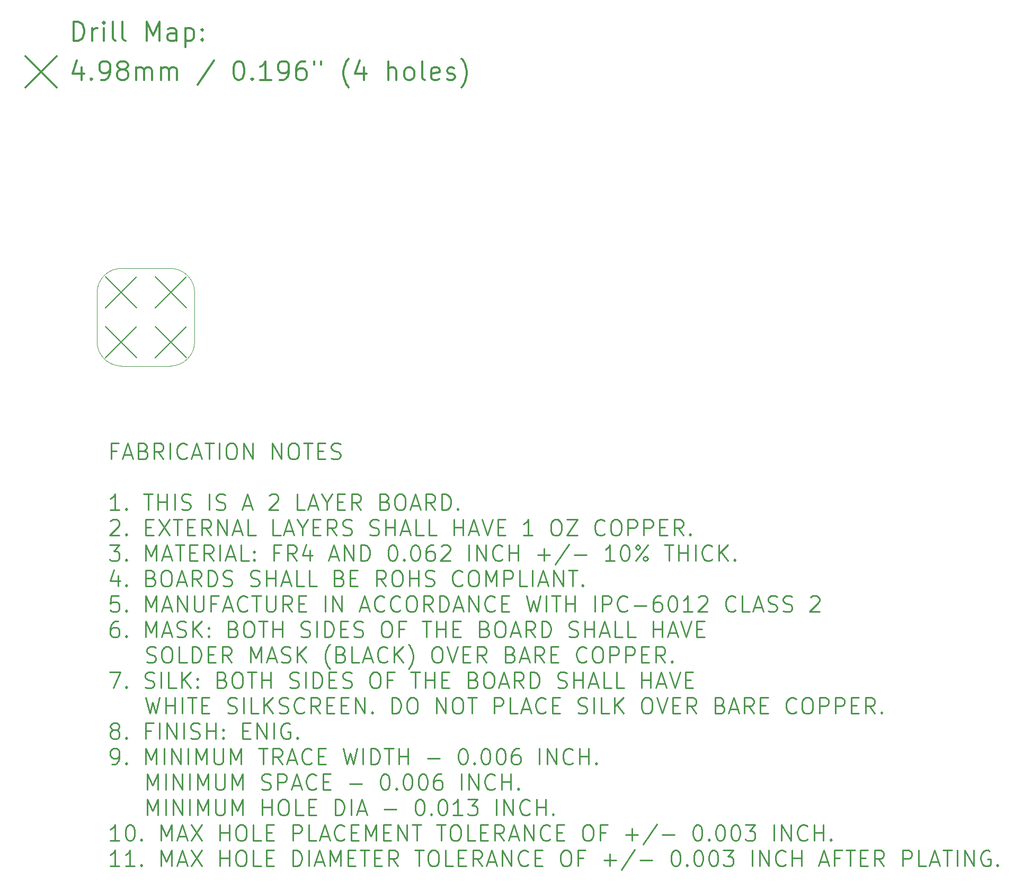
<source format=gbr>
G04 This is an RS-274x file exported by *
G04 gerbv version 2.6.0 *
G04 More information is available about gerbv at *
G04 http://gerbv.gpleda.org/ *
G04 --End of header info--*
%MOIN*%
%FSLAX34Y34*%
%IPPOS*%
G04 --Define apertures--*
%ADD10C,0.0050*%
%ADD11C,0.0079*%
%ADD12C,0.0118*%
%ADD13C,0.0138*%
%ADD14C,0.0016*%
%ADD15C,0.0100*%
G04 --Start main section--*
G54D11*
G01X0003070Y-016670D02*
G01X0005031Y-018631D01*
G01X0005031Y-016670D02*
G01X0003070Y-018631D01*
G01X0003070Y-019820D02*
G01X0005031Y-021780D01*
G01X0005031Y-019820D02*
G01X0003070Y-021780D01*
G01X0006220Y-016670D02*
G01X0008180Y-018631D01*
G01X0008180Y-016670D02*
G01X0006220Y-018631D01*
G01X0006220Y-019820D02*
G01X0008180Y-021780D01*
G01X0008180Y-019820D02*
G01X0006220Y-021780D01*
G54D12*
G01X0001069Y-001834D02*
G01X0001069Y-000652D01*
G01X0001069Y-000652D02*
G01X0001350Y-000652D01*
G01X0001350Y-000652D02*
G01X0001519Y-000709D01*
G01X0001519Y-000709D02*
G01X0001631Y-000821D01*
G01X0001631Y-000821D02*
G01X0001687Y-000934D01*
G01X0001687Y-000934D02*
G01X0001744Y-001159D01*
G01X0001744Y-001159D02*
G01X0001744Y-001327D01*
G01X0001744Y-001327D02*
G01X0001687Y-001552D01*
G01X0001687Y-001552D02*
G01X0001631Y-001665D01*
G01X0001631Y-001665D02*
G01X0001519Y-001777D01*
G01X0001519Y-001777D02*
G01X0001350Y-001834D01*
G01X0001350Y-001834D02*
G01X0001069Y-001834D01*
G01X0002250Y-001834D02*
G01X0002250Y-001046D01*
G01X0002250Y-001271D02*
G01X0002306Y-001159D01*
G01X0002306Y-001159D02*
G01X0002362Y-001102D01*
G01X0002362Y-001102D02*
G01X0002475Y-001046D01*
G01X0002475Y-001046D02*
G01X0002587Y-001046D01*
G01X0002981Y-001834D02*
G01X0002981Y-001046D01*
G01X0002981Y-000652D02*
G01X0002925Y-000709D01*
G01X0002925Y-000709D02*
G01X0002981Y-000765D01*
G01X0002981Y-000765D02*
G01X0003037Y-000709D01*
G01X0003037Y-000709D02*
G01X0002981Y-000652D01*
G01X0002981Y-000652D02*
G01X0002981Y-000765D01*
G01X0003712Y-001834D02*
G01X0003600Y-001777D01*
G01X0003600Y-001777D02*
G01X0003543Y-001665D01*
G01X0003543Y-001665D02*
G01X0003543Y-000652D01*
G01X0004331Y-001834D02*
G01X0004218Y-001777D01*
G01X0004218Y-001777D02*
G01X0004162Y-001665D01*
G01X0004162Y-001665D02*
G01X0004162Y-000652D01*
G01X0005681Y-001834D02*
G01X0005681Y-000652D01*
G01X0005681Y-000652D02*
G01X0006074Y-001496D01*
G01X0006074Y-001496D02*
G01X0006468Y-000652D01*
G01X0006468Y-000652D02*
G01X0006468Y-001834D01*
G01X0007537Y-001834D02*
G01X0007537Y-001215D01*
G01X0007537Y-001215D02*
G01X0007480Y-001102D01*
G01X0007480Y-001102D02*
G01X0007368Y-001046D01*
G01X0007368Y-001046D02*
G01X0007143Y-001046D01*
G01X0007143Y-001046D02*
G01X0007030Y-001102D01*
G01X0007537Y-001777D02*
G01X0007424Y-001834D01*
G01X0007424Y-001834D02*
G01X0007143Y-001834D01*
G01X0007143Y-001834D02*
G01X0007030Y-001777D01*
G01X0007030Y-001777D02*
G01X0006974Y-001665D01*
G01X0006974Y-001665D02*
G01X0006974Y-001552D01*
G01X0006974Y-001552D02*
G01X0007030Y-001440D01*
G01X0007030Y-001440D02*
G01X0007143Y-001384D01*
G01X0007143Y-001384D02*
G01X0007424Y-001384D01*
G01X0007424Y-001384D02*
G01X0007537Y-001327D01*
G01X0008099Y-001046D02*
G01X0008099Y-002227D01*
G01X0008099Y-001102D02*
G01X0008211Y-001046D01*
G01X0008211Y-001046D02*
G01X0008436Y-001046D01*
G01X0008436Y-001046D02*
G01X0008549Y-001102D01*
G01X0008549Y-001102D02*
G01X0008605Y-001159D01*
G01X0008605Y-001159D02*
G01X0008661Y-001271D01*
G01X0008661Y-001271D02*
G01X0008661Y-001609D01*
G01X0008661Y-001609D02*
G01X0008605Y-001721D01*
G01X0008605Y-001721D02*
G01X0008549Y-001777D01*
G01X0008549Y-001777D02*
G01X0008436Y-001834D01*
G01X0008436Y-001834D02*
G01X0008211Y-001834D01*
G01X0008211Y-001834D02*
G01X0008099Y-001777D01*
G01X0009168Y-001721D02*
G01X0009224Y-001777D01*
G01X0009224Y-001777D02*
G01X0009168Y-001834D01*
G01X0009168Y-001834D02*
G01X0009111Y-001777D01*
G01X0009111Y-001777D02*
G01X0009168Y-001721D01*
G01X0009168Y-001721D02*
G01X0009168Y-001834D01*
G01X0009168Y-001102D02*
G01X0009224Y-001159D01*
G01X0009224Y-001159D02*
G01X0009168Y-001215D01*
G01X0009168Y-001215D02*
G01X0009111Y-001159D01*
G01X0009111Y-001159D02*
G01X0009168Y-001102D01*
G01X0009168Y-001102D02*
G01X0009168Y-001215D01*
G01X-001961Y-002799D02*
G01X0000000Y-004760D01*
G01X0000000Y-002799D02*
G01X-001961Y-004760D01*
G01X0001575Y-003526D02*
G01X0001575Y-004314D01*
G01X0001294Y-003076D02*
G01X0001012Y-003920D01*
G01X0001012Y-003920D02*
G01X0001744Y-003920D01*
G01X0002193Y-004201D02*
G01X0002250Y-004258D01*
G01X0002250Y-004258D02*
G01X0002193Y-004314D01*
G01X0002193Y-004314D02*
G01X0002137Y-004258D01*
G01X0002137Y-004258D02*
G01X0002193Y-004201D01*
G01X0002193Y-004201D02*
G01X0002193Y-004314D01*
G01X0002812Y-004314D02*
G01X0003037Y-004314D01*
G01X0003037Y-004314D02*
G01X0003150Y-004258D01*
G01X0003150Y-004258D02*
G01X0003206Y-004201D01*
G01X0003206Y-004201D02*
G01X0003318Y-004033D01*
G01X0003318Y-004033D02*
G01X0003375Y-003808D01*
G01X0003375Y-003808D02*
G01X0003375Y-003358D01*
G01X0003375Y-003358D02*
G01X0003318Y-003245D01*
G01X0003318Y-003245D02*
G01X0003262Y-003189D01*
G01X0003262Y-003189D02*
G01X0003150Y-003133D01*
G01X0003150Y-003133D02*
G01X0002925Y-003133D01*
G01X0002925Y-003133D02*
G01X0002812Y-003189D01*
G01X0002812Y-003189D02*
G01X0002756Y-003245D01*
G01X0002756Y-003245D02*
G01X0002700Y-003358D01*
G01X0002700Y-003358D02*
G01X0002700Y-003639D01*
G01X0002700Y-003639D02*
G01X0002756Y-003751D01*
G01X0002756Y-003751D02*
G01X0002812Y-003808D01*
G01X0002812Y-003808D02*
G01X0002925Y-003864D01*
G01X0002925Y-003864D02*
G01X0003150Y-003864D01*
G01X0003150Y-003864D02*
G01X0003262Y-003808D01*
G01X0003262Y-003808D02*
G01X0003318Y-003751D01*
G01X0003318Y-003751D02*
G01X0003375Y-003639D01*
G01X0004049Y-003639D02*
G01X0003937Y-003583D01*
G01X0003937Y-003583D02*
G01X0003881Y-003526D01*
G01X0003881Y-003526D02*
G01X0003825Y-003414D01*
G01X0003825Y-003414D02*
G01X0003825Y-003358D01*
G01X0003825Y-003358D02*
G01X0003881Y-003245D01*
G01X0003881Y-003245D02*
G01X0003937Y-003189D01*
G01X0003937Y-003189D02*
G01X0004049Y-003133D01*
G01X0004049Y-003133D02*
G01X0004274Y-003133D01*
G01X0004274Y-003133D02*
G01X0004387Y-003189D01*
G01X0004387Y-003189D02*
G01X0004443Y-003245D01*
G01X0004443Y-003245D02*
G01X0004499Y-003358D01*
G01X0004499Y-003358D02*
G01X0004499Y-003414D01*
G01X0004499Y-003414D02*
G01X0004443Y-003526D01*
G01X0004443Y-003526D02*
G01X0004387Y-003583D01*
G01X0004387Y-003583D02*
G01X0004274Y-003639D01*
G01X0004274Y-003639D02*
G01X0004049Y-003639D01*
G01X0004049Y-003639D02*
G01X0003937Y-003695D01*
G01X0003937Y-003695D02*
G01X0003881Y-003751D01*
G01X0003881Y-003751D02*
G01X0003825Y-003864D01*
G01X0003825Y-003864D02*
G01X0003825Y-004089D01*
G01X0003825Y-004089D02*
G01X0003881Y-004201D01*
G01X0003881Y-004201D02*
G01X0003937Y-004258D01*
G01X0003937Y-004258D02*
G01X0004049Y-004314D01*
G01X0004049Y-004314D02*
G01X0004274Y-004314D01*
G01X0004274Y-004314D02*
G01X0004387Y-004258D01*
G01X0004387Y-004258D02*
G01X0004443Y-004201D01*
G01X0004443Y-004201D02*
G01X0004499Y-004089D01*
G01X0004499Y-004089D02*
G01X0004499Y-003864D01*
G01X0004499Y-003864D02*
G01X0004443Y-003751D01*
G01X0004443Y-003751D02*
G01X0004387Y-003695D01*
G01X0004387Y-003695D02*
G01X0004274Y-003639D01*
G01X0005006Y-004314D02*
G01X0005006Y-003526D01*
G01X0005006Y-003639D02*
G01X0005062Y-003583D01*
G01X0005062Y-003583D02*
G01X0005174Y-003526D01*
G01X0005174Y-003526D02*
G01X0005343Y-003526D01*
G01X0005343Y-003526D02*
G01X0005456Y-003583D01*
G01X0005456Y-003583D02*
G01X0005512Y-003695D01*
G01X0005512Y-003695D02*
G01X0005512Y-004314D01*
G01X0005512Y-003695D02*
G01X0005568Y-003583D01*
G01X0005568Y-003583D02*
G01X0005681Y-003526D01*
G01X0005681Y-003526D02*
G01X0005849Y-003526D01*
G01X0005849Y-003526D02*
G01X0005962Y-003583D01*
G01X0005962Y-003583D02*
G01X0006018Y-003695D01*
G01X0006018Y-003695D02*
G01X0006018Y-004314D01*
G01X0006580Y-004314D02*
G01X0006580Y-003526D01*
G01X0006580Y-003639D02*
G01X0006637Y-003583D01*
G01X0006637Y-003583D02*
G01X0006749Y-003526D01*
G01X0006749Y-003526D02*
G01X0006918Y-003526D01*
G01X0006918Y-003526D02*
G01X0007030Y-003583D01*
G01X0007030Y-003583D02*
G01X0007087Y-003695D01*
G01X0007087Y-003695D02*
G01X0007087Y-004314D01*
G01X0007087Y-003695D02*
G01X0007143Y-003583D01*
G01X0007143Y-003583D02*
G01X0007255Y-003526D01*
G01X0007255Y-003526D02*
G01X0007424Y-003526D01*
G01X0007424Y-003526D02*
G01X0007537Y-003583D01*
G01X0007537Y-003583D02*
G01X0007593Y-003695D01*
G01X0007593Y-003695D02*
G01X0007593Y-004314D01*
G01X0009899Y-003076D02*
G01X0008886Y-004595D01*
G01X0011417Y-003133D02*
G01X0011530Y-003133D01*
G01X0011530Y-003133D02*
G01X0011642Y-003189D01*
G01X0011642Y-003189D02*
G01X0011699Y-003245D01*
G01X0011699Y-003245D02*
G01X0011755Y-003358D01*
G01X0011755Y-003358D02*
G01X0011811Y-003583D01*
G01X0011811Y-003583D02*
G01X0011811Y-003864D01*
G01X0011811Y-003864D02*
G01X0011755Y-004089D01*
G01X0011755Y-004089D02*
G01X0011699Y-004201D01*
G01X0011699Y-004201D02*
G01X0011642Y-004258D01*
G01X0011642Y-004258D02*
G01X0011530Y-004314D01*
G01X0011530Y-004314D02*
G01X0011417Y-004314D01*
G01X0011417Y-004314D02*
G01X0011305Y-004258D01*
G01X0011305Y-004258D02*
G01X0011249Y-004201D01*
G01X0011249Y-004201D02*
G01X0011192Y-004089D01*
G01X0011192Y-004089D02*
G01X0011136Y-003864D01*
G01X0011136Y-003864D02*
G01X0011136Y-003583D01*
G01X0011136Y-003583D02*
G01X0011192Y-003358D01*
G01X0011192Y-003358D02*
G01X0011249Y-003245D01*
G01X0011249Y-003245D02*
G01X0011305Y-003189D01*
G01X0011305Y-003189D02*
G01X0011417Y-003133D01*
G01X0012317Y-004201D02*
G01X0012373Y-004258D01*
G01X0012373Y-004258D02*
G01X0012317Y-004314D01*
G01X0012317Y-004314D02*
G01X0012261Y-004258D01*
G01X0012261Y-004258D02*
G01X0012317Y-004201D01*
G01X0012317Y-004201D02*
G01X0012317Y-004314D01*
G01X0013498Y-004314D02*
G01X0012823Y-004314D01*
G01X0013161Y-004314D02*
G01X0013161Y-003133D01*
G01X0013161Y-003133D02*
G01X0013048Y-003301D01*
G01X0013048Y-003301D02*
G01X0012936Y-003414D01*
G01X0012936Y-003414D02*
G01X0012823Y-003470D01*
G01X0014061Y-004314D02*
G01X0014286Y-004314D01*
G01X0014286Y-004314D02*
G01X0014398Y-004258D01*
G01X0014398Y-004258D02*
G01X0014454Y-004201D01*
G01X0014454Y-004201D02*
G01X0014567Y-004033D01*
G01X0014567Y-004033D02*
G01X0014623Y-003808D01*
G01X0014623Y-003808D02*
G01X0014623Y-003358D01*
G01X0014623Y-003358D02*
G01X0014567Y-003245D01*
G01X0014567Y-003245D02*
G01X0014511Y-003189D01*
G01X0014511Y-003189D02*
G01X0014398Y-003133D01*
G01X0014398Y-003133D02*
G01X0014173Y-003133D01*
G01X0014173Y-003133D02*
G01X0014061Y-003189D01*
G01X0014061Y-003189D02*
G01X0014005Y-003245D01*
G01X0014005Y-003245D02*
G01X0013948Y-003358D01*
G01X0013948Y-003358D02*
G01X0013948Y-003639D01*
G01X0013948Y-003639D02*
G01X0014005Y-003751D01*
G01X0014005Y-003751D02*
G01X0014061Y-003808D01*
G01X0014061Y-003808D02*
G01X0014173Y-003864D01*
G01X0014173Y-003864D02*
G01X0014398Y-003864D01*
G01X0014398Y-003864D02*
G01X0014511Y-003808D01*
G01X0014511Y-003808D02*
G01X0014567Y-003751D01*
G01X0014567Y-003751D02*
G01X0014623Y-003639D01*
G01X0015636Y-003133D02*
G01X0015411Y-003133D01*
G01X0015411Y-003133D02*
G01X0015298Y-003189D01*
G01X0015298Y-003189D02*
G01X0015242Y-003245D01*
G01X0015242Y-003245D02*
G01X0015129Y-003414D01*
G01X0015129Y-003414D02*
G01X0015073Y-003639D01*
G01X0015073Y-003639D02*
G01X0015073Y-004089D01*
G01X0015073Y-004089D02*
G01X0015129Y-004201D01*
G01X0015129Y-004201D02*
G01X0015186Y-004258D01*
G01X0015186Y-004258D02*
G01X0015298Y-004314D01*
G01X0015298Y-004314D02*
G01X0015523Y-004314D01*
G01X0015523Y-004314D02*
G01X0015636Y-004258D01*
G01X0015636Y-004258D02*
G01X0015692Y-004201D01*
G01X0015692Y-004201D02*
G01X0015748Y-004089D01*
G01X0015748Y-004089D02*
G01X0015748Y-003808D01*
G01X0015748Y-003808D02*
G01X0015692Y-003695D01*
G01X0015692Y-003695D02*
G01X0015636Y-003639D01*
G01X0015636Y-003639D02*
G01X0015523Y-003583D01*
G01X0015523Y-003583D02*
G01X0015298Y-003583D01*
G01X0015298Y-003583D02*
G01X0015186Y-003639D01*
G01X0015186Y-003639D02*
G01X0015129Y-003695D01*
G01X0015129Y-003695D02*
G01X0015073Y-003808D01*
G01X0016198Y-003133D02*
G01X0016198Y-003358D01*
G01X0016648Y-003133D02*
G01X0016648Y-003358D01*
G01X0018391Y-004764D02*
G01X0018335Y-004708D01*
G01X0018335Y-004708D02*
G01X0018223Y-004539D01*
G01X0018223Y-004539D02*
G01X0018166Y-004426D01*
G01X0018166Y-004426D02*
G01X0018110Y-004258D01*
G01X0018110Y-004258D02*
G01X0018054Y-003976D01*
G01X0018054Y-003976D02*
G01X0018054Y-003751D01*
G01X0018054Y-003751D02*
G01X0018110Y-003470D01*
G01X0018110Y-003470D02*
G01X0018166Y-003301D01*
G01X0018166Y-003301D02*
G01X0018223Y-003189D01*
G01X0018223Y-003189D02*
G01X0018335Y-003020D01*
G01X0018335Y-003020D02*
G01X0018391Y-002964D01*
G01X0019348Y-003526D02*
G01X0019348Y-004314D01*
G01X0019066Y-003076D02*
G01X0018785Y-003920D01*
G01X0018785Y-003920D02*
G01X0019516Y-003920D01*
G01X0020866Y-004314D02*
G01X0020866Y-003133D01*
G01X0021372Y-004314D02*
G01X0021372Y-003695D01*
G01X0021372Y-003695D02*
G01X0021316Y-003583D01*
G01X0021316Y-003583D02*
G01X0021204Y-003526D01*
G01X0021204Y-003526D02*
G01X0021035Y-003526D01*
G01X0021035Y-003526D02*
G01X0020922Y-003583D01*
G01X0020922Y-003583D02*
G01X0020866Y-003639D01*
G01X0022103Y-004314D02*
G01X0021991Y-004258D01*
G01X0021991Y-004258D02*
G01X0021935Y-004201D01*
G01X0021935Y-004201D02*
G01X0021879Y-004089D01*
G01X0021879Y-004089D02*
G01X0021879Y-003751D01*
G01X0021879Y-003751D02*
G01X0021935Y-003639D01*
G01X0021935Y-003639D02*
G01X0021991Y-003583D01*
G01X0021991Y-003583D02*
G01X0022103Y-003526D01*
G01X0022103Y-003526D02*
G01X0022272Y-003526D01*
G01X0022272Y-003526D02*
G01X0022385Y-003583D01*
G01X0022385Y-003583D02*
G01X0022441Y-003639D01*
G01X0022441Y-003639D02*
G01X0022497Y-003751D01*
G01X0022497Y-003751D02*
G01X0022497Y-004089D01*
G01X0022497Y-004089D02*
G01X0022441Y-004201D01*
G01X0022441Y-004201D02*
G01X0022385Y-004258D01*
G01X0022385Y-004258D02*
G01X0022272Y-004314D01*
G01X0022272Y-004314D02*
G01X0022103Y-004314D01*
G01X0023172Y-004314D02*
G01X0023060Y-004258D01*
G01X0023060Y-004258D02*
G01X0023003Y-004145D01*
G01X0023003Y-004145D02*
G01X0023003Y-003133D01*
G01X0024072Y-004258D02*
G01X0023960Y-004314D01*
G01X0023960Y-004314D02*
G01X0023735Y-004314D01*
G01X0023735Y-004314D02*
G01X0023622Y-004258D01*
G01X0023622Y-004258D02*
G01X0023566Y-004145D01*
G01X0023566Y-004145D02*
G01X0023566Y-003695D01*
G01X0023566Y-003695D02*
G01X0023622Y-003583D01*
G01X0023622Y-003583D02*
G01X0023735Y-003526D01*
G01X0023735Y-003526D02*
G01X0023960Y-003526D01*
G01X0023960Y-003526D02*
G01X0024072Y-003583D01*
G01X0024072Y-003583D02*
G01X0024128Y-003695D01*
G01X0024128Y-003695D02*
G01X0024128Y-003808D01*
G01X0024128Y-003808D02*
G01X0023566Y-003920D01*
G01X0024578Y-004258D02*
G01X0024691Y-004314D01*
G01X0024691Y-004314D02*
G01X0024916Y-004314D01*
G01X0024916Y-004314D02*
G01X0025028Y-004258D01*
G01X0025028Y-004258D02*
G01X0025084Y-004145D01*
G01X0025084Y-004145D02*
G01X0025084Y-004089D01*
G01X0025084Y-004089D02*
G01X0025028Y-003976D01*
G01X0025028Y-003976D02*
G01X0024916Y-003920D01*
G01X0024916Y-003920D02*
G01X0024747Y-003920D01*
G01X0024747Y-003920D02*
G01X0024634Y-003864D01*
G01X0024634Y-003864D02*
G01X0024578Y-003751D01*
G01X0024578Y-003751D02*
G01X0024578Y-003695D01*
G01X0024578Y-003695D02*
G01X0024634Y-003583D01*
G01X0024634Y-003583D02*
G01X0024747Y-003526D01*
G01X0024747Y-003526D02*
G01X0024916Y-003526D01*
G01X0024916Y-003526D02*
G01X0025028Y-003583D01*
G01X0025478Y-004764D02*
G01X0025534Y-004708D01*
G01X0025534Y-004708D02*
G01X0025647Y-004539D01*
G01X0025647Y-004539D02*
G01X0025703Y-004426D01*
G01X0025703Y-004426D02*
G01X0025759Y-004258D01*
G01X0025759Y-004258D02*
G01X0025816Y-003976D01*
G01X0025816Y-003976D02*
G01X0025816Y-003751D01*
G01X0025816Y-003751D02*
G01X0025759Y-003470D01*
G01X0025759Y-003470D02*
G01X0025703Y-003301D01*
G01X0025703Y-003301D02*
G01X0025647Y-003189D01*
G01X0025647Y-003189D02*
G01X0025534Y-003020D01*
G01X0025534Y-003020D02*
G01X0025478Y-002964D01*
G01X0000000Y0000000D02*
G54D14*
G01X0007161Y-016154D02*
G01X0004090Y-016154D01*
G01X0007161Y-022296D02*
G01X0004090Y-022296D01*
G01X0008696Y-020761D02*
G01X0008696Y-017690D01*
G01X0002554Y-020761D02*
G01X0002554Y-017690D01*
G01X0008696Y-017690D02*
G75*
G03X0007161Y-016154I-001535J0000000D01*
G01X0007161Y-022296D02*
G75*
G03X0008696Y-020761I0000000J0001535D01*
G01X0002554Y-020761D02*
G75*
G03X0004090Y-022296I0001535J0000000D01*
G01X0004090Y-016154D02*
G75*
G03X0002554Y-017690I0000000J-001535D01*
G01X0000000Y0000000D02*
G54D15*
G01X0003771Y-027629D02*
G01X0003438Y-027629D01*
G01X0003438Y-028152D02*
G01X0003438Y-027152D01*
G01X0003438Y-027152D02*
G01X0003914Y-027152D01*
G01X0004248Y-027867D02*
G01X0004724Y-027867D01*
G01X0004152Y-028152D02*
G01X0004486Y-027152D01*
G01X0004486Y-027152D02*
G01X0004819Y-028152D01*
G01X0005486Y-027629D02*
G01X0005629Y-027676D01*
G01X0005629Y-027676D02*
G01X0005676Y-027724D01*
G01X0005676Y-027724D02*
G01X0005724Y-027819D01*
G01X0005724Y-027819D02*
G01X0005724Y-027962D01*
G01X0005724Y-027962D02*
G01X0005676Y-028057D01*
G01X0005676Y-028057D02*
G01X0005629Y-028105D01*
G01X0005629Y-028105D02*
G01X0005533Y-028152D01*
G01X0005533Y-028152D02*
G01X0005152Y-028152D01*
G01X0005152Y-028152D02*
G01X0005152Y-027152D01*
G01X0005152Y-027152D02*
G01X0005486Y-027152D01*
G01X0005486Y-027152D02*
G01X0005581Y-027200D01*
G01X0005581Y-027200D02*
G01X0005629Y-027248D01*
G01X0005629Y-027248D02*
G01X0005676Y-027343D01*
G01X0005676Y-027343D02*
G01X0005676Y-027438D01*
G01X0005676Y-027438D02*
G01X0005629Y-027533D01*
G01X0005629Y-027533D02*
G01X0005581Y-027581D01*
G01X0005581Y-027581D02*
G01X0005486Y-027629D01*
G01X0005486Y-027629D02*
G01X0005152Y-027629D01*
G01X0006724Y-028152D02*
G01X0006390Y-027676D01*
G01X0006152Y-028152D02*
G01X0006152Y-027152D01*
G01X0006152Y-027152D02*
G01X0006533Y-027152D01*
G01X0006533Y-027152D02*
G01X0006629Y-027200D01*
G01X0006629Y-027200D02*
G01X0006676Y-027248D01*
G01X0006676Y-027248D02*
G01X0006724Y-027343D01*
G01X0006724Y-027343D02*
G01X0006724Y-027486D01*
G01X0006724Y-027486D02*
G01X0006676Y-027581D01*
G01X0006676Y-027581D02*
G01X0006629Y-027629D01*
G01X0006629Y-027629D02*
G01X0006533Y-027676D01*
G01X0006533Y-027676D02*
G01X0006152Y-027676D01*
G01X0007152Y-028152D02*
G01X0007152Y-027152D01*
G01X0008200Y-028057D02*
G01X0008152Y-028105D01*
G01X0008152Y-028105D02*
G01X0008010Y-028152D01*
G01X0008010Y-028152D02*
G01X0007914Y-028152D01*
G01X0007914Y-028152D02*
G01X0007771Y-028105D01*
G01X0007771Y-028105D02*
G01X0007676Y-028010D01*
G01X0007676Y-028010D02*
G01X0007629Y-027914D01*
G01X0007629Y-027914D02*
G01X0007581Y-027724D01*
G01X0007581Y-027724D02*
G01X0007581Y-027581D01*
G01X0007581Y-027581D02*
G01X0007629Y-027390D01*
G01X0007629Y-027390D02*
G01X0007676Y-027295D01*
G01X0007676Y-027295D02*
G01X0007771Y-027200D01*
G01X0007771Y-027200D02*
G01X0007914Y-027152D01*
G01X0007914Y-027152D02*
G01X0008010Y-027152D01*
G01X0008010Y-027152D02*
G01X0008152Y-027200D01*
G01X0008152Y-027200D02*
G01X0008200Y-027248D01*
G01X0008581Y-027867D02*
G01X0009057Y-027867D01*
G01X0008486Y-028152D02*
G01X0008819Y-027152D01*
G01X0008819Y-027152D02*
G01X0009152Y-028152D01*
G01X0009343Y-027152D02*
G01X0009914Y-027152D01*
G01X0009629Y-028152D02*
G01X0009629Y-027152D01*
G01X0010248Y-028152D02*
G01X0010248Y-027152D01*
G01X0010914Y-027152D02*
G01X0011105Y-027152D01*
G01X0011105Y-027152D02*
G01X0011200Y-027200D01*
G01X0011200Y-027200D02*
G01X0011295Y-027295D01*
G01X0011295Y-027295D02*
G01X0011343Y-027486D01*
G01X0011343Y-027486D02*
G01X0011343Y-027819D01*
G01X0011343Y-027819D02*
G01X0011295Y-028010D01*
G01X0011295Y-028010D02*
G01X0011200Y-028105D01*
G01X0011200Y-028105D02*
G01X0011105Y-028152D01*
G01X0011105Y-028152D02*
G01X0010914Y-028152D01*
G01X0010914Y-028152D02*
G01X0010819Y-028105D01*
G01X0010819Y-028105D02*
G01X0010724Y-028010D01*
G01X0010724Y-028010D02*
G01X0010676Y-027819D01*
G01X0010676Y-027819D02*
G01X0010676Y-027486D01*
G01X0010676Y-027486D02*
G01X0010724Y-027295D01*
G01X0010724Y-027295D02*
G01X0010819Y-027200D01*
G01X0010819Y-027200D02*
G01X0010914Y-027152D01*
G01X0011771Y-028152D02*
G01X0011771Y-027152D01*
G01X0011771Y-027152D02*
G01X0012343Y-028152D01*
G01X0012343Y-028152D02*
G01X0012343Y-027152D01*
G01X0013581Y-028152D02*
G01X0013581Y-027152D01*
G01X0013581Y-027152D02*
G01X0014152Y-028152D01*
G01X0014152Y-028152D02*
G01X0014152Y-027152D01*
G01X0014819Y-027152D02*
G01X0015010Y-027152D01*
G01X0015010Y-027152D02*
G01X0015105Y-027200D01*
G01X0015105Y-027200D02*
G01X0015200Y-027295D01*
G01X0015200Y-027295D02*
G01X0015248Y-027486D01*
G01X0015248Y-027486D02*
G01X0015248Y-027819D01*
G01X0015248Y-027819D02*
G01X0015200Y-028010D01*
G01X0015200Y-028010D02*
G01X0015105Y-028105D01*
G01X0015105Y-028105D02*
G01X0015010Y-028152D01*
G01X0015010Y-028152D02*
G01X0014819Y-028152D01*
G01X0014819Y-028152D02*
G01X0014724Y-028105D01*
G01X0014724Y-028105D02*
G01X0014629Y-028010D01*
G01X0014629Y-028010D02*
G01X0014581Y-027819D01*
G01X0014581Y-027819D02*
G01X0014581Y-027486D01*
G01X0014581Y-027486D02*
G01X0014629Y-027295D01*
G01X0014629Y-027295D02*
G01X0014724Y-027200D01*
G01X0014724Y-027200D02*
G01X0014819Y-027152D01*
G01X0015533Y-027152D02*
G01X0016105Y-027152D01*
G01X0015819Y-028152D02*
G01X0015819Y-027152D01*
G01X0016438Y-027629D02*
G01X0016771Y-027629D01*
G01X0016914Y-028152D02*
G01X0016438Y-028152D01*
G01X0016438Y-028152D02*
G01X0016438Y-027152D01*
G01X0016438Y-027152D02*
G01X0016914Y-027152D01*
G01X0017295Y-028105D02*
G01X0017438Y-028152D01*
G01X0017438Y-028152D02*
G01X0017676Y-028152D01*
G01X0017676Y-028152D02*
G01X0017771Y-028105D01*
G01X0017771Y-028105D02*
G01X0017819Y-028057D01*
G01X0017819Y-028057D02*
G01X0017867Y-027962D01*
G01X0017867Y-027962D02*
G01X0017867Y-027867D01*
G01X0017867Y-027867D02*
G01X0017819Y-027771D01*
G01X0017819Y-027771D02*
G01X0017771Y-027724D01*
G01X0017771Y-027724D02*
G01X0017676Y-027676D01*
G01X0017676Y-027676D02*
G01X0017486Y-027629D01*
G01X0017486Y-027629D02*
G01X0017390Y-027581D01*
G01X0017390Y-027581D02*
G01X0017343Y-027533D01*
G01X0017343Y-027533D02*
G01X0017295Y-027438D01*
G01X0017295Y-027438D02*
G01X0017295Y-027343D01*
G01X0017295Y-027343D02*
G01X0017343Y-027248D01*
G01X0017343Y-027248D02*
G01X0017390Y-027200D01*
G01X0017390Y-027200D02*
G01X0017486Y-027152D01*
G01X0017486Y-027152D02*
G01X0017724Y-027152D01*
G01X0017724Y-027152D02*
G01X0017867Y-027200D01*
G01X0003962Y-031352D02*
G01X0003390Y-031352D01*
G01X0003676Y-031352D02*
G01X0003676Y-030352D01*
G01X0003676Y-030352D02*
G01X0003581Y-030495D01*
G01X0003581Y-030495D02*
G01X0003486Y-030590D01*
G01X0003486Y-030590D02*
G01X0003390Y-030638D01*
G01X0004390Y-031257D02*
G01X0004438Y-031305D01*
G01X0004438Y-031305D02*
G01X0004390Y-031352D01*
G01X0004390Y-031352D02*
G01X0004343Y-031305D01*
G01X0004343Y-031305D02*
G01X0004390Y-031257D01*
G01X0004390Y-031257D02*
G01X0004390Y-031352D01*
G01X0005486Y-030352D02*
G01X0006057Y-030352D01*
G01X0005771Y-031352D02*
G01X0005771Y-030352D01*
G01X0006390Y-031352D02*
G01X0006390Y-030352D01*
G01X0006390Y-030829D02*
G01X0006962Y-030829D01*
G01X0006962Y-031352D02*
G01X0006962Y-030352D01*
G01X0007438Y-031352D02*
G01X0007438Y-030352D01*
G01X0007867Y-031305D02*
G01X0008010Y-031352D01*
G01X0008010Y-031352D02*
G01X0008248Y-031352D01*
G01X0008248Y-031352D02*
G01X0008343Y-031305D01*
G01X0008343Y-031305D02*
G01X0008390Y-031257D01*
G01X0008390Y-031257D02*
G01X0008438Y-031162D01*
G01X0008438Y-031162D02*
G01X0008438Y-031067D01*
G01X0008438Y-031067D02*
G01X0008390Y-030971D01*
G01X0008390Y-030971D02*
G01X0008343Y-030924D01*
G01X0008343Y-030924D02*
G01X0008248Y-030876D01*
G01X0008248Y-030876D02*
G01X0008057Y-030829D01*
G01X0008057Y-030829D02*
G01X0007962Y-030781D01*
G01X0007962Y-030781D02*
G01X0007914Y-030733D01*
G01X0007914Y-030733D02*
G01X0007867Y-030638D01*
G01X0007867Y-030638D02*
G01X0007867Y-030543D01*
G01X0007867Y-030543D02*
G01X0007914Y-030448D01*
G01X0007914Y-030448D02*
G01X0007962Y-030400D01*
G01X0007962Y-030400D02*
G01X0008057Y-030352D01*
G01X0008057Y-030352D02*
G01X0008295Y-030352D01*
G01X0008295Y-030352D02*
G01X0008438Y-030400D01*
G01X0009629Y-031352D02*
G01X0009629Y-030352D01*
G01X0010057Y-031305D02*
G01X0010200Y-031352D01*
G01X0010200Y-031352D02*
G01X0010438Y-031352D01*
G01X0010438Y-031352D02*
G01X0010533Y-031305D01*
G01X0010533Y-031305D02*
G01X0010581Y-031257D01*
G01X0010581Y-031257D02*
G01X0010629Y-031162D01*
G01X0010629Y-031162D02*
G01X0010629Y-031067D01*
G01X0010629Y-031067D02*
G01X0010581Y-030971D01*
G01X0010581Y-030971D02*
G01X0010533Y-030924D01*
G01X0010533Y-030924D02*
G01X0010438Y-030876D01*
G01X0010438Y-030876D02*
G01X0010248Y-030829D01*
G01X0010248Y-030829D02*
G01X0010152Y-030781D01*
G01X0010152Y-030781D02*
G01X0010105Y-030733D01*
G01X0010105Y-030733D02*
G01X0010057Y-030638D01*
G01X0010057Y-030638D02*
G01X0010057Y-030543D01*
G01X0010057Y-030543D02*
G01X0010105Y-030448D01*
G01X0010105Y-030448D02*
G01X0010152Y-030400D01*
G01X0010152Y-030400D02*
G01X0010248Y-030352D01*
G01X0010248Y-030352D02*
G01X0010486Y-030352D01*
G01X0010486Y-030352D02*
G01X0010629Y-030400D01*
G01X0011771Y-031067D02*
G01X0012248Y-031067D01*
G01X0011676Y-031352D02*
G01X0012010Y-030352D01*
G01X0012010Y-030352D02*
G01X0012343Y-031352D01*
G01X0013390Y-030448D02*
G01X0013438Y-030400D01*
G01X0013438Y-030400D02*
G01X0013533Y-030352D01*
G01X0013533Y-030352D02*
G01X0013771Y-030352D01*
G01X0013771Y-030352D02*
G01X0013867Y-030400D01*
G01X0013867Y-030400D02*
G01X0013914Y-030448D01*
G01X0013914Y-030448D02*
G01X0013962Y-030543D01*
G01X0013962Y-030543D02*
G01X0013962Y-030638D01*
G01X0013962Y-030638D02*
G01X0013914Y-030781D01*
G01X0013914Y-030781D02*
G01X0013343Y-031352D01*
G01X0013343Y-031352D02*
G01X0013962Y-031352D01*
G01X0015629Y-031352D02*
G01X0015152Y-031352D01*
G01X0015152Y-031352D02*
G01X0015152Y-030352D01*
G01X0015914Y-031067D02*
G01X0016390Y-031067D01*
G01X0015819Y-031352D02*
G01X0016152Y-030352D01*
G01X0016152Y-030352D02*
G01X0016486Y-031352D01*
G01X0017010Y-030876D02*
G01X0017010Y-031352D01*
G01X0016676Y-030352D02*
G01X0017010Y-030876D01*
G01X0017010Y-030876D02*
G01X0017343Y-030352D01*
G01X0017676Y-030829D02*
G01X0018010Y-030829D01*
G01X0018152Y-031352D02*
G01X0017676Y-031352D01*
G01X0017676Y-031352D02*
G01X0017676Y-030352D01*
G01X0017676Y-030352D02*
G01X0018152Y-030352D01*
G01X0019152Y-031352D02*
G01X0018819Y-030876D01*
G01X0018581Y-031352D02*
G01X0018581Y-030352D01*
G01X0018581Y-030352D02*
G01X0018962Y-030352D01*
G01X0018962Y-030352D02*
G01X0019057Y-030400D01*
G01X0019057Y-030400D02*
G01X0019105Y-030448D01*
G01X0019105Y-030448D02*
G01X0019152Y-030543D01*
G01X0019152Y-030543D02*
G01X0019152Y-030686D01*
G01X0019152Y-030686D02*
G01X0019105Y-030781D01*
G01X0019105Y-030781D02*
G01X0019057Y-030829D01*
G01X0019057Y-030829D02*
G01X0018962Y-030876D01*
G01X0018962Y-030876D02*
G01X0018581Y-030876D01*
G01X0020676Y-030829D02*
G01X0020819Y-030876D01*
G01X0020819Y-030876D02*
G01X0020867Y-030924D01*
G01X0020867Y-030924D02*
G01X0020914Y-031019D01*
G01X0020914Y-031019D02*
G01X0020914Y-031162D01*
G01X0020914Y-031162D02*
G01X0020867Y-031257D01*
G01X0020867Y-031257D02*
G01X0020819Y-031305D01*
G01X0020819Y-031305D02*
G01X0020724Y-031352D01*
G01X0020724Y-031352D02*
G01X0020343Y-031352D01*
G01X0020343Y-031352D02*
G01X0020343Y-030352D01*
G01X0020343Y-030352D02*
G01X0020676Y-030352D01*
G01X0020676Y-030352D02*
G01X0020771Y-030400D01*
G01X0020771Y-030400D02*
G01X0020819Y-030448D01*
G01X0020819Y-030448D02*
G01X0020867Y-030543D01*
G01X0020867Y-030543D02*
G01X0020867Y-030638D01*
G01X0020867Y-030638D02*
G01X0020819Y-030733D01*
G01X0020819Y-030733D02*
G01X0020771Y-030781D01*
G01X0020771Y-030781D02*
G01X0020676Y-030829D01*
G01X0020676Y-030829D02*
G01X0020343Y-030829D01*
G01X0021533Y-030352D02*
G01X0021724Y-030352D01*
G01X0021724Y-030352D02*
G01X0021819Y-030400D01*
G01X0021819Y-030400D02*
G01X0021914Y-030495D01*
G01X0021914Y-030495D02*
G01X0021962Y-030686D01*
G01X0021962Y-030686D02*
G01X0021962Y-031019D01*
G01X0021962Y-031019D02*
G01X0021914Y-031210D01*
G01X0021914Y-031210D02*
G01X0021819Y-031305D01*
G01X0021819Y-031305D02*
G01X0021724Y-031352D01*
G01X0021724Y-031352D02*
G01X0021533Y-031352D01*
G01X0021533Y-031352D02*
G01X0021438Y-031305D01*
G01X0021438Y-031305D02*
G01X0021343Y-031210D01*
G01X0021343Y-031210D02*
G01X0021295Y-031019D01*
G01X0021295Y-031019D02*
G01X0021295Y-030686D01*
G01X0021295Y-030686D02*
G01X0021343Y-030495D01*
G01X0021343Y-030495D02*
G01X0021438Y-030400D01*
G01X0021438Y-030400D02*
G01X0021533Y-030352D01*
G01X0022343Y-031067D02*
G01X0022819Y-031067D01*
G01X0022248Y-031352D02*
G01X0022581Y-030352D01*
G01X0022581Y-030352D02*
G01X0022914Y-031352D01*
G01X0023819Y-031352D02*
G01X0023486Y-030876D01*
G01X0023248Y-031352D02*
G01X0023248Y-030352D01*
G01X0023248Y-030352D02*
G01X0023629Y-030352D01*
G01X0023629Y-030352D02*
G01X0023724Y-030400D01*
G01X0023724Y-030400D02*
G01X0023771Y-030448D01*
G01X0023771Y-030448D02*
G01X0023819Y-030543D01*
G01X0023819Y-030543D02*
G01X0023819Y-030686D01*
G01X0023819Y-030686D02*
G01X0023771Y-030781D01*
G01X0023771Y-030781D02*
G01X0023724Y-030829D01*
G01X0023724Y-030829D02*
G01X0023629Y-030876D01*
G01X0023629Y-030876D02*
G01X0023248Y-030876D01*
G01X0024248Y-031352D02*
G01X0024248Y-030352D01*
G01X0024248Y-030352D02*
G01X0024486Y-030352D01*
G01X0024486Y-030352D02*
G01X0024629Y-030400D01*
G01X0024629Y-030400D02*
G01X0024724Y-030495D01*
G01X0024724Y-030495D02*
G01X0024771Y-030590D01*
G01X0024771Y-030590D02*
G01X0024819Y-030781D01*
G01X0024819Y-030781D02*
G01X0024819Y-030924D01*
G01X0024819Y-030924D02*
G01X0024771Y-031114D01*
G01X0024771Y-031114D02*
G01X0024724Y-031210D01*
G01X0024724Y-031210D02*
G01X0024629Y-031305D01*
G01X0024629Y-031305D02*
G01X0024486Y-031352D01*
G01X0024486Y-031352D02*
G01X0024248Y-031352D01*
G01X0025248Y-031257D02*
G01X0025295Y-031305D01*
G01X0025295Y-031305D02*
G01X0025248Y-031352D01*
G01X0025248Y-031352D02*
G01X0025200Y-031305D01*
G01X0025200Y-031305D02*
G01X0025248Y-031257D01*
G01X0025248Y-031257D02*
G01X0025248Y-031352D01*
G01X0003390Y-032048D02*
G01X0003438Y-032000D01*
G01X0003438Y-032000D02*
G01X0003533Y-031952D01*
G01X0003533Y-031952D02*
G01X0003771Y-031952D01*
G01X0003771Y-031952D02*
G01X0003867Y-032000D01*
G01X0003867Y-032000D02*
G01X0003914Y-032048D01*
G01X0003914Y-032048D02*
G01X0003962Y-032143D01*
G01X0003962Y-032143D02*
G01X0003962Y-032238D01*
G01X0003962Y-032238D02*
G01X0003914Y-032381D01*
G01X0003914Y-032381D02*
G01X0003343Y-032952D01*
G01X0003343Y-032952D02*
G01X0003962Y-032952D01*
G01X0004390Y-032857D02*
G01X0004438Y-032905D01*
G01X0004438Y-032905D02*
G01X0004390Y-032952D01*
G01X0004390Y-032952D02*
G01X0004343Y-032905D01*
G01X0004343Y-032905D02*
G01X0004390Y-032857D01*
G01X0004390Y-032857D02*
G01X0004390Y-032952D01*
G01X0005629Y-032429D02*
G01X0005962Y-032429D01*
G01X0006105Y-032952D02*
G01X0005629Y-032952D01*
G01X0005629Y-032952D02*
G01X0005629Y-031952D01*
G01X0005629Y-031952D02*
G01X0006105Y-031952D01*
G01X0006438Y-031952D02*
G01X0007105Y-032952D01*
G01X0007105Y-031952D02*
G01X0006438Y-032952D01*
G01X0007343Y-031952D02*
G01X0007914Y-031952D01*
G01X0007629Y-032952D02*
G01X0007629Y-031952D01*
G01X0008248Y-032429D02*
G01X0008581Y-032429D01*
G01X0008724Y-032952D02*
G01X0008248Y-032952D01*
G01X0008248Y-032952D02*
G01X0008248Y-031952D01*
G01X0008248Y-031952D02*
G01X0008724Y-031952D01*
G01X0009724Y-032952D02*
G01X0009390Y-032476D01*
G01X0009152Y-032952D02*
G01X0009152Y-031952D01*
G01X0009152Y-031952D02*
G01X0009533Y-031952D01*
G01X0009533Y-031952D02*
G01X0009629Y-032000D01*
G01X0009629Y-032000D02*
G01X0009676Y-032048D01*
G01X0009676Y-032048D02*
G01X0009724Y-032143D01*
G01X0009724Y-032143D02*
G01X0009724Y-032286D01*
G01X0009724Y-032286D02*
G01X0009676Y-032381D01*
G01X0009676Y-032381D02*
G01X0009629Y-032429D01*
G01X0009629Y-032429D02*
G01X0009533Y-032476D01*
G01X0009533Y-032476D02*
G01X0009152Y-032476D01*
G01X0010152Y-032952D02*
G01X0010152Y-031952D01*
G01X0010152Y-031952D02*
G01X0010724Y-032952D01*
G01X0010724Y-032952D02*
G01X0010724Y-031952D01*
G01X0011152Y-032667D02*
G01X0011629Y-032667D01*
G01X0011057Y-032952D02*
G01X0011390Y-031952D01*
G01X0011390Y-031952D02*
G01X0011724Y-032952D01*
G01X0012533Y-032952D02*
G01X0012057Y-032952D01*
G01X0012057Y-032952D02*
G01X0012057Y-031952D01*
G01X0014105Y-032952D02*
G01X0013629Y-032952D01*
G01X0013629Y-032952D02*
G01X0013629Y-031952D01*
G01X0014390Y-032667D02*
G01X0014867Y-032667D01*
G01X0014295Y-032952D02*
G01X0014629Y-031952D01*
G01X0014629Y-031952D02*
G01X0014962Y-032952D01*
G01X0015486Y-032476D02*
G01X0015486Y-032952D01*
G01X0015152Y-031952D02*
G01X0015486Y-032476D01*
G01X0015486Y-032476D02*
G01X0015819Y-031952D01*
G01X0016152Y-032429D02*
G01X0016486Y-032429D01*
G01X0016629Y-032952D02*
G01X0016152Y-032952D01*
G01X0016152Y-032952D02*
G01X0016152Y-031952D01*
G01X0016152Y-031952D02*
G01X0016629Y-031952D01*
G01X0017629Y-032952D02*
G01X0017295Y-032476D01*
G01X0017057Y-032952D02*
G01X0017057Y-031952D01*
G01X0017057Y-031952D02*
G01X0017438Y-031952D01*
G01X0017438Y-031952D02*
G01X0017533Y-032000D01*
G01X0017533Y-032000D02*
G01X0017581Y-032048D01*
G01X0017581Y-032048D02*
G01X0017629Y-032143D01*
G01X0017629Y-032143D02*
G01X0017629Y-032286D01*
G01X0017629Y-032286D02*
G01X0017581Y-032381D01*
G01X0017581Y-032381D02*
G01X0017533Y-032429D01*
G01X0017533Y-032429D02*
G01X0017438Y-032476D01*
G01X0017438Y-032476D02*
G01X0017057Y-032476D01*
G01X0018010Y-032905D02*
G01X0018152Y-032952D01*
G01X0018152Y-032952D02*
G01X0018390Y-032952D01*
G01X0018390Y-032952D02*
G01X0018486Y-032905D01*
G01X0018486Y-032905D02*
G01X0018533Y-032857D01*
G01X0018533Y-032857D02*
G01X0018581Y-032762D01*
G01X0018581Y-032762D02*
G01X0018581Y-032667D01*
G01X0018581Y-032667D02*
G01X0018533Y-032571D01*
G01X0018533Y-032571D02*
G01X0018486Y-032524D01*
G01X0018486Y-032524D02*
G01X0018390Y-032476D01*
G01X0018390Y-032476D02*
G01X0018200Y-032429D01*
G01X0018200Y-032429D02*
G01X0018105Y-032381D01*
G01X0018105Y-032381D02*
G01X0018057Y-032333D01*
G01X0018057Y-032333D02*
G01X0018010Y-032238D01*
G01X0018010Y-032238D02*
G01X0018010Y-032143D01*
G01X0018010Y-032143D02*
G01X0018057Y-032048D01*
G01X0018057Y-032048D02*
G01X0018105Y-032000D01*
G01X0018105Y-032000D02*
G01X0018200Y-031952D01*
G01X0018200Y-031952D02*
G01X0018438Y-031952D01*
G01X0018438Y-031952D02*
G01X0018581Y-032000D01*
G01X0019724Y-032905D02*
G01X0019867Y-032952D01*
G01X0019867Y-032952D02*
G01X0020105Y-032952D01*
G01X0020105Y-032952D02*
G01X0020200Y-032905D01*
G01X0020200Y-032905D02*
G01X0020248Y-032857D01*
G01X0020248Y-032857D02*
G01X0020295Y-032762D01*
G01X0020295Y-032762D02*
G01X0020295Y-032667D01*
G01X0020295Y-032667D02*
G01X0020248Y-032571D01*
G01X0020248Y-032571D02*
G01X0020200Y-032524D01*
G01X0020200Y-032524D02*
G01X0020105Y-032476D01*
G01X0020105Y-032476D02*
G01X0019914Y-032429D01*
G01X0019914Y-032429D02*
G01X0019819Y-032381D01*
G01X0019819Y-032381D02*
G01X0019771Y-032333D01*
G01X0019771Y-032333D02*
G01X0019724Y-032238D01*
G01X0019724Y-032238D02*
G01X0019724Y-032143D01*
G01X0019724Y-032143D02*
G01X0019771Y-032048D01*
G01X0019771Y-032048D02*
G01X0019819Y-032000D01*
G01X0019819Y-032000D02*
G01X0019914Y-031952D01*
G01X0019914Y-031952D02*
G01X0020152Y-031952D01*
G01X0020152Y-031952D02*
G01X0020295Y-032000D01*
G01X0020724Y-032952D02*
G01X0020724Y-031952D01*
G01X0020724Y-032429D02*
G01X0021295Y-032429D01*
G01X0021295Y-032952D02*
G01X0021295Y-031952D01*
G01X0021724Y-032667D02*
G01X0022200Y-032667D01*
G01X0021629Y-032952D02*
G01X0021962Y-031952D01*
G01X0021962Y-031952D02*
G01X0022295Y-032952D01*
G01X0023105Y-032952D02*
G01X0022629Y-032952D01*
G01X0022629Y-032952D02*
G01X0022629Y-031952D01*
G01X0023914Y-032952D02*
G01X0023438Y-032952D01*
G01X0023438Y-032952D02*
G01X0023438Y-031952D01*
G01X0025010Y-032952D02*
G01X0025010Y-031952D01*
G01X0025010Y-032429D02*
G01X0025581Y-032429D01*
G01X0025581Y-032952D02*
G01X0025581Y-031952D01*
G01X0026010Y-032667D02*
G01X0026486Y-032667D01*
G01X0025914Y-032952D02*
G01X0026248Y-031952D01*
G01X0026248Y-031952D02*
G01X0026581Y-032952D01*
G01X0026771Y-031952D02*
G01X0027105Y-032952D01*
G01X0027105Y-032952D02*
G01X0027438Y-031952D01*
G01X0027771Y-032429D02*
G01X0028105Y-032429D01*
G01X0028248Y-032952D02*
G01X0027771Y-032952D01*
G01X0027771Y-032952D02*
G01X0027771Y-031952D01*
G01X0027771Y-031952D02*
G01X0028248Y-031952D01*
G01X0029962Y-032952D02*
G01X0029390Y-032952D01*
G01X0029676Y-032952D02*
G01X0029676Y-031952D01*
G01X0029676Y-031952D02*
G01X0029581Y-032095D01*
G01X0029581Y-032095D02*
G01X0029486Y-032190D01*
G01X0029486Y-032190D02*
G01X0029390Y-032238D01*
G01X0031343Y-031952D02*
G01X0031533Y-031952D01*
G01X0031533Y-031952D02*
G01X0031629Y-032000D01*
G01X0031629Y-032000D02*
G01X0031724Y-032095D01*
G01X0031724Y-032095D02*
G01X0031771Y-032286D01*
G01X0031771Y-032286D02*
G01X0031771Y-032619D01*
G01X0031771Y-032619D02*
G01X0031724Y-032810D01*
G01X0031724Y-032810D02*
G01X0031629Y-032905D01*
G01X0031629Y-032905D02*
G01X0031533Y-032952D01*
G01X0031533Y-032952D02*
G01X0031343Y-032952D01*
G01X0031343Y-032952D02*
G01X0031248Y-032905D01*
G01X0031248Y-032905D02*
G01X0031152Y-032810D01*
G01X0031152Y-032810D02*
G01X0031105Y-032619D01*
G01X0031105Y-032619D02*
G01X0031105Y-032286D01*
G01X0031105Y-032286D02*
G01X0031152Y-032095D01*
G01X0031152Y-032095D02*
G01X0031248Y-032000D01*
G01X0031248Y-032000D02*
G01X0031343Y-031952D01*
G01X0032105Y-031952D02*
G01X0032771Y-031952D01*
G01X0032771Y-031952D02*
G01X0032105Y-032952D01*
G01X0032105Y-032952D02*
G01X0032771Y-032952D01*
G01X0034486Y-032857D02*
G01X0034438Y-032905D01*
G01X0034438Y-032905D02*
G01X0034295Y-032952D01*
G01X0034295Y-032952D02*
G01X0034200Y-032952D01*
G01X0034200Y-032952D02*
G01X0034057Y-032905D01*
G01X0034057Y-032905D02*
G01X0033962Y-032810D01*
G01X0033962Y-032810D02*
G01X0033914Y-032714D01*
G01X0033914Y-032714D02*
G01X0033867Y-032524D01*
G01X0033867Y-032524D02*
G01X0033867Y-032381D01*
G01X0033867Y-032381D02*
G01X0033914Y-032190D01*
G01X0033914Y-032190D02*
G01X0033962Y-032095D01*
G01X0033962Y-032095D02*
G01X0034057Y-032000D01*
G01X0034057Y-032000D02*
G01X0034200Y-031952D01*
G01X0034200Y-031952D02*
G01X0034295Y-031952D01*
G01X0034295Y-031952D02*
G01X0034438Y-032000D01*
G01X0034438Y-032000D02*
G01X0034486Y-032048D01*
G01X0035105Y-031952D02*
G01X0035295Y-031952D01*
G01X0035295Y-031952D02*
G01X0035390Y-032000D01*
G01X0035390Y-032000D02*
G01X0035486Y-032095D01*
G01X0035486Y-032095D02*
G01X0035533Y-032286D01*
G01X0035533Y-032286D02*
G01X0035533Y-032619D01*
G01X0035533Y-032619D02*
G01X0035486Y-032810D01*
G01X0035486Y-032810D02*
G01X0035390Y-032905D01*
G01X0035390Y-032905D02*
G01X0035295Y-032952D01*
G01X0035295Y-032952D02*
G01X0035105Y-032952D01*
G01X0035105Y-032952D02*
G01X0035010Y-032905D01*
G01X0035010Y-032905D02*
G01X0034914Y-032810D01*
G01X0034914Y-032810D02*
G01X0034867Y-032619D01*
G01X0034867Y-032619D02*
G01X0034867Y-032286D01*
G01X0034867Y-032286D02*
G01X0034914Y-032095D01*
G01X0034914Y-032095D02*
G01X0035010Y-032000D01*
G01X0035010Y-032000D02*
G01X0035105Y-031952D01*
G01X0035962Y-032952D02*
G01X0035962Y-031952D01*
G01X0035962Y-031952D02*
G01X0036343Y-031952D01*
G01X0036343Y-031952D02*
G01X0036438Y-032000D01*
G01X0036438Y-032000D02*
G01X0036486Y-032048D01*
G01X0036486Y-032048D02*
G01X0036533Y-032143D01*
G01X0036533Y-032143D02*
G01X0036533Y-032286D01*
G01X0036533Y-032286D02*
G01X0036486Y-032381D01*
G01X0036486Y-032381D02*
G01X0036438Y-032429D01*
G01X0036438Y-032429D02*
G01X0036343Y-032476D01*
G01X0036343Y-032476D02*
G01X0035962Y-032476D01*
G01X0036962Y-032952D02*
G01X0036962Y-031952D01*
G01X0036962Y-031952D02*
G01X0037343Y-031952D01*
G01X0037343Y-031952D02*
G01X0037438Y-032000D01*
G01X0037438Y-032000D02*
G01X0037486Y-032048D01*
G01X0037486Y-032048D02*
G01X0037533Y-032143D01*
G01X0037533Y-032143D02*
G01X0037533Y-032286D01*
G01X0037533Y-032286D02*
G01X0037486Y-032381D01*
G01X0037486Y-032381D02*
G01X0037438Y-032429D01*
G01X0037438Y-032429D02*
G01X0037343Y-032476D01*
G01X0037343Y-032476D02*
G01X0036962Y-032476D01*
G01X0037962Y-032429D02*
G01X0038295Y-032429D01*
G01X0038438Y-032952D02*
G01X0037962Y-032952D01*
G01X0037962Y-032952D02*
G01X0037962Y-031952D01*
G01X0037962Y-031952D02*
G01X0038438Y-031952D01*
G01X0039438Y-032952D02*
G01X0039105Y-032476D01*
G01X0038867Y-032952D02*
G01X0038867Y-031952D01*
G01X0038867Y-031952D02*
G01X0039248Y-031952D01*
G01X0039248Y-031952D02*
G01X0039343Y-032000D01*
G01X0039343Y-032000D02*
G01X0039390Y-032048D01*
G01X0039390Y-032048D02*
G01X0039438Y-032143D01*
G01X0039438Y-032143D02*
G01X0039438Y-032286D01*
G01X0039438Y-032286D02*
G01X0039390Y-032381D01*
G01X0039390Y-032381D02*
G01X0039343Y-032429D01*
G01X0039343Y-032429D02*
G01X0039248Y-032476D01*
G01X0039248Y-032476D02*
G01X0038867Y-032476D01*
G01X0039867Y-032857D02*
G01X0039914Y-032905D01*
G01X0039914Y-032905D02*
G01X0039867Y-032952D01*
G01X0039867Y-032952D02*
G01X0039819Y-032905D01*
G01X0039819Y-032905D02*
G01X0039867Y-032857D01*
G01X0039867Y-032857D02*
G01X0039867Y-032952D01*
G01X0003343Y-033552D02*
G01X0003962Y-033552D01*
G01X0003962Y-033552D02*
G01X0003629Y-033933D01*
G01X0003629Y-033933D02*
G01X0003771Y-033933D01*
G01X0003771Y-033933D02*
G01X0003867Y-033981D01*
G01X0003867Y-033981D02*
G01X0003914Y-034029D01*
G01X0003914Y-034029D02*
G01X0003962Y-034124D01*
G01X0003962Y-034124D02*
G01X0003962Y-034362D01*
G01X0003962Y-034362D02*
G01X0003914Y-034457D01*
G01X0003914Y-034457D02*
G01X0003867Y-034505D01*
G01X0003867Y-034505D02*
G01X0003771Y-034552D01*
G01X0003771Y-034552D02*
G01X0003486Y-034552D01*
G01X0003486Y-034552D02*
G01X0003390Y-034505D01*
G01X0003390Y-034505D02*
G01X0003343Y-034457D01*
G01X0004390Y-034457D02*
G01X0004438Y-034505D01*
G01X0004438Y-034505D02*
G01X0004390Y-034552D01*
G01X0004390Y-034552D02*
G01X0004343Y-034505D01*
G01X0004343Y-034505D02*
G01X0004390Y-034457D01*
G01X0004390Y-034457D02*
G01X0004390Y-034552D01*
G01X0005629Y-034552D02*
G01X0005629Y-033552D01*
G01X0005629Y-033552D02*
G01X0005962Y-034267D01*
G01X0005962Y-034267D02*
G01X0006295Y-033552D01*
G01X0006295Y-033552D02*
G01X0006295Y-034552D01*
G01X0006724Y-034267D02*
G01X0007200Y-034267D01*
G01X0006629Y-034552D02*
G01X0006962Y-033552D01*
G01X0006962Y-033552D02*
G01X0007295Y-034552D01*
G01X0007486Y-033552D02*
G01X0008057Y-033552D01*
G01X0007771Y-034552D02*
G01X0007771Y-033552D01*
G01X0008390Y-034029D02*
G01X0008724Y-034029D01*
G01X0008867Y-034552D02*
G01X0008390Y-034552D01*
G01X0008390Y-034552D02*
G01X0008390Y-033552D01*
G01X0008390Y-033552D02*
G01X0008867Y-033552D01*
G01X0009867Y-034552D02*
G01X0009533Y-034076D01*
G01X0009295Y-034552D02*
G01X0009295Y-033552D01*
G01X0009295Y-033552D02*
G01X0009676Y-033552D01*
G01X0009676Y-033552D02*
G01X0009771Y-033600D01*
G01X0009771Y-033600D02*
G01X0009819Y-033648D01*
G01X0009819Y-033648D02*
G01X0009867Y-033743D01*
G01X0009867Y-033743D02*
G01X0009867Y-033886D01*
G01X0009867Y-033886D02*
G01X0009819Y-033981D01*
G01X0009819Y-033981D02*
G01X0009771Y-034029D01*
G01X0009771Y-034029D02*
G01X0009676Y-034076D01*
G01X0009676Y-034076D02*
G01X0009295Y-034076D01*
G01X0010295Y-034552D02*
G01X0010295Y-033552D01*
G01X0010724Y-034267D02*
G01X0011200Y-034267D01*
G01X0010629Y-034552D02*
G01X0010962Y-033552D01*
G01X0010962Y-033552D02*
G01X0011295Y-034552D01*
G01X0012105Y-034552D02*
G01X0011629Y-034552D01*
G01X0011629Y-034552D02*
G01X0011629Y-033552D01*
G01X0012438Y-034457D02*
G01X0012486Y-034505D01*
G01X0012486Y-034505D02*
G01X0012438Y-034552D01*
G01X0012438Y-034552D02*
G01X0012390Y-034505D01*
G01X0012390Y-034505D02*
G01X0012438Y-034457D01*
G01X0012438Y-034457D02*
G01X0012438Y-034552D01*
G01X0012438Y-033933D02*
G01X0012486Y-033981D01*
G01X0012486Y-033981D02*
G01X0012438Y-034029D01*
G01X0012438Y-034029D02*
G01X0012390Y-033981D01*
G01X0012390Y-033981D02*
G01X0012438Y-033933D01*
G01X0012438Y-033933D02*
G01X0012438Y-034029D01*
G01X0014010Y-034029D02*
G01X0013676Y-034029D01*
G01X0013676Y-034552D02*
G01X0013676Y-033552D01*
G01X0013676Y-033552D02*
G01X0014152Y-033552D01*
G01X0015105Y-034552D02*
G01X0014771Y-034076D01*
G01X0014533Y-034552D02*
G01X0014533Y-033552D01*
G01X0014533Y-033552D02*
G01X0014914Y-033552D01*
G01X0014914Y-033552D02*
G01X0015010Y-033600D01*
G01X0015010Y-033600D02*
G01X0015057Y-033648D01*
G01X0015057Y-033648D02*
G01X0015105Y-033743D01*
G01X0015105Y-033743D02*
G01X0015105Y-033886D01*
G01X0015105Y-033886D02*
G01X0015057Y-033981D01*
G01X0015057Y-033981D02*
G01X0015010Y-034029D01*
G01X0015010Y-034029D02*
G01X0014914Y-034076D01*
G01X0014914Y-034076D02*
G01X0014533Y-034076D01*
G01X0015962Y-033886D02*
G01X0015962Y-034552D01*
G01X0015724Y-033505D02*
G01X0015486Y-034219D01*
G01X0015486Y-034219D02*
G01X0016105Y-034219D01*
G01X0017200Y-034267D02*
G01X0017676Y-034267D01*
G01X0017105Y-034552D02*
G01X0017438Y-033552D01*
G01X0017438Y-033552D02*
G01X0017771Y-034552D01*
G01X0018105Y-034552D02*
G01X0018105Y-033552D01*
G01X0018105Y-033552D02*
G01X0018676Y-034552D01*
G01X0018676Y-034552D02*
G01X0018676Y-033552D01*
G01X0019152Y-034552D02*
G01X0019152Y-033552D01*
G01X0019152Y-033552D02*
G01X0019390Y-033552D01*
G01X0019390Y-033552D02*
G01X0019533Y-033600D01*
G01X0019533Y-033600D02*
G01X0019629Y-033695D01*
G01X0019629Y-033695D02*
G01X0019676Y-033790D01*
G01X0019676Y-033790D02*
G01X0019724Y-033981D01*
G01X0019724Y-033981D02*
G01X0019724Y-034124D01*
G01X0019724Y-034124D02*
G01X0019676Y-034314D01*
G01X0019676Y-034314D02*
G01X0019629Y-034410D01*
G01X0019629Y-034410D02*
G01X0019533Y-034505D01*
G01X0019533Y-034505D02*
G01X0019390Y-034552D01*
G01X0019390Y-034552D02*
G01X0019152Y-034552D01*
G01X0021105Y-033552D02*
G01X0021200Y-033552D01*
G01X0021200Y-033552D02*
G01X0021295Y-033600D01*
G01X0021295Y-033600D02*
G01X0021343Y-033648D01*
G01X0021343Y-033648D02*
G01X0021390Y-033743D01*
G01X0021390Y-033743D02*
G01X0021438Y-033933D01*
G01X0021438Y-033933D02*
G01X0021438Y-034171D01*
G01X0021438Y-034171D02*
G01X0021390Y-034362D01*
G01X0021390Y-034362D02*
G01X0021343Y-034457D01*
G01X0021343Y-034457D02*
G01X0021295Y-034505D01*
G01X0021295Y-034505D02*
G01X0021200Y-034552D01*
G01X0021200Y-034552D02*
G01X0021105Y-034552D01*
G01X0021105Y-034552D02*
G01X0021010Y-034505D01*
G01X0021010Y-034505D02*
G01X0020962Y-034457D01*
G01X0020962Y-034457D02*
G01X0020914Y-034362D01*
G01X0020914Y-034362D02*
G01X0020867Y-034171D01*
G01X0020867Y-034171D02*
G01X0020867Y-033933D01*
G01X0020867Y-033933D02*
G01X0020914Y-033743D01*
G01X0020914Y-033743D02*
G01X0020962Y-033648D01*
G01X0020962Y-033648D02*
G01X0021010Y-033600D01*
G01X0021010Y-033600D02*
G01X0021105Y-033552D01*
G01X0021867Y-034457D02*
G01X0021914Y-034505D01*
G01X0021914Y-034505D02*
G01X0021867Y-034552D01*
G01X0021867Y-034552D02*
G01X0021819Y-034505D01*
G01X0021819Y-034505D02*
G01X0021867Y-034457D01*
G01X0021867Y-034457D02*
G01X0021867Y-034552D01*
G01X0022533Y-033552D02*
G01X0022629Y-033552D01*
G01X0022629Y-033552D02*
G01X0022724Y-033600D01*
G01X0022724Y-033600D02*
G01X0022771Y-033648D01*
G01X0022771Y-033648D02*
G01X0022819Y-033743D01*
G01X0022819Y-033743D02*
G01X0022867Y-033933D01*
G01X0022867Y-033933D02*
G01X0022867Y-034171D01*
G01X0022867Y-034171D02*
G01X0022819Y-034362D01*
G01X0022819Y-034362D02*
G01X0022771Y-034457D01*
G01X0022771Y-034457D02*
G01X0022724Y-034505D01*
G01X0022724Y-034505D02*
G01X0022629Y-034552D01*
G01X0022629Y-034552D02*
G01X0022533Y-034552D01*
G01X0022533Y-034552D02*
G01X0022438Y-034505D01*
G01X0022438Y-034505D02*
G01X0022390Y-034457D01*
G01X0022390Y-034457D02*
G01X0022343Y-034362D01*
G01X0022343Y-034362D02*
G01X0022295Y-034171D01*
G01X0022295Y-034171D02*
G01X0022295Y-033933D01*
G01X0022295Y-033933D02*
G01X0022343Y-033743D01*
G01X0022343Y-033743D02*
G01X0022390Y-033648D01*
G01X0022390Y-033648D02*
G01X0022438Y-033600D01*
G01X0022438Y-033600D02*
G01X0022533Y-033552D01*
G01X0023724Y-033552D02*
G01X0023533Y-033552D01*
G01X0023533Y-033552D02*
G01X0023438Y-033600D01*
G01X0023438Y-033600D02*
G01X0023390Y-033648D01*
G01X0023390Y-033648D02*
G01X0023295Y-033790D01*
G01X0023295Y-033790D02*
G01X0023248Y-033981D01*
G01X0023248Y-033981D02*
G01X0023248Y-034362D01*
G01X0023248Y-034362D02*
G01X0023295Y-034457D01*
G01X0023295Y-034457D02*
G01X0023343Y-034505D01*
G01X0023343Y-034505D02*
G01X0023438Y-034552D01*
G01X0023438Y-034552D02*
G01X0023629Y-034552D01*
G01X0023629Y-034552D02*
G01X0023724Y-034505D01*
G01X0023724Y-034505D02*
G01X0023771Y-034457D01*
G01X0023771Y-034457D02*
G01X0023819Y-034362D01*
G01X0023819Y-034362D02*
G01X0023819Y-034124D01*
G01X0023819Y-034124D02*
G01X0023771Y-034029D01*
G01X0023771Y-034029D02*
G01X0023724Y-033981D01*
G01X0023724Y-033981D02*
G01X0023629Y-033933D01*
G01X0023629Y-033933D02*
G01X0023438Y-033933D01*
G01X0023438Y-033933D02*
G01X0023343Y-033981D01*
G01X0023343Y-033981D02*
G01X0023295Y-034029D01*
G01X0023295Y-034029D02*
G01X0023248Y-034124D01*
G01X0024200Y-033648D02*
G01X0024248Y-033600D01*
G01X0024248Y-033600D02*
G01X0024343Y-033552D01*
G01X0024343Y-033552D02*
G01X0024581Y-033552D01*
G01X0024581Y-033552D02*
G01X0024676Y-033600D01*
G01X0024676Y-033600D02*
G01X0024724Y-033648D01*
G01X0024724Y-033648D02*
G01X0024771Y-033743D01*
G01X0024771Y-033743D02*
G01X0024771Y-033838D01*
G01X0024771Y-033838D02*
G01X0024724Y-033981D01*
G01X0024724Y-033981D02*
G01X0024152Y-034552D01*
G01X0024152Y-034552D02*
G01X0024771Y-034552D01*
G01X0025962Y-034552D02*
G01X0025962Y-033552D01*
G01X0026438Y-034552D02*
G01X0026438Y-033552D01*
G01X0026438Y-033552D02*
G01X0027010Y-034552D01*
G01X0027010Y-034552D02*
G01X0027010Y-033552D01*
G01X0028057Y-034457D02*
G01X0028010Y-034505D01*
G01X0028010Y-034505D02*
G01X0027867Y-034552D01*
G01X0027867Y-034552D02*
G01X0027771Y-034552D01*
G01X0027771Y-034552D02*
G01X0027629Y-034505D01*
G01X0027629Y-034505D02*
G01X0027533Y-034410D01*
G01X0027533Y-034410D02*
G01X0027486Y-034314D01*
G01X0027486Y-034314D02*
G01X0027438Y-034124D01*
G01X0027438Y-034124D02*
G01X0027438Y-033981D01*
G01X0027438Y-033981D02*
G01X0027486Y-033790D01*
G01X0027486Y-033790D02*
G01X0027533Y-033695D01*
G01X0027533Y-033695D02*
G01X0027629Y-033600D01*
G01X0027629Y-033600D02*
G01X0027771Y-033552D01*
G01X0027771Y-033552D02*
G01X0027867Y-033552D01*
G01X0027867Y-033552D02*
G01X0028010Y-033600D01*
G01X0028010Y-033600D02*
G01X0028057Y-033648D01*
G01X0028486Y-034552D02*
G01X0028486Y-033552D01*
G01X0028486Y-034029D02*
G01X0029057Y-034029D01*
G01X0029057Y-034552D02*
G01X0029057Y-033552D01*
G01X0030295Y-034171D02*
G01X0031057Y-034171D01*
G01X0030676Y-034552D02*
G01X0030676Y-033790D01*
G01X0032248Y-033505D02*
G01X0031390Y-034790D01*
G01X0032581Y-034171D02*
G01X0033343Y-034171D01*
G01X0035105Y-034552D02*
G01X0034533Y-034552D01*
G01X0034819Y-034552D02*
G01X0034819Y-033552D01*
G01X0034819Y-033552D02*
G01X0034724Y-033695D01*
G01X0034724Y-033695D02*
G01X0034629Y-033790D01*
G01X0034629Y-033790D02*
G01X0034533Y-033838D01*
G01X0035724Y-033552D02*
G01X0035819Y-033552D01*
G01X0035819Y-033552D02*
G01X0035914Y-033600D01*
G01X0035914Y-033600D02*
G01X0035962Y-033648D01*
G01X0035962Y-033648D02*
G01X0036010Y-033743D01*
G01X0036010Y-033743D02*
G01X0036057Y-033933D01*
G01X0036057Y-033933D02*
G01X0036057Y-034171D01*
G01X0036057Y-034171D02*
G01X0036010Y-034362D01*
G01X0036010Y-034362D02*
G01X0035962Y-034457D01*
G01X0035962Y-034457D02*
G01X0035914Y-034505D01*
G01X0035914Y-034505D02*
G01X0035819Y-034552D01*
G01X0035819Y-034552D02*
G01X0035724Y-034552D01*
G01X0035724Y-034552D02*
G01X0035629Y-034505D01*
G01X0035629Y-034505D02*
G01X0035581Y-034457D01*
G01X0035581Y-034457D02*
G01X0035533Y-034362D01*
G01X0035533Y-034362D02*
G01X0035486Y-034171D01*
G01X0035486Y-034171D02*
G01X0035486Y-033933D01*
G01X0035486Y-033933D02*
G01X0035533Y-033743D01*
G01X0035533Y-033743D02*
G01X0035581Y-033648D01*
G01X0035581Y-033648D02*
G01X0035629Y-033600D01*
G01X0035629Y-033600D02*
G01X0035724Y-033552D01*
G01X0036438Y-034552D02*
G01X0037200Y-033552D01*
G01X0036581Y-033552D02*
G01X0036676Y-033600D01*
G01X0036676Y-033600D02*
G01X0036724Y-033695D01*
G01X0036724Y-033695D02*
G01X0036676Y-033790D01*
G01X0036676Y-033790D02*
G01X0036581Y-033838D01*
G01X0036581Y-033838D02*
G01X0036486Y-033790D01*
G01X0036486Y-033790D02*
G01X0036438Y-033695D01*
G01X0036438Y-033695D02*
G01X0036486Y-033600D01*
G01X0036486Y-033600D02*
G01X0036581Y-033552D01*
G01X0037152Y-034505D02*
G01X0037200Y-034410D01*
G01X0037200Y-034410D02*
G01X0037152Y-034314D01*
G01X0037152Y-034314D02*
G01X0037057Y-034267D01*
G01X0037057Y-034267D02*
G01X0036962Y-034314D01*
G01X0036962Y-034314D02*
G01X0036914Y-034410D01*
G01X0036914Y-034410D02*
G01X0036962Y-034505D01*
G01X0036962Y-034505D02*
G01X0037057Y-034552D01*
G01X0037057Y-034552D02*
G01X0037152Y-034505D01*
G01X0038248Y-033552D02*
G01X0038819Y-033552D01*
G01X0038533Y-034552D02*
G01X0038533Y-033552D01*
G01X0039152Y-034552D02*
G01X0039152Y-033552D01*
G01X0039152Y-034029D02*
G01X0039724Y-034029D01*
G01X0039724Y-034552D02*
G01X0039724Y-033552D01*
G01X0040200Y-034552D02*
G01X0040200Y-033552D01*
G01X0041248Y-034457D02*
G01X0041200Y-034505D01*
G01X0041200Y-034505D02*
G01X0041057Y-034552D01*
G01X0041057Y-034552D02*
G01X0040962Y-034552D01*
G01X0040962Y-034552D02*
G01X0040819Y-034505D01*
G01X0040819Y-034505D02*
G01X0040724Y-034410D01*
G01X0040724Y-034410D02*
G01X0040676Y-034314D01*
G01X0040676Y-034314D02*
G01X0040629Y-034124D01*
G01X0040629Y-034124D02*
G01X0040629Y-033981D01*
G01X0040629Y-033981D02*
G01X0040676Y-033790D01*
G01X0040676Y-033790D02*
G01X0040724Y-033695D01*
G01X0040724Y-033695D02*
G01X0040819Y-033600D01*
G01X0040819Y-033600D02*
G01X0040962Y-033552D01*
G01X0040962Y-033552D02*
G01X0041057Y-033552D01*
G01X0041057Y-033552D02*
G01X0041200Y-033600D01*
G01X0041200Y-033600D02*
G01X0041248Y-033648D01*
G01X0041676Y-034552D02*
G01X0041676Y-033552D01*
G01X0042248Y-034552D02*
G01X0041819Y-033981D01*
G01X0042248Y-033552D02*
G01X0041676Y-034124D01*
G01X0042676Y-034457D02*
G01X0042724Y-034505D01*
G01X0042724Y-034505D02*
G01X0042676Y-034552D01*
G01X0042676Y-034552D02*
G01X0042629Y-034505D01*
G01X0042629Y-034505D02*
G01X0042676Y-034457D01*
G01X0042676Y-034457D02*
G01X0042676Y-034552D01*
G01X0003867Y-035486D02*
G01X0003867Y-036152D01*
G01X0003629Y-035105D02*
G01X0003390Y-035819D01*
G01X0003390Y-035819D02*
G01X0004010Y-035819D01*
G01X0004390Y-036057D02*
G01X0004438Y-036105D01*
G01X0004438Y-036105D02*
G01X0004390Y-036152D01*
G01X0004390Y-036152D02*
G01X0004343Y-036105D01*
G01X0004343Y-036105D02*
G01X0004390Y-036057D01*
G01X0004390Y-036057D02*
G01X0004390Y-036152D01*
G01X0005962Y-035629D02*
G01X0006105Y-035676D01*
G01X0006105Y-035676D02*
G01X0006152Y-035724D01*
G01X0006152Y-035724D02*
G01X0006200Y-035819D01*
G01X0006200Y-035819D02*
G01X0006200Y-035962D01*
G01X0006200Y-035962D02*
G01X0006152Y-036057D01*
G01X0006152Y-036057D02*
G01X0006105Y-036105D01*
G01X0006105Y-036105D02*
G01X0006010Y-036152D01*
G01X0006010Y-036152D02*
G01X0005629Y-036152D01*
G01X0005629Y-036152D02*
G01X0005629Y-035152D01*
G01X0005629Y-035152D02*
G01X0005962Y-035152D01*
G01X0005962Y-035152D02*
G01X0006057Y-035200D01*
G01X0006057Y-035200D02*
G01X0006105Y-035248D01*
G01X0006105Y-035248D02*
G01X0006152Y-035343D01*
G01X0006152Y-035343D02*
G01X0006152Y-035438D01*
G01X0006152Y-035438D02*
G01X0006105Y-035533D01*
G01X0006105Y-035533D02*
G01X0006057Y-035581D01*
G01X0006057Y-035581D02*
G01X0005962Y-035629D01*
G01X0005962Y-035629D02*
G01X0005629Y-035629D01*
G01X0006819Y-035152D02*
G01X0007010Y-035152D01*
G01X0007010Y-035152D02*
G01X0007105Y-035200D01*
G01X0007105Y-035200D02*
G01X0007200Y-035295D01*
G01X0007200Y-035295D02*
G01X0007248Y-035486D01*
G01X0007248Y-035486D02*
G01X0007248Y-035819D01*
G01X0007248Y-035819D02*
G01X0007200Y-036010D01*
G01X0007200Y-036010D02*
G01X0007105Y-036105D01*
G01X0007105Y-036105D02*
G01X0007010Y-036152D01*
G01X0007010Y-036152D02*
G01X0006819Y-036152D01*
G01X0006819Y-036152D02*
G01X0006724Y-036105D01*
G01X0006724Y-036105D02*
G01X0006629Y-036010D01*
G01X0006629Y-036010D02*
G01X0006581Y-035819D01*
G01X0006581Y-035819D02*
G01X0006581Y-035486D01*
G01X0006581Y-035486D02*
G01X0006629Y-035295D01*
G01X0006629Y-035295D02*
G01X0006724Y-035200D01*
G01X0006724Y-035200D02*
G01X0006819Y-035152D01*
G01X0007629Y-035867D02*
G01X0008105Y-035867D01*
G01X0007533Y-036152D02*
G01X0007867Y-035152D01*
G01X0007867Y-035152D02*
G01X0008200Y-036152D01*
G01X0009105Y-036152D02*
G01X0008771Y-035676D01*
G01X0008533Y-036152D02*
G01X0008533Y-035152D01*
G01X0008533Y-035152D02*
G01X0008914Y-035152D01*
G01X0008914Y-035152D02*
G01X0009010Y-035200D01*
G01X0009010Y-035200D02*
G01X0009057Y-035248D01*
G01X0009057Y-035248D02*
G01X0009105Y-035343D01*
G01X0009105Y-035343D02*
G01X0009105Y-035486D01*
G01X0009105Y-035486D02*
G01X0009057Y-035581D01*
G01X0009057Y-035581D02*
G01X0009010Y-035629D01*
G01X0009010Y-035629D02*
G01X0008914Y-035676D01*
G01X0008914Y-035676D02*
G01X0008533Y-035676D01*
G01X0009533Y-036152D02*
G01X0009533Y-035152D01*
G01X0009533Y-035152D02*
G01X0009771Y-035152D01*
G01X0009771Y-035152D02*
G01X0009914Y-035200D01*
G01X0009914Y-035200D02*
G01X0010010Y-035295D01*
G01X0010010Y-035295D02*
G01X0010057Y-035390D01*
G01X0010057Y-035390D02*
G01X0010105Y-035581D01*
G01X0010105Y-035581D02*
G01X0010105Y-035724D01*
G01X0010105Y-035724D02*
G01X0010057Y-035914D01*
G01X0010057Y-035914D02*
G01X0010010Y-036010D01*
G01X0010010Y-036010D02*
G01X0009914Y-036105D01*
G01X0009914Y-036105D02*
G01X0009771Y-036152D01*
G01X0009771Y-036152D02*
G01X0009533Y-036152D01*
G01X0010486Y-036105D02*
G01X0010629Y-036152D01*
G01X0010629Y-036152D02*
G01X0010867Y-036152D01*
G01X0010867Y-036152D02*
G01X0010962Y-036105D01*
G01X0010962Y-036105D02*
G01X0011010Y-036057D01*
G01X0011010Y-036057D02*
G01X0011057Y-035962D01*
G01X0011057Y-035962D02*
G01X0011057Y-035867D01*
G01X0011057Y-035867D02*
G01X0011010Y-035771D01*
G01X0011010Y-035771D02*
G01X0010962Y-035724D01*
G01X0010962Y-035724D02*
G01X0010867Y-035676D01*
G01X0010867Y-035676D02*
G01X0010676Y-035629D01*
G01X0010676Y-035629D02*
G01X0010581Y-035581D01*
G01X0010581Y-035581D02*
G01X0010533Y-035533D01*
G01X0010533Y-035533D02*
G01X0010486Y-035438D01*
G01X0010486Y-035438D02*
G01X0010486Y-035343D01*
G01X0010486Y-035343D02*
G01X0010533Y-035248D01*
G01X0010533Y-035248D02*
G01X0010581Y-035200D01*
G01X0010581Y-035200D02*
G01X0010676Y-035152D01*
G01X0010676Y-035152D02*
G01X0010914Y-035152D01*
G01X0010914Y-035152D02*
G01X0011057Y-035200D01*
G01X0012200Y-036105D02*
G01X0012343Y-036152D01*
G01X0012343Y-036152D02*
G01X0012581Y-036152D01*
G01X0012581Y-036152D02*
G01X0012676Y-036105D01*
G01X0012676Y-036105D02*
G01X0012724Y-036057D01*
G01X0012724Y-036057D02*
G01X0012771Y-035962D01*
G01X0012771Y-035962D02*
G01X0012771Y-035867D01*
G01X0012771Y-035867D02*
G01X0012724Y-035771D01*
G01X0012724Y-035771D02*
G01X0012676Y-035724D01*
G01X0012676Y-035724D02*
G01X0012581Y-035676D01*
G01X0012581Y-035676D02*
G01X0012390Y-035629D01*
G01X0012390Y-035629D02*
G01X0012295Y-035581D01*
G01X0012295Y-035581D02*
G01X0012248Y-035533D01*
G01X0012248Y-035533D02*
G01X0012200Y-035438D01*
G01X0012200Y-035438D02*
G01X0012200Y-035343D01*
G01X0012200Y-035343D02*
G01X0012248Y-035248D01*
G01X0012248Y-035248D02*
G01X0012295Y-035200D01*
G01X0012295Y-035200D02*
G01X0012390Y-035152D01*
G01X0012390Y-035152D02*
G01X0012629Y-035152D01*
G01X0012629Y-035152D02*
G01X0012771Y-035200D01*
G01X0013200Y-036152D02*
G01X0013200Y-035152D01*
G01X0013200Y-035629D02*
G01X0013771Y-035629D01*
G01X0013771Y-036152D02*
G01X0013771Y-035152D01*
G01X0014200Y-035867D02*
G01X0014676Y-035867D01*
G01X0014105Y-036152D02*
G01X0014438Y-035152D01*
G01X0014438Y-035152D02*
G01X0014771Y-036152D01*
G01X0015581Y-036152D02*
G01X0015105Y-036152D01*
G01X0015105Y-036152D02*
G01X0015105Y-035152D01*
G01X0016390Y-036152D02*
G01X0015914Y-036152D01*
G01X0015914Y-036152D02*
G01X0015914Y-035152D01*
G01X0017819Y-035629D02*
G01X0017962Y-035676D01*
G01X0017962Y-035676D02*
G01X0018010Y-035724D01*
G01X0018010Y-035724D02*
G01X0018057Y-035819D01*
G01X0018057Y-035819D02*
G01X0018057Y-035962D01*
G01X0018057Y-035962D02*
G01X0018010Y-036057D01*
G01X0018010Y-036057D02*
G01X0017962Y-036105D01*
G01X0017962Y-036105D02*
G01X0017867Y-036152D01*
G01X0017867Y-036152D02*
G01X0017486Y-036152D01*
G01X0017486Y-036152D02*
G01X0017486Y-035152D01*
G01X0017486Y-035152D02*
G01X0017819Y-035152D01*
G01X0017819Y-035152D02*
G01X0017914Y-035200D01*
G01X0017914Y-035200D02*
G01X0017962Y-035248D01*
G01X0017962Y-035248D02*
G01X0018010Y-035343D01*
G01X0018010Y-035343D02*
G01X0018010Y-035438D01*
G01X0018010Y-035438D02*
G01X0017962Y-035533D01*
G01X0017962Y-035533D02*
G01X0017914Y-035581D01*
G01X0017914Y-035581D02*
G01X0017819Y-035629D01*
G01X0017819Y-035629D02*
G01X0017486Y-035629D01*
G01X0018486Y-035629D02*
G01X0018819Y-035629D01*
G01X0018962Y-036152D02*
G01X0018486Y-036152D01*
G01X0018486Y-036152D02*
G01X0018486Y-035152D01*
G01X0018486Y-035152D02*
G01X0018962Y-035152D01*
G01X0020724Y-036152D02*
G01X0020390Y-035676D01*
G01X0020152Y-036152D02*
G01X0020152Y-035152D01*
G01X0020152Y-035152D02*
G01X0020533Y-035152D01*
G01X0020533Y-035152D02*
G01X0020629Y-035200D01*
G01X0020629Y-035200D02*
G01X0020676Y-035248D01*
G01X0020676Y-035248D02*
G01X0020724Y-035343D01*
G01X0020724Y-035343D02*
G01X0020724Y-035486D01*
G01X0020724Y-035486D02*
G01X0020676Y-035581D01*
G01X0020676Y-035581D02*
G01X0020629Y-035629D01*
G01X0020629Y-035629D02*
G01X0020533Y-035676D01*
G01X0020533Y-035676D02*
G01X0020152Y-035676D01*
G01X0021343Y-035152D02*
G01X0021533Y-035152D01*
G01X0021533Y-035152D02*
G01X0021629Y-035200D01*
G01X0021629Y-035200D02*
G01X0021724Y-035295D01*
G01X0021724Y-035295D02*
G01X0021771Y-035486D01*
G01X0021771Y-035486D02*
G01X0021771Y-035819D01*
G01X0021771Y-035819D02*
G01X0021724Y-036010D01*
G01X0021724Y-036010D02*
G01X0021629Y-036105D01*
G01X0021629Y-036105D02*
G01X0021533Y-036152D01*
G01X0021533Y-036152D02*
G01X0021343Y-036152D01*
G01X0021343Y-036152D02*
G01X0021248Y-036105D01*
G01X0021248Y-036105D02*
G01X0021152Y-036010D01*
G01X0021152Y-036010D02*
G01X0021105Y-035819D01*
G01X0021105Y-035819D02*
G01X0021105Y-035486D01*
G01X0021105Y-035486D02*
G01X0021152Y-035295D01*
G01X0021152Y-035295D02*
G01X0021248Y-035200D01*
G01X0021248Y-035200D02*
G01X0021343Y-035152D01*
G01X0022200Y-036152D02*
G01X0022200Y-035152D01*
G01X0022200Y-035629D02*
G01X0022771Y-035629D01*
G01X0022771Y-036152D02*
G01X0022771Y-035152D01*
G01X0023200Y-036105D02*
G01X0023343Y-036152D01*
G01X0023343Y-036152D02*
G01X0023581Y-036152D01*
G01X0023581Y-036152D02*
G01X0023676Y-036105D01*
G01X0023676Y-036105D02*
G01X0023724Y-036057D01*
G01X0023724Y-036057D02*
G01X0023771Y-035962D01*
G01X0023771Y-035962D02*
G01X0023771Y-035867D01*
G01X0023771Y-035867D02*
G01X0023724Y-035771D01*
G01X0023724Y-035771D02*
G01X0023676Y-035724D01*
G01X0023676Y-035724D02*
G01X0023581Y-035676D01*
G01X0023581Y-035676D02*
G01X0023390Y-035629D01*
G01X0023390Y-035629D02*
G01X0023295Y-035581D01*
G01X0023295Y-035581D02*
G01X0023248Y-035533D01*
G01X0023248Y-035533D02*
G01X0023200Y-035438D01*
G01X0023200Y-035438D02*
G01X0023200Y-035343D01*
G01X0023200Y-035343D02*
G01X0023248Y-035248D01*
G01X0023248Y-035248D02*
G01X0023295Y-035200D01*
G01X0023295Y-035200D02*
G01X0023390Y-035152D01*
G01X0023390Y-035152D02*
G01X0023629Y-035152D01*
G01X0023629Y-035152D02*
G01X0023771Y-035200D01*
G01X0025533Y-036057D02*
G01X0025486Y-036105D01*
G01X0025486Y-036105D02*
G01X0025343Y-036152D01*
G01X0025343Y-036152D02*
G01X0025248Y-036152D01*
G01X0025248Y-036152D02*
G01X0025105Y-036105D01*
G01X0025105Y-036105D02*
G01X0025010Y-036010D01*
G01X0025010Y-036010D02*
G01X0024962Y-035914D01*
G01X0024962Y-035914D02*
G01X0024914Y-035724D01*
G01X0024914Y-035724D02*
G01X0024914Y-035581D01*
G01X0024914Y-035581D02*
G01X0024962Y-035390D01*
G01X0024962Y-035390D02*
G01X0025010Y-035295D01*
G01X0025010Y-035295D02*
G01X0025105Y-035200D01*
G01X0025105Y-035200D02*
G01X0025248Y-035152D01*
G01X0025248Y-035152D02*
G01X0025343Y-035152D01*
G01X0025343Y-035152D02*
G01X0025486Y-035200D01*
G01X0025486Y-035200D02*
G01X0025533Y-035248D01*
G01X0026152Y-035152D02*
G01X0026343Y-035152D01*
G01X0026343Y-035152D02*
G01X0026438Y-035200D01*
G01X0026438Y-035200D02*
G01X0026533Y-035295D01*
G01X0026533Y-035295D02*
G01X0026581Y-035486D01*
G01X0026581Y-035486D02*
G01X0026581Y-035819D01*
G01X0026581Y-035819D02*
G01X0026533Y-036010D01*
G01X0026533Y-036010D02*
G01X0026438Y-036105D01*
G01X0026438Y-036105D02*
G01X0026343Y-036152D01*
G01X0026343Y-036152D02*
G01X0026152Y-036152D01*
G01X0026152Y-036152D02*
G01X0026057Y-036105D01*
G01X0026057Y-036105D02*
G01X0025962Y-036010D01*
G01X0025962Y-036010D02*
G01X0025914Y-035819D01*
G01X0025914Y-035819D02*
G01X0025914Y-035486D01*
G01X0025914Y-035486D02*
G01X0025962Y-035295D01*
G01X0025962Y-035295D02*
G01X0026057Y-035200D01*
G01X0026057Y-035200D02*
G01X0026152Y-035152D01*
G01X0027010Y-036152D02*
G01X0027010Y-035152D01*
G01X0027010Y-035152D02*
G01X0027343Y-035867D01*
G01X0027343Y-035867D02*
G01X0027676Y-035152D01*
G01X0027676Y-035152D02*
G01X0027676Y-036152D01*
G01X0028152Y-036152D02*
G01X0028152Y-035152D01*
G01X0028152Y-035152D02*
G01X0028533Y-035152D01*
G01X0028533Y-035152D02*
G01X0028629Y-035200D01*
G01X0028629Y-035200D02*
G01X0028676Y-035248D01*
G01X0028676Y-035248D02*
G01X0028724Y-035343D01*
G01X0028724Y-035343D02*
G01X0028724Y-035486D01*
G01X0028724Y-035486D02*
G01X0028676Y-035581D01*
G01X0028676Y-035581D02*
G01X0028629Y-035629D01*
G01X0028629Y-035629D02*
G01X0028533Y-035676D01*
G01X0028533Y-035676D02*
G01X0028152Y-035676D01*
G01X0029629Y-036152D02*
G01X0029152Y-036152D01*
G01X0029152Y-036152D02*
G01X0029152Y-035152D01*
G01X0029962Y-036152D02*
G01X0029962Y-035152D01*
G01X0030390Y-035867D02*
G01X0030867Y-035867D01*
G01X0030295Y-036152D02*
G01X0030629Y-035152D01*
G01X0030629Y-035152D02*
G01X0030962Y-036152D01*
G01X0031295Y-036152D02*
G01X0031295Y-035152D01*
G01X0031295Y-035152D02*
G01X0031867Y-036152D01*
G01X0031867Y-036152D02*
G01X0031867Y-035152D01*
G01X0032200Y-035152D02*
G01X0032771Y-035152D01*
G01X0032486Y-036152D02*
G01X0032486Y-035152D01*
G01X0033105Y-036057D02*
G01X0033152Y-036105D01*
G01X0033152Y-036105D02*
G01X0033105Y-036152D01*
G01X0033105Y-036152D02*
G01X0033057Y-036105D01*
G01X0033057Y-036105D02*
G01X0033105Y-036057D01*
G01X0033105Y-036057D02*
G01X0033105Y-036152D01*
G01X0003914Y-036752D02*
G01X0003438Y-036752D01*
G01X0003438Y-036752D02*
G01X0003390Y-037229D01*
G01X0003390Y-037229D02*
G01X0003438Y-037181D01*
G01X0003438Y-037181D02*
G01X0003533Y-037133D01*
G01X0003533Y-037133D02*
G01X0003771Y-037133D01*
G01X0003771Y-037133D02*
G01X0003867Y-037181D01*
G01X0003867Y-037181D02*
G01X0003914Y-037229D01*
G01X0003914Y-037229D02*
G01X0003962Y-037324D01*
G01X0003962Y-037324D02*
G01X0003962Y-037562D01*
G01X0003962Y-037562D02*
G01X0003914Y-037657D01*
G01X0003914Y-037657D02*
G01X0003867Y-037705D01*
G01X0003867Y-037705D02*
G01X0003771Y-037752D01*
G01X0003771Y-037752D02*
G01X0003533Y-037752D01*
G01X0003533Y-037752D02*
G01X0003438Y-037705D01*
G01X0003438Y-037705D02*
G01X0003390Y-037657D01*
G01X0004390Y-037657D02*
G01X0004438Y-037705D01*
G01X0004438Y-037705D02*
G01X0004390Y-037752D01*
G01X0004390Y-037752D02*
G01X0004343Y-037705D01*
G01X0004343Y-037705D02*
G01X0004390Y-037657D01*
G01X0004390Y-037657D02*
G01X0004390Y-037752D01*
G01X0005629Y-037752D02*
G01X0005629Y-036752D01*
G01X0005629Y-036752D02*
G01X0005962Y-037467D01*
G01X0005962Y-037467D02*
G01X0006295Y-036752D01*
G01X0006295Y-036752D02*
G01X0006295Y-037752D01*
G01X0006724Y-037467D02*
G01X0007200Y-037467D01*
G01X0006629Y-037752D02*
G01X0006962Y-036752D01*
G01X0006962Y-036752D02*
G01X0007295Y-037752D01*
G01X0007629Y-037752D02*
G01X0007629Y-036752D01*
G01X0007629Y-036752D02*
G01X0008200Y-037752D01*
G01X0008200Y-037752D02*
G01X0008200Y-036752D01*
G01X0008676Y-036752D02*
G01X0008676Y-037562D01*
G01X0008676Y-037562D02*
G01X0008724Y-037657D01*
G01X0008724Y-037657D02*
G01X0008771Y-037705D01*
G01X0008771Y-037705D02*
G01X0008867Y-037752D01*
G01X0008867Y-037752D02*
G01X0009057Y-037752D01*
G01X0009057Y-037752D02*
G01X0009152Y-037705D01*
G01X0009152Y-037705D02*
G01X0009200Y-037657D01*
G01X0009200Y-037657D02*
G01X0009248Y-037562D01*
G01X0009248Y-037562D02*
G01X0009248Y-036752D01*
G01X0010057Y-037229D02*
G01X0009724Y-037229D01*
G01X0009724Y-037752D02*
G01X0009724Y-036752D01*
G01X0009724Y-036752D02*
G01X0010200Y-036752D01*
G01X0010533Y-037467D02*
G01X0011010Y-037467D01*
G01X0010438Y-037752D02*
G01X0010771Y-036752D01*
G01X0010771Y-036752D02*
G01X0011105Y-037752D01*
G01X0012010Y-037657D02*
G01X0011962Y-037705D01*
G01X0011962Y-037705D02*
G01X0011819Y-037752D01*
G01X0011819Y-037752D02*
G01X0011724Y-037752D01*
G01X0011724Y-037752D02*
G01X0011581Y-037705D01*
G01X0011581Y-037705D02*
G01X0011486Y-037610D01*
G01X0011486Y-037610D02*
G01X0011438Y-037514D01*
G01X0011438Y-037514D02*
G01X0011390Y-037324D01*
G01X0011390Y-037324D02*
G01X0011390Y-037181D01*
G01X0011390Y-037181D02*
G01X0011438Y-036990D01*
G01X0011438Y-036990D02*
G01X0011486Y-036895D01*
G01X0011486Y-036895D02*
G01X0011581Y-036800D01*
G01X0011581Y-036800D02*
G01X0011724Y-036752D01*
G01X0011724Y-036752D02*
G01X0011819Y-036752D01*
G01X0011819Y-036752D02*
G01X0011962Y-036800D01*
G01X0011962Y-036800D02*
G01X0012010Y-036848D01*
G01X0012295Y-036752D02*
G01X0012867Y-036752D01*
G01X0012581Y-037752D02*
G01X0012581Y-036752D01*
G01X0013200Y-036752D02*
G01X0013200Y-037562D01*
G01X0013200Y-037562D02*
G01X0013248Y-037657D01*
G01X0013248Y-037657D02*
G01X0013295Y-037705D01*
G01X0013295Y-037705D02*
G01X0013390Y-037752D01*
G01X0013390Y-037752D02*
G01X0013581Y-037752D01*
G01X0013581Y-037752D02*
G01X0013676Y-037705D01*
G01X0013676Y-037705D02*
G01X0013724Y-037657D01*
G01X0013724Y-037657D02*
G01X0013771Y-037562D01*
G01X0013771Y-037562D02*
G01X0013771Y-036752D01*
G01X0014819Y-037752D02*
G01X0014486Y-037276D01*
G01X0014248Y-037752D02*
G01X0014248Y-036752D01*
G01X0014248Y-036752D02*
G01X0014629Y-036752D01*
G01X0014629Y-036752D02*
G01X0014724Y-036800D01*
G01X0014724Y-036800D02*
G01X0014771Y-036848D01*
G01X0014771Y-036848D02*
G01X0014819Y-036943D01*
G01X0014819Y-036943D02*
G01X0014819Y-037086D01*
G01X0014819Y-037086D02*
G01X0014771Y-037181D01*
G01X0014771Y-037181D02*
G01X0014724Y-037229D01*
G01X0014724Y-037229D02*
G01X0014629Y-037276D01*
G01X0014629Y-037276D02*
G01X0014248Y-037276D01*
G01X0015248Y-037229D02*
G01X0015581Y-037229D01*
G01X0015724Y-037752D02*
G01X0015248Y-037752D01*
G01X0015248Y-037752D02*
G01X0015248Y-036752D01*
G01X0015248Y-036752D02*
G01X0015724Y-036752D01*
G01X0016914Y-037752D02*
G01X0016914Y-036752D01*
G01X0017390Y-037752D02*
G01X0017390Y-036752D01*
G01X0017390Y-036752D02*
G01X0017962Y-037752D01*
G01X0017962Y-037752D02*
G01X0017962Y-036752D01*
G01X0019152Y-037467D02*
G01X0019629Y-037467D01*
G01X0019057Y-037752D02*
G01X0019390Y-036752D01*
G01X0019390Y-036752D02*
G01X0019724Y-037752D01*
G01X0020629Y-037657D02*
G01X0020581Y-037705D01*
G01X0020581Y-037705D02*
G01X0020438Y-037752D01*
G01X0020438Y-037752D02*
G01X0020343Y-037752D01*
G01X0020343Y-037752D02*
G01X0020200Y-037705D01*
G01X0020200Y-037705D02*
G01X0020105Y-037610D01*
G01X0020105Y-037610D02*
G01X0020057Y-037514D01*
G01X0020057Y-037514D02*
G01X0020010Y-037324D01*
G01X0020010Y-037324D02*
G01X0020010Y-037181D01*
G01X0020010Y-037181D02*
G01X0020057Y-036990D01*
G01X0020057Y-036990D02*
G01X0020105Y-036895D01*
G01X0020105Y-036895D02*
G01X0020200Y-036800D01*
G01X0020200Y-036800D02*
G01X0020343Y-036752D01*
G01X0020343Y-036752D02*
G01X0020438Y-036752D01*
G01X0020438Y-036752D02*
G01X0020581Y-036800D01*
G01X0020581Y-036800D02*
G01X0020629Y-036848D01*
G01X0021629Y-037657D02*
G01X0021581Y-037705D01*
G01X0021581Y-037705D02*
G01X0021438Y-037752D01*
G01X0021438Y-037752D02*
G01X0021343Y-037752D01*
G01X0021343Y-037752D02*
G01X0021200Y-037705D01*
G01X0021200Y-037705D02*
G01X0021105Y-037610D01*
G01X0021105Y-037610D02*
G01X0021057Y-037514D01*
G01X0021057Y-037514D02*
G01X0021010Y-037324D01*
G01X0021010Y-037324D02*
G01X0021010Y-037181D01*
G01X0021010Y-037181D02*
G01X0021057Y-036990D01*
G01X0021057Y-036990D02*
G01X0021105Y-036895D01*
G01X0021105Y-036895D02*
G01X0021200Y-036800D01*
G01X0021200Y-036800D02*
G01X0021343Y-036752D01*
G01X0021343Y-036752D02*
G01X0021438Y-036752D01*
G01X0021438Y-036752D02*
G01X0021581Y-036800D01*
G01X0021581Y-036800D02*
G01X0021629Y-036848D01*
G01X0022248Y-036752D02*
G01X0022438Y-036752D01*
G01X0022438Y-036752D02*
G01X0022533Y-036800D01*
G01X0022533Y-036800D02*
G01X0022629Y-036895D01*
G01X0022629Y-036895D02*
G01X0022676Y-037086D01*
G01X0022676Y-037086D02*
G01X0022676Y-037419D01*
G01X0022676Y-037419D02*
G01X0022629Y-037610D01*
G01X0022629Y-037610D02*
G01X0022533Y-037705D01*
G01X0022533Y-037705D02*
G01X0022438Y-037752D01*
G01X0022438Y-037752D02*
G01X0022248Y-037752D01*
G01X0022248Y-037752D02*
G01X0022152Y-037705D01*
G01X0022152Y-037705D02*
G01X0022057Y-037610D01*
G01X0022057Y-037610D02*
G01X0022010Y-037419D01*
G01X0022010Y-037419D02*
G01X0022010Y-037086D01*
G01X0022010Y-037086D02*
G01X0022057Y-036895D01*
G01X0022057Y-036895D02*
G01X0022152Y-036800D01*
G01X0022152Y-036800D02*
G01X0022248Y-036752D01*
G01X0023676Y-037752D02*
G01X0023343Y-037276D01*
G01X0023105Y-037752D02*
G01X0023105Y-036752D01*
G01X0023105Y-036752D02*
G01X0023486Y-036752D01*
G01X0023486Y-036752D02*
G01X0023581Y-036800D01*
G01X0023581Y-036800D02*
G01X0023629Y-036848D01*
G01X0023629Y-036848D02*
G01X0023676Y-036943D01*
G01X0023676Y-036943D02*
G01X0023676Y-037086D01*
G01X0023676Y-037086D02*
G01X0023629Y-037181D01*
G01X0023629Y-037181D02*
G01X0023581Y-037229D01*
G01X0023581Y-037229D02*
G01X0023486Y-037276D01*
G01X0023486Y-037276D02*
G01X0023105Y-037276D01*
G01X0024105Y-037752D02*
G01X0024105Y-036752D01*
G01X0024105Y-036752D02*
G01X0024343Y-036752D01*
G01X0024343Y-036752D02*
G01X0024486Y-036800D01*
G01X0024486Y-036800D02*
G01X0024581Y-036895D01*
G01X0024581Y-036895D02*
G01X0024629Y-036990D01*
G01X0024629Y-036990D02*
G01X0024676Y-037181D01*
G01X0024676Y-037181D02*
G01X0024676Y-037324D01*
G01X0024676Y-037324D02*
G01X0024629Y-037514D01*
G01X0024629Y-037514D02*
G01X0024581Y-037610D01*
G01X0024581Y-037610D02*
G01X0024486Y-037705D01*
G01X0024486Y-037705D02*
G01X0024343Y-037752D01*
G01X0024343Y-037752D02*
G01X0024105Y-037752D01*
G01X0025057Y-037467D02*
G01X0025533Y-037467D01*
G01X0024962Y-037752D02*
G01X0025295Y-036752D01*
G01X0025295Y-036752D02*
G01X0025629Y-037752D01*
G01X0025962Y-037752D02*
G01X0025962Y-036752D01*
G01X0025962Y-036752D02*
G01X0026533Y-037752D01*
G01X0026533Y-037752D02*
G01X0026533Y-036752D01*
G01X0027581Y-037657D02*
G01X0027533Y-037705D01*
G01X0027533Y-037705D02*
G01X0027390Y-037752D01*
G01X0027390Y-037752D02*
G01X0027295Y-037752D01*
G01X0027295Y-037752D02*
G01X0027152Y-037705D01*
G01X0027152Y-037705D02*
G01X0027057Y-037610D01*
G01X0027057Y-037610D02*
G01X0027010Y-037514D01*
G01X0027010Y-037514D02*
G01X0026962Y-037324D01*
G01X0026962Y-037324D02*
G01X0026962Y-037181D01*
G01X0026962Y-037181D02*
G01X0027010Y-036990D01*
G01X0027010Y-036990D02*
G01X0027057Y-036895D01*
G01X0027057Y-036895D02*
G01X0027152Y-036800D01*
G01X0027152Y-036800D02*
G01X0027295Y-036752D01*
G01X0027295Y-036752D02*
G01X0027390Y-036752D01*
G01X0027390Y-036752D02*
G01X0027533Y-036800D01*
G01X0027533Y-036800D02*
G01X0027581Y-036848D01*
G01X0028010Y-037229D02*
G01X0028343Y-037229D01*
G01X0028486Y-037752D02*
G01X0028010Y-037752D01*
G01X0028010Y-037752D02*
G01X0028010Y-036752D01*
G01X0028010Y-036752D02*
G01X0028486Y-036752D01*
G01X0029581Y-036752D02*
G01X0029819Y-037752D01*
G01X0029819Y-037752D02*
G01X0030010Y-037038D01*
G01X0030010Y-037038D02*
G01X0030200Y-037752D01*
G01X0030200Y-037752D02*
G01X0030438Y-036752D01*
G01X0030819Y-037752D02*
G01X0030819Y-036752D01*
G01X0031152Y-036752D02*
G01X0031724Y-036752D01*
G01X0031438Y-037752D02*
G01X0031438Y-036752D01*
G01X0032057Y-037752D02*
G01X0032057Y-036752D01*
G01X0032057Y-037229D02*
G01X0032629Y-037229D01*
G01X0032629Y-037752D02*
G01X0032629Y-036752D01*
G01X0033867Y-037752D02*
G01X0033867Y-036752D01*
G01X0034343Y-037752D02*
G01X0034343Y-036752D01*
G01X0034343Y-036752D02*
G01X0034724Y-036752D01*
G01X0034724Y-036752D02*
G01X0034819Y-036800D01*
G01X0034819Y-036800D02*
G01X0034867Y-036848D01*
G01X0034867Y-036848D02*
G01X0034914Y-036943D01*
G01X0034914Y-036943D02*
G01X0034914Y-037086D01*
G01X0034914Y-037086D02*
G01X0034867Y-037181D01*
G01X0034867Y-037181D02*
G01X0034819Y-037229D01*
G01X0034819Y-037229D02*
G01X0034724Y-037276D01*
G01X0034724Y-037276D02*
G01X0034343Y-037276D01*
G01X0035914Y-037657D02*
G01X0035867Y-037705D01*
G01X0035867Y-037705D02*
G01X0035724Y-037752D01*
G01X0035724Y-037752D02*
G01X0035629Y-037752D01*
G01X0035629Y-037752D02*
G01X0035486Y-037705D01*
G01X0035486Y-037705D02*
G01X0035390Y-037610D01*
G01X0035390Y-037610D02*
G01X0035343Y-037514D01*
G01X0035343Y-037514D02*
G01X0035295Y-037324D01*
G01X0035295Y-037324D02*
G01X0035295Y-037181D01*
G01X0035295Y-037181D02*
G01X0035343Y-036990D01*
G01X0035343Y-036990D02*
G01X0035390Y-036895D01*
G01X0035390Y-036895D02*
G01X0035486Y-036800D01*
G01X0035486Y-036800D02*
G01X0035629Y-036752D01*
G01X0035629Y-036752D02*
G01X0035724Y-036752D01*
G01X0035724Y-036752D02*
G01X0035867Y-036800D01*
G01X0035867Y-036800D02*
G01X0035914Y-036848D01*
G01X0036343Y-037371D02*
G01X0037105Y-037371D01*
G01X0038010Y-036752D02*
G01X0037819Y-036752D01*
G01X0037819Y-036752D02*
G01X0037724Y-036800D01*
G01X0037724Y-036800D02*
G01X0037676Y-036848D01*
G01X0037676Y-036848D02*
G01X0037581Y-036990D01*
G01X0037581Y-036990D02*
G01X0037533Y-037181D01*
G01X0037533Y-037181D02*
G01X0037533Y-037562D01*
G01X0037533Y-037562D02*
G01X0037581Y-037657D01*
G01X0037581Y-037657D02*
G01X0037629Y-037705D01*
G01X0037629Y-037705D02*
G01X0037724Y-037752D01*
G01X0037724Y-037752D02*
G01X0037914Y-037752D01*
G01X0037914Y-037752D02*
G01X0038010Y-037705D01*
G01X0038010Y-037705D02*
G01X0038057Y-037657D01*
G01X0038057Y-037657D02*
G01X0038105Y-037562D01*
G01X0038105Y-037562D02*
G01X0038105Y-037324D01*
G01X0038105Y-037324D02*
G01X0038057Y-037229D01*
G01X0038057Y-037229D02*
G01X0038010Y-037181D01*
G01X0038010Y-037181D02*
G01X0037914Y-037133D01*
G01X0037914Y-037133D02*
G01X0037724Y-037133D01*
G01X0037724Y-037133D02*
G01X0037629Y-037181D01*
G01X0037629Y-037181D02*
G01X0037581Y-037229D01*
G01X0037581Y-037229D02*
G01X0037533Y-037324D01*
G01X0038724Y-036752D02*
G01X0038819Y-036752D01*
G01X0038819Y-036752D02*
G01X0038914Y-036800D01*
G01X0038914Y-036800D02*
G01X0038962Y-036848D01*
G01X0038962Y-036848D02*
G01X0039010Y-036943D01*
G01X0039010Y-036943D02*
G01X0039057Y-037133D01*
G01X0039057Y-037133D02*
G01X0039057Y-037371D01*
G01X0039057Y-037371D02*
G01X0039010Y-037562D01*
G01X0039010Y-037562D02*
G01X0038962Y-037657D01*
G01X0038962Y-037657D02*
G01X0038914Y-037705D01*
G01X0038914Y-037705D02*
G01X0038819Y-037752D01*
G01X0038819Y-037752D02*
G01X0038724Y-037752D01*
G01X0038724Y-037752D02*
G01X0038629Y-037705D01*
G01X0038629Y-037705D02*
G01X0038581Y-037657D01*
G01X0038581Y-037657D02*
G01X0038533Y-037562D01*
G01X0038533Y-037562D02*
G01X0038486Y-037371D01*
G01X0038486Y-037371D02*
G01X0038486Y-037133D01*
G01X0038486Y-037133D02*
G01X0038533Y-036943D01*
G01X0038533Y-036943D02*
G01X0038581Y-036848D01*
G01X0038581Y-036848D02*
G01X0038629Y-036800D01*
G01X0038629Y-036800D02*
G01X0038724Y-036752D01*
G01X0040010Y-037752D02*
G01X0039438Y-037752D01*
G01X0039724Y-037752D02*
G01X0039724Y-036752D01*
G01X0039724Y-036752D02*
G01X0039629Y-036895D01*
G01X0039629Y-036895D02*
G01X0039533Y-036990D01*
G01X0039533Y-036990D02*
G01X0039438Y-037038D01*
G01X0040390Y-036848D02*
G01X0040438Y-036800D01*
G01X0040438Y-036800D02*
G01X0040533Y-036752D01*
G01X0040533Y-036752D02*
G01X0040771Y-036752D01*
G01X0040771Y-036752D02*
G01X0040867Y-036800D01*
G01X0040867Y-036800D02*
G01X0040914Y-036848D01*
G01X0040914Y-036848D02*
G01X0040962Y-036943D01*
G01X0040962Y-036943D02*
G01X0040962Y-037038D01*
G01X0040962Y-037038D02*
G01X0040914Y-037181D01*
G01X0040914Y-037181D02*
G01X0040343Y-037752D01*
G01X0040343Y-037752D02*
G01X0040962Y-037752D01*
G01X0042724Y-037657D02*
G01X0042676Y-037705D01*
G01X0042676Y-037705D02*
G01X0042533Y-037752D01*
G01X0042533Y-037752D02*
G01X0042438Y-037752D01*
G01X0042438Y-037752D02*
G01X0042295Y-037705D01*
G01X0042295Y-037705D02*
G01X0042200Y-037610D01*
G01X0042200Y-037610D02*
G01X0042152Y-037514D01*
G01X0042152Y-037514D02*
G01X0042105Y-037324D01*
G01X0042105Y-037324D02*
G01X0042105Y-037181D01*
G01X0042105Y-037181D02*
G01X0042152Y-036990D01*
G01X0042152Y-036990D02*
G01X0042200Y-036895D01*
G01X0042200Y-036895D02*
G01X0042295Y-036800D01*
G01X0042295Y-036800D02*
G01X0042438Y-036752D01*
G01X0042438Y-036752D02*
G01X0042533Y-036752D01*
G01X0042533Y-036752D02*
G01X0042676Y-036800D01*
G01X0042676Y-036800D02*
G01X0042724Y-036848D01*
G01X0043629Y-037752D02*
G01X0043152Y-037752D01*
G01X0043152Y-037752D02*
G01X0043152Y-036752D01*
G01X0043914Y-037467D02*
G01X0044390Y-037467D01*
G01X0043819Y-037752D02*
G01X0044152Y-036752D01*
G01X0044152Y-036752D02*
G01X0044486Y-037752D01*
G01X0044771Y-037705D02*
G01X0044914Y-037752D01*
G01X0044914Y-037752D02*
G01X0045152Y-037752D01*
G01X0045152Y-037752D02*
G01X0045248Y-037705D01*
G01X0045248Y-037705D02*
G01X0045295Y-037657D01*
G01X0045295Y-037657D02*
G01X0045343Y-037562D01*
G01X0045343Y-037562D02*
G01X0045343Y-037467D01*
G01X0045343Y-037467D02*
G01X0045295Y-037371D01*
G01X0045295Y-037371D02*
G01X0045248Y-037324D01*
G01X0045248Y-037324D02*
G01X0045152Y-037276D01*
G01X0045152Y-037276D02*
G01X0044962Y-037229D01*
G01X0044962Y-037229D02*
G01X0044867Y-037181D01*
G01X0044867Y-037181D02*
G01X0044819Y-037133D01*
G01X0044819Y-037133D02*
G01X0044771Y-037038D01*
G01X0044771Y-037038D02*
G01X0044771Y-036943D01*
G01X0044771Y-036943D02*
G01X0044819Y-036848D01*
G01X0044819Y-036848D02*
G01X0044867Y-036800D01*
G01X0044867Y-036800D02*
G01X0044962Y-036752D01*
G01X0044962Y-036752D02*
G01X0045200Y-036752D01*
G01X0045200Y-036752D02*
G01X0045343Y-036800D01*
G01X0045724Y-037705D02*
G01X0045867Y-037752D01*
G01X0045867Y-037752D02*
G01X0046105Y-037752D01*
G01X0046105Y-037752D02*
G01X0046200Y-037705D01*
G01X0046200Y-037705D02*
G01X0046248Y-037657D01*
G01X0046248Y-037657D02*
G01X0046295Y-037562D01*
G01X0046295Y-037562D02*
G01X0046295Y-037467D01*
G01X0046295Y-037467D02*
G01X0046248Y-037371D01*
G01X0046248Y-037371D02*
G01X0046200Y-037324D01*
G01X0046200Y-037324D02*
G01X0046105Y-037276D01*
G01X0046105Y-037276D02*
G01X0045914Y-037229D01*
G01X0045914Y-037229D02*
G01X0045819Y-037181D01*
G01X0045819Y-037181D02*
G01X0045771Y-037133D01*
G01X0045771Y-037133D02*
G01X0045724Y-037038D01*
G01X0045724Y-037038D02*
G01X0045724Y-036943D01*
G01X0045724Y-036943D02*
G01X0045771Y-036848D01*
G01X0045771Y-036848D02*
G01X0045819Y-036800D01*
G01X0045819Y-036800D02*
G01X0045914Y-036752D01*
G01X0045914Y-036752D02*
G01X0046152Y-036752D01*
G01X0046152Y-036752D02*
G01X0046295Y-036800D01*
G01X0047438Y-036848D02*
G01X0047486Y-036800D01*
G01X0047486Y-036800D02*
G01X0047581Y-036752D01*
G01X0047581Y-036752D02*
G01X0047819Y-036752D01*
G01X0047819Y-036752D02*
G01X0047914Y-036800D01*
G01X0047914Y-036800D02*
G01X0047962Y-036848D01*
G01X0047962Y-036848D02*
G01X0048010Y-036943D01*
G01X0048010Y-036943D02*
G01X0048010Y-037038D01*
G01X0048010Y-037038D02*
G01X0047962Y-037181D01*
G01X0047962Y-037181D02*
G01X0047390Y-037752D01*
G01X0047390Y-037752D02*
G01X0048010Y-037752D01*
G01X0003867Y-038352D02*
G01X0003676Y-038352D01*
G01X0003676Y-038352D02*
G01X0003581Y-038400D01*
G01X0003581Y-038400D02*
G01X0003533Y-038448D01*
G01X0003533Y-038448D02*
G01X0003438Y-038590D01*
G01X0003438Y-038590D02*
G01X0003390Y-038781D01*
G01X0003390Y-038781D02*
G01X0003390Y-039162D01*
G01X0003390Y-039162D02*
G01X0003438Y-039257D01*
G01X0003438Y-039257D02*
G01X0003486Y-039305D01*
G01X0003486Y-039305D02*
G01X0003581Y-039352D01*
G01X0003581Y-039352D02*
G01X0003771Y-039352D01*
G01X0003771Y-039352D02*
G01X0003867Y-039305D01*
G01X0003867Y-039305D02*
G01X0003914Y-039257D01*
G01X0003914Y-039257D02*
G01X0003962Y-039162D01*
G01X0003962Y-039162D02*
G01X0003962Y-038924D01*
G01X0003962Y-038924D02*
G01X0003914Y-038829D01*
G01X0003914Y-038829D02*
G01X0003867Y-038781D01*
G01X0003867Y-038781D02*
G01X0003771Y-038733D01*
G01X0003771Y-038733D02*
G01X0003581Y-038733D01*
G01X0003581Y-038733D02*
G01X0003486Y-038781D01*
G01X0003486Y-038781D02*
G01X0003438Y-038829D01*
G01X0003438Y-038829D02*
G01X0003390Y-038924D01*
G01X0004390Y-039257D02*
G01X0004438Y-039305D01*
G01X0004438Y-039305D02*
G01X0004390Y-039352D01*
G01X0004390Y-039352D02*
G01X0004343Y-039305D01*
G01X0004343Y-039305D02*
G01X0004390Y-039257D01*
G01X0004390Y-039257D02*
G01X0004390Y-039352D01*
G01X0005629Y-039352D02*
G01X0005629Y-038352D01*
G01X0005629Y-038352D02*
G01X0005962Y-039067D01*
G01X0005962Y-039067D02*
G01X0006295Y-038352D01*
G01X0006295Y-038352D02*
G01X0006295Y-039352D01*
G01X0006724Y-039067D02*
G01X0007200Y-039067D01*
G01X0006629Y-039352D02*
G01X0006962Y-038352D01*
G01X0006962Y-038352D02*
G01X0007295Y-039352D01*
G01X0007581Y-039305D02*
G01X0007724Y-039352D01*
G01X0007724Y-039352D02*
G01X0007962Y-039352D01*
G01X0007962Y-039352D02*
G01X0008057Y-039305D01*
G01X0008057Y-039305D02*
G01X0008105Y-039257D01*
G01X0008105Y-039257D02*
G01X0008152Y-039162D01*
G01X0008152Y-039162D02*
G01X0008152Y-039067D01*
G01X0008152Y-039067D02*
G01X0008105Y-038971D01*
G01X0008105Y-038971D02*
G01X0008057Y-038924D01*
G01X0008057Y-038924D02*
G01X0007962Y-038876D01*
G01X0007962Y-038876D02*
G01X0007771Y-038829D01*
G01X0007771Y-038829D02*
G01X0007676Y-038781D01*
G01X0007676Y-038781D02*
G01X0007629Y-038733D01*
G01X0007629Y-038733D02*
G01X0007581Y-038638D01*
G01X0007581Y-038638D02*
G01X0007581Y-038543D01*
G01X0007581Y-038543D02*
G01X0007629Y-038448D01*
G01X0007629Y-038448D02*
G01X0007676Y-038400D01*
G01X0007676Y-038400D02*
G01X0007771Y-038352D01*
G01X0007771Y-038352D02*
G01X0008010Y-038352D01*
G01X0008010Y-038352D02*
G01X0008152Y-038400D01*
G01X0008581Y-039352D02*
G01X0008581Y-038352D01*
G01X0009152Y-039352D02*
G01X0008724Y-038781D01*
G01X0009152Y-038352D02*
G01X0008581Y-038924D01*
G01X0009581Y-039257D02*
G01X0009629Y-039305D01*
G01X0009629Y-039305D02*
G01X0009581Y-039352D01*
G01X0009581Y-039352D02*
G01X0009533Y-039305D01*
G01X0009533Y-039305D02*
G01X0009581Y-039257D01*
G01X0009581Y-039257D02*
G01X0009581Y-039352D01*
G01X0009581Y-038733D02*
G01X0009629Y-038781D01*
G01X0009629Y-038781D02*
G01X0009581Y-038829D01*
G01X0009581Y-038829D02*
G01X0009533Y-038781D01*
G01X0009533Y-038781D02*
G01X0009581Y-038733D01*
G01X0009581Y-038733D02*
G01X0009581Y-038829D01*
G01X0011152Y-038829D02*
G01X0011295Y-038876D01*
G01X0011295Y-038876D02*
G01X0011343Y-038924D01*
G01X0011343Y-038924D02*
G01X0011390Y-039019D01*
G01X0011390Y-039019D02*
G01X0011390Y-039162D01*
G01X0011390Y-039162D02*
G01X0011343Y-039257D01*
G01X0011343Y-039257D02*
G01X0011295Y-039305D01*
G01X0011295Y-039305D02*
G01X0011200Y-039352D01*
G01X0011200Y-039352D02*
G01X0010819Y-039352D01*
G01X0010819Y-039352D02*
G01X0010819Y-038352D01*
G01X0010819Y-038352D02*
G01X0011152Y-038352D01*
G01X0011152Y-038352D02*
G01X0011248Y-038400D01*
G01X0011248Y-038400D02*
G01X0011295Y-038448D01*
G01X0011295Y-038448D02*
G01X0011343Y-038543D01*
G01X0011343Y-038543D02*
G01X0011343Y-038638D01*
G01X0011343Y-038638D02*
G01X0011295Y-038733D01*
G01X0011295Y-038733D02*
G01X0011248Y-038781D01*
G01X0011248Y-038781D02*
G01X0011152Y-038829D01*
G01X0011152Y-038829D02*
G01X0010819Y-038829D01*
G01X0012010Y-038352D02*
G01X0012200Y-038352D01*
G01X0012200Y-038352D02*
G01X0012295Y-038400D01*
G01X0012295Y-038400D02*
G01X0012390Y-038495D01*
G01X0012390Y-038495D02*
G01X0012438Y-038686D01*
G01X0012438Y-038686D02*
G01X0012438Y-039019D01*
G01X0012438Y-039019D02*
G01X0012390Y-039210D01*
G01X0012390Y-039210D02*
G01X0012295Y-039305D01*
G01X0012295Y-039305D02*
G01X0012200Y-039352D01*
G01X0012200Y-039352D02*
G01X0012010Y-039352D01*
G01X0012010Y-039352D02*
G01X0011914Y-039305D01*
G01X0011914Y-039305D02*
G01X0011819Y-039210D01*
G01X0011819Y-039210D02*
G01X0011771Y-039019D01*
G01X0011771Y-039019D02*
G01X0011771Y-038686D01*
G01X0011771Y-038686D02*
G01X0011819Y-038495D01*
G01X0011819Y-038495D02*
G01X0011914Y-038400D01*
G01X0011914Y-038400D02*
G01X0012010Y-038352D01*
G01X0012724Y-038352D02*
G01X0013295Y-038352D01*
G01X0013010Y-039352D02*
G01X0013010Y-038352D01*
G01X0013629Y-039352D02*
G01X0013629Y-038352D01*
G01X0013629Y-038829D02*
G01X0014200Y-038829D01*
G01X0014200Y-039352D02*
G01X0014200Y-038352D01*
G01X0015390Y-039305D02*
G01X0015533Y-039352D01*
G01X0015533Y-039352D02*
G01X0015771Y-039352D01*
G01X0015771Y-039352D02*
G01X0015867Y-039305D01*
G01X0015867Y-039305D02*
G01X0015914Y-039257D01*
G01X0015914Y-039257D02*
G01X0015962Y-039162D01*
G01X0015962Y-039162D02*
G01X0015962Y-039067D01*
G01X0015962Y-039067D02*
G01X0015914Y-038971D01*
G01X0015914Y-038971D02*
G01X0015867Y-038924D01*
G01X0015867Y-038924D02*
G01X0015771Y-038876D01*
G01X0015771Y-038876D02*
G01X0015581Y-038829D01*
G01X0015581Y-038829D02*
G01X0015486Y-038781D01*
G01X0015486Y-038781D02*
G01X0015438Y-038733D01*
G01X0015438Y-038733D02*
G01X0015390Y-038638D01*
G01X0015390Y-038638D02*
G01X0015390Y-038543D01*
G01X0015390Y-038543D02*
G01X0015438Y-038448D01*
G01X0015438Y-038448D02*
G01X0015486Y-038400D01*
G01X0015486Y-038400D02*
G01X0015581Y-038352D01*
G01X0015581Y-038352D02*
G01X0015819Y-038352D01*
G01X0015819Y-038352D02*
G01X0015962Y-038400D01*
G01X0016390Y-039352D02*
G01X0016390Y-038352D01*
G01X0016867Y-039352D02*
G01X0016867Y-038352D01*
G01X0016867Y-038352D02*
G01X0017105Y-038352D01*
G01X0017105Y-038352D02*
G01X0017248Y-038400D01*
G01X0017248Y-038400D02*
G01X0017343Y-038495D01*
G01X0017343Y-038495D02*
G01X0017390Y-038590D01*
G01X0017390Y-038590D02*
G01X0017438Y-038781D01*
G01X0017438Y-038781D02*
G01X0017438Y-038924D01*
G01X0017438Y-038924D02*
G01X0017390Y-039114D01*
G01X0017390Y-039114D02*
G01X0017343Y-039210D01*
G01X0017343Y-039210D02*
G01X0017248Y-039305D01*
G01X0017248Y-039305D02*
G01X0017105Y-039352D01*
G01X0017105Y-039352D02*
G01X0016867Y-039352D01*
G01X0017867Y-038829D02*
G01X0018200Y-038829D01*
G01X0018343Y-039352D02*
G01X0017867Y-039352D01*
G01X0017867Y-039352D02*
G01X0017867Y-038352D01*
G01X0017867Y-038352D02*
G01X0018343Y-038352D01*
G01X0018724Y-039305D02*
G01X0018867Y-039352D01*
G01X0018867Y-039352D02*
G01X0019105Y-039352D01*
G01X0019105Y-039352D02*
G01X0019200Y-039305D01*
G01X0019200Y-039305D02*
G01X0019248Y-039257D01*
G01X0019248Y-039257D02*
G01X0019295Y-039162D01*
G01X0019295Y-039162D02*
G01X0019295Y-039067D01*
G01X0019295Y-039067D02*
G01X0019248Y-038971D01*
G01X0019248Y-038971D02*
G01X0019200Y-038924D01*
G01X0019200Y-038924D02*
G01X0019105Y-038876D01*
G01X0019105Y-038876D02*
G01X0018914Y-038829D01*
G01X0018914Y-038829D02*
G01X0018819Y-038781D01*
G01X0018819Y-038781D02*
G01X0018771Y-038733D01*
G01X0018771Y-038733D02*
G01X0018724Y-038638D01*
G01X0018724Y-038638D02*
G01X0018724Y-038543D01*
G01X0018724Y-038543D02*
G01X0018771Y-038448D01*
G01X0018771Y-038448D02*
G01X0018819Y-038400D01*
G01X0018819Y-038400D02*
G01X0018914Y-038352D01*
G01X0018914Y-038352D02*
G01X0019152Y-038352D01*
G01X0019152Y-038352D02*
G01X0019295Y-038400D01*
G01X0020676Y-038352D02*
G01X0020867Y-038352D01*
G01X0020867Y-038352D02*
G01X0020962Y-038400D01*
G01X0020962Y-038400D02*
G01X0021057Y-038495D01*
G01X0021057Y-038495D02*
G01X0021105Y-038686D01*
G01X0021105Y-038686D02*
G01X0021105Y-039019D01*
G01X0021105Y-039019D02*
G01X0021057Y-039210D01*
G01X0021057Y-039210D02*
G01X0020962Y-039305D01*
G01X0020962Y-039305D02*
G01X0020867Y-039352D01*
G01X0020867Y-039352D02*
G01X0020676Y-039352D01*
G01X0020676Y-039352D02*
G01X0020581Y-039305D01*
G01X0020581Y-039305D02*
G01X0020486Y-039210D01*
G01X0020486Y-039210D02*
G01X0020438Y-039019D01*
G01X0020438Y-039019D02*
G01X0020438Y-038686D01*
G01X0020438Y-038686D02*
G01X0020486Y-038495D01*
G01X0020486Y-038495D02*
G01X0020581Y-038400D01*
G01X0020581Y-038400D02*
G01X0020676Y-038352D01*
G01X0021867Y-038829D02*
G01X0021533Y-038829D01*
G01X0021533Y-039352D02*
G01X0021533Y-038352D01*
G01X0021533Y-038352D02*
G01X0022010Y-038352D01*
G01X0023010Y-038352D02*
G01X0023581Y-038352D01*
G01X0023295Y-039352D02*
G01X0023295Y-038352D01*
G01X0023914Y-039352D02*
G01X0023914Y-038352D01*
G01X0023914Y-038829D02*
G01X0024486Y-038829D01*
G01X0024486Y-039352D02*
G01X0024486Y-038352D01*
G01X0024962Y-038829D02*
G01X0025295Y-038829D01*
G01X0025438Y-039352D02*
G01X0024962Y-039352D01*
G01X0024962Y-039352D02*
G01X0024962Y-038352D01*
G01X0024962Y-038352D02*
G01X0025438Y-038352D01*
G01X0026962Y-038829D02*
G01X0027105Y-038876D01*
G01X0027105Y-038876D02*
G01X0027152Y-038924D01*
G01X0027152Y-038924D02*
G01X0027200Y-039019D01*
G01X0027200Y-039019D02*
G01X0027200Y-039162D01*
G01X0027200Y-039162D02*
G01X0027152Y-039257D01*
G01X0027152Y-039257D02*
G01X0027105Y-039305D01*
G01X0027105Y-039305D02*
G01X0027010Y-039352D01*
G01X0027010Y-039352D02*
G01X0026629Y-039352D01*
G01X0026629Y-039352D02*
G01X0026629Y-038352D01*
G01X0026629Y-038352D02*
G01X0026962Y-038352D01*
G01X0026962Y-038352D02*
G01X0027057Y-038400D01*
G01X0027057Y-038400D02*
G01X0027105Y-038448D01*
G01X0027105Y-038448D02*
G01X0027152Y-038543D01*
G01X0027152Y-038543D02*
G01X0027152Y-038638D01*
G01X0027152Y-038638D02*
G01X0027105Y-038733D01*
G01X0027105Y-038733D02*
G01X0027057Y-038781D01*
G01X0027057Y-038781D02*
G01X0026962Y-038829D01*
G01X0026962Y-038829D02*
G01X0026629Y-038829D01*
G01X0027819Y-038352D02*
G01X0028010Y-038352D01*
G01X0028010Y-038352D02*
G01X0028105Y-038400D01*
G01X0028105Y-038400D02*
G01X0028200Y-038495D01*
G01X0028200Y-038495D02*
G01X0028248Y-038686D01*
G01X0028248Y-038686D02*
G01X0028248Y-039019D01*
G01X0028248Y-039019D02*
G01X0028200Y-039210D01*
G01X0028200Y-039210D02*
G01X0028105Y-039305D01*
G01X0028105Y-039305D02*
G01X0028010Y-039352D01*
G01X0028010Y-039352D02*
G01X0027819Y-039352D01*
G01X0027819Y-039352D02*
G01X0027724Y-039305D01*
G01X0027724Y-039305D02*
G01X0027629Y-039210D01*
G01X0027629Y-039210D02*
G01X0027581Y-039019D01*
G01X0027581Y-039019D02*
G01X0027581Y-038686D01*
G01X0027581Y-038686D02*
G01X0027629Y-038495D01*
G01X0027629Y-038495D02*
G01X0027724Y-038400D01*
G01X0027724Y-038400D02*
G01X0027819Y-038352D01*
G01X0028629Y-039067D02*
G01X0029105Y-039067D01*
G01X0028533Y-039352D02*
G01X0028867Y-038352D01*
G01X0028867Y-038352D02*
G01X0029200Y-039352D01*
G01X0030105Y-039352D02*
G01X0029771Y-038876D01*
G01X0029533Y-039352D02*
G01X0029533Y-038352D01*
G01X0029533Y-038352D02*
G01X0029914Y-038352D01*
G01X0029914Y-038352D02*
G01X0030010Y-038400D01*
G01X0030010Y-038400D02*
G01X0030057Y-038448D01*
G01X0030057Y-038448D02*
G01X0030105Y-038543D01*
G01X0030105Y-038543D02*
G01X0030105Y-038686D01*
G01X0030105Y-038686D02*
G01X0030057Y-038781D01*
G01X0030057Y-038781D02*
G01X0030010Y-038829D01*
G01X0030010Y-038829D02*
G01X0029914Y-038876D01*
G01X0029914Y-038876D02*
G01X0029533Y-038876D01*
G01X0030533Y-039352D02*
G01X0030533Y-038352D01*
G01X0030533Y-038352D02*
G01X0030771Y-038352D01*
G01X0030771Y-038352D02*
G01X0030914Y-038400D01*
G01X0030914Y-038400D02*
G01X0031010Y-038495D01*
G01X0031010Y-038495D02*
G01X0031057Y-038590D01*
G01X0031057Y-038590D02*
G01X0031105Y-038781D01*
G01X0031105Y-038781D02*
G01X0031105Y-038924D01*
G01X0031105Y-038924D02*
G01X0031057Y-039114D01*
G01X0031057Y-039114D02*
G01X0031010Y-039210D01*
G01X0031010Y-039210D02*
G01X0030914Y-039305D01*
G01X0030914Y-039305D02*
G01X0030771Y-039352D01*
G01X0030771Y-039352D02*
G01X0030533Y-039352D01*
G01X0032248Y-039305D02*
G01X0032390Y-039352D01*
G01X0032390Y-039352D02*
G01X0032629Y-039352D01*
G01X0032629Y-039352D02*
G01X0032724Y-039305D01*
G01X0032724Y-039305D02*
G01X0032771Y-039257D01*
G01X0032771Y-039257D02*
G01X0032819Y-039162D01*
G01X0032819Y-039162D02*
G01X0032819Y-039067D01*
G01X0032819Y-039067D02*
G01X0032771Y-038971D01*
G01X0032771Y-038971D02*
G01X0032724Y-038924D01*
G01X0032724Y-038924D02*
G01X0032629Y-038876D01*
G01X0032629Y-038876D02*
G01X0032438Y-038829D01*
G01X0032438Y-038829D02*
G01X0032343Y-038781D01*
G01X0032343Y-038781D02*
G01X0032295Y-038733D01*
G01X0032295Y-038733D02*
G01X0032248Y-038638D01*
G01X0032248Y-038638D02*
G01X0032248Y-038543D01*
G01X0032248Y-038543D02*
G01X0032295Y-038448D01*
G01X0032295Y-038448D02*
G01X0032343Y-038400D01*
G01X0032343Y-038400D02*
G01X0032438Y-038352D01*
G01X0032438Y-038352D02*
G01X0032676Y-038352D01*
G01X0032676Y-038352D02*
G01X0032819Y-038400D01*
G01X0033248Y-039352D02*
G01X0033248Y-038352D01*
G01X0033248Y-038829D02*
G01X0033819Y-038829D01*
G01X0033819Y-039352D02*
G01X0033819Y-038352D01*
G01X0034248Y-039067D02*
G01X0034724Y-039067D01*
G01X0034152Y-039352D02*
G01X0034486Y-038352D01*
G01X0034486Y-038352D02*
G01X0034819Y-039352D01*
G01X0035629Y-039352D02*
G01X0035152Y-039352D01*
G01X0035152Y-039352D02*
G01X0035152Y-038352D01*
G01X0036438Y-039352D02*
G01X0035962Y-039352D01*
G01X0035962Y-039352D02*
G01X0035962Y-038352D01*
G01X0037533Y-039352D02*
G01X0037533Y-038352D01*
G01X0037533Y-038829D02*
G01X0038105Y-038829D01*
G01X0038105Y-039352D02*
G01X0038105Y-038352D01*
G01X0038533Y-039067D02*
G01X0039010Y-039067D01*
G01X0038438Y-039352D02*
G01X0038771Y-038352D01*
G01X0038771Y-038352D02*
G01X0039105Y-039352D01*
G01X0039295Y-038352D02*
G01X0039629Y-039352D01*
G01X0039629Y-039352D02*
G01X0039962Y-038352D01*
G01X0040295Y-038829D02*
G01X0040629Y-038829D01*
G01X0040771Y-039352D02*
G01X0040295Y-039352D01*
G01X0040295Y-039352D02*
G01X0040295Y-038352D01*
G01X0040295Y-038352D02*
G01X0040771Y-038352D01*
G01X0005676Y-040905D02*
G01X0005819Y-040952D01*
G01X0005819Y-040952D02*
G01X0006057Y-040952D01*
G01X0006057Y-040952D02*
G01X0006152Y-040905D01*
G01X0006152Y-040905D02*
G01X0006200Y-040857D01*
G01X0006200Y-040857D02*
G01X0006248Y-040762D01*
G01X0006248Y-040762D02*
G01X0006248Y-040667D01*
G01X0006248Y-040667D02*
G01X0006200Y-040571D01*
G01X0006200Y-040571D02*
G01X0006152Y-040524D01*
G01X0006152Y-040524D02*
G01X0006057Y-040476D01*
G01X0006057Y-040476D02*
G01X0005867Y-040429D01*
G01X0005867Y-040429D02*
G01X0005771Y-040381D01*
G01X0005771Y-040381D02*
G01X0005724Y-040333D01*
G01X0005724Y-040333D02*
G01X0005676Y-040238D01*
G01X0005676Y-040238D02*
G01X0005676Y-040143D01*
G01X0005676Y-040143D02*
G01X0005724Y-040048D01*
G01X0005724Y-040048D02*
G01X0005771Y-040000D01*
G01X0005771Y-040000D02*
G01X0005867Y-039952D01*
G01X0005867Y-039952D02*
G01X0006105Y-039952D01*
G01X0006105Y-039952D02*
G01X0006248Y-040000D01*
G01X0006867Y-039952D02*
G01X0007057Y-039952D01*
G01X0007057Y-039952D02*
G01X0007152Y-040000D01*
G01X0007152Y-040000D02*
G01X0007248Y-040095D01*
G01X0007248Y-040095D02*
G01X0007295Y-040286D01*
G01X0007295Y-040286D02*
G01X0007295Y-040619D01*
G01X0007295Y-040619D02*
G01X0007248Y-040810D01*
G01X0007248Y-040810D02*
G01X0007152Y-040905D01*
G01X0007152Y-040905D02*
G01X0007057Y-040952D01*
G01X0007057Y-040952D02*
G01X0006867Y-040952D01*
G01X0006867Y-040952D02*
G01X0006771Y-040905D01*
G01X0006771Y-040905D02*
G01X0006676Y-040810D01*
G01X0006676Y-040810D02*
G01X0006629Y-040619D01*
G01X0006629Y-040619D02*
G01X0006629Y-040286D01*
G01X0006629Y-040286D02*
G01X0006676Y-040095D01*
G01X0006676Y-040095D02*
G01X0006771Y-040000D01*
G01X0006771Y-040000D02*
G01X0006867Y-039952D01*
G01X0008200Y-040952D02*
G01X0007724Y-040952D01*
G01X0007724Y-040952D02*
G01X0007724Y-039952D01*
G01X0008533Y-040952D02*
G01X0008533Y-039952D01*
G01X0008533Y-039952D02*
G01X0008771Y-039952D01*
G01X0008771Y-039952D02*
G01X0008914Y-040000D01*
G01X0008914Y-040000D02*
G01X0009010Y-040095D01*
G01X0009010Y-040095D02*
G01X0009057Y-040190D01*
G01X0009057Y-040190D02*
G01X0009105Y-040381D01*
G01X0009105Y-040381D02*
G01X0009105Y-040524D01*
G01X0009105Y-040524D02*
G01X0009057Y-040714D01*
G01X0009057Y-040714D02*
G01X0009010Y-040810D01*
G01X0009010Y-040810D02*
G01X0008914Y-040905D01*
G01X0008914Y-040905D02*
G01X0008771Y-040952D01*
G01X0008771Y-040952D02*
G01X0008533Y-040952D01*
G01X0009533Y-040429D02*
G01X0009867Y-040429D01*
G01X0010010Y-040952D02*
G01X0009533Y-040952D01*
G01X0009533Y-040952D02*
G01X0009533Y-039952D01*
G01X0009533Y-039952D02*
G01X0010010Y-039952D01*
G01X0011010Y-040952D02*
G01X0010676Y-040476D01*
G01X0010438Y-040952D02*
G01X0010438Y-039952D01*
G01X0010438Y-039952D02*
G01X0010819Y-039952D01*
G01X0010819Y-039952D02*
G01X0010914Y-040000D01*
G01X0010914Y-040000D02*
G01X0010962Y-040048D01*
G01X0010962Y-040048D02*
G01X0011010Y-040143D01*
G01X0011010Y-040143D02*
G01X0011010Y-040286D01*
G01X0011010Y-040286D02*
G01X0010962Y-040381D01*
G01X0010962Y-040381D02*
G01X0010914Y-040429D01*
G01X0010914Y-040429D02*
G01X0010819Y-040476D01*
G01X0010819Y-040476D02*
G01X0010438Y-040476D01*
G01X0012200Y-040952D02*
G01X0012200Y-039952D01*
G01X0012200Y-039952D02*
G01X0012533Y-040667D01*
G01X0012533Y-040667D02*
G01X0012867Y-039952D01*
G01X0012867Y-039952D02*
G01X0012867Y-040952D01*
G01X0013295Y-040667D02*
G01X0013771Y-040667D01*
G01X0013200Y-040952D02*
G01X0013533Y-039952D01*
G01X0013533Y-039952D02*
G01X0013867Y-040952D01*
G01X0014152Y-040905D02*
G01X0014295Y-040952D01*
G01X0014295Y-040952D02*
G01X0014533Y-040952D01*
G01X0014533Y-040952D02*
G01X0014629Y-040905D01*
G01X0014629Y-040905D02*
G01X0014676Y-040857D01*
G01X0014676Y-040857D02*
G01X0014724Y-040762D01*
G01X0014724Y-040762D02*
G01X0014724Y-040667D01*
G01X0014724Y-040667D02*
G01X0014676Y-040571D01*
G01X0014676Y-040571D02*
G01X0014629Y-040524D01*
G01X0014629Y-040524D02*
G01X0014533Y-040476D01*
G01X0014533Y-040476D02*
G01X0014343Y-040429D01*
G01X0014343Y-040429D02*
G01X0014248Y-040381D01*
G01X0014248Y-040381D02*
G01X0014200Y-040333D01*
G01X0014200Y-040333D02*
G01X0014152Y-040238D01*
G01X0014152Y-040238D02*
G01X0014152Y-040143D01*
G01X0014152Y-040143D02*
G01X0014200Y-040048D01*
G01X0014200Y-040048D02*
G01X0014248Y-040000D01*
G01X0014248Y-040000D02*
G01X0014343Y-039952D01*
G01X0014343Y-039952D02*
G01X0014581Y-039952D01*
G01X0014581Y-039952D02*
G01X0014724Y-040000D01*
G01X0015152Y-040952D02*
G01X0015152Y-039952D01*
G01X0015724Y-040952D02*
G01X0015295Y-040381D01*
G01X0015724Y-039952D02*
G01X0015152Y-040524D01*
G01X0017200Y-041333D02*
G01X0017152Y-041286D01*
G01X0017152Y-041286D02*
G01X0017057Y-041143D01*
G01X0017057Y-041143D02*
G01X0017010Y-041048D01*
G01X0017010Y-041048D02*
G01X0016962Y-040905D01*
G01X0016962Y-040905D02*
G01X0016914Y-040667D01*
G01X0016914Y-040667D02*
G01X0016914Y-040476D01*
G01X0016914Y-040476D02*
G01X0016962Y-040238D01*
G01X0016962Y-040238D02*
G01X0017010Y-040095D01*
G01X0017010Y-040095D02*
G01X0017057Y-040000D01*
G01X0017057Y-040000D02*
G01X0017152Y-039857D01*
G01X0017152Y-039857D02*
G01X0017200Y-039810D01*
G01X0017914Y-040429D02*
G01X0018057Y-040476D01*
G01X0018057Y-040476D02*
G01X0018105Y-040524D01*
G01X0018105Y-040524D02*
G01X0018152Y-040619D01*
G01X0018152Y-040619D02*
G01X0018152Y-040762D01*
G01X0018152Y-040762D02*
G01X0018105Y-040857D01*
G01X0018105Y-040857D02*
G01X0018057Y-040905D01*
G01X0018057Y-040905D02*
G01X0017962Y-040952D01*
G01X0017962Y-040952D02*
G01X0017581Y-040952D01*
G01X0017581Y-040952D02*
G01X0017581Y-039952D01*
G01X0017581Y-039952D02*
G01X0017914Y-039952D01*
G01X0017914Y-039952D02*
G01X0018010Y-040000D01*
G01X0018010Y-040000D02*
G01X0018057Y-040048D01*
G01X0018057Y-040048D02*
G01X0018105Y-040143D01*
G01X0018105Y-040143D02*
G01X0018105Y-040238D01*
G01X0018105Y-040238D02*
G01X0018057Y-040333D01*
G01X0018057Y-040333D02*
G01X0018010Y-040381D01*
G01X0018010Y-040381D02*
G01X0017914Y-040429D01*
G01X0017914Y-040429D02*
G01X0017581Y-040429D01*
G01X0019057Y-040952D02*
G01X0018581Y-040952D01*
G01X0018581Y-040952D02*
G01X0018581Y-039952D01*
G01X0019343Y-040667D02*
G01X0019819Y-040667D01*
G01X0019248Y-040952D02*
G01X0019581Y-039952D01*
G01X0019581Y-039952D02*
G01X0019914Y-040952D01*
G01X0020819Y-040857D02*
G01X0020771Y-040905D01*
G01X0020771Y-040905D02*
G01X0020629Y-040952D01*
G01X0020629Y-040952D02*
G01X0020533Y-040952D01*
G01X0020533Y-040952D02*
G01X0020390Y-040905D01*
G01X0020390Y-040905D02*
G01X0020295Y-040810D01*
G01X0020295Y-040810D02*
G01X0020248Y-040714D01*
G01X0020248Y-040714D02*
G01X0020200Y-040524D01*
G01X0020200Y-040524D02*
G01X0020200Y-040381D01*
G01X0020200Y-040381D02*
G01X0020248Y-040190D01*
G01X0020248Y-040190D02*
G01X0020295Y-040095D01*
G01X0020295Y-040095D02*
G01X0020390Y-040000D01*
G01X0020390Y-040000D02*
G01X0020533Y-039952D01*
G01X0020533Y-039952D02*
G01X0020629Y-039952D01*
G01X0020629Y-039952D02*
G01X0020771Y-040000D01*
G01X0020771Y-040000D02*
G01X0020819Y-040048D01*
G01X0021248Y-040952D02*
G01X0021248Y-039952D01*
G01X0021819Y-040952D02*
G01X0021390Y-040381D01*
G01X0021819Y-039952D02*
G01X0021248Y-040524D01*
G01X0022152Y-041333D02*
G01X0022200Y-041286D01*
G01X0022200Y-041286D02*
G01X0022295Y-041143D01*
G01X0022295Y-041143D02*
G01X0022343Y-041048D01*
G01X0022343Y-041048D02*
G01X0022390Y-040905D01*
G01X0022390Y-040905D02*
G01X0022438Y-040667D01*
G01X0022438Y-040667D02*
G01X0022438Y-040476D01*
G01X0022438Y-040476D02*
G01X0022390Y-040238D01*
G01X0022390Y-040238D02*
G01X0022343Y-040095D01*
G01X0022343Y-040095D02*
G01X0022295Y-040000D01*
G01X0022295Y-040000D02*
G01X0022200Y-039857D01*
G01X0022200Y-039857D02*
G01X0022152Y-039810D01*
G01X0023867Y-039952D02*
G01X0024057Y-039952D01*
G01X0024057Y-039952D02*
G01X0024152Y-040000D01*
G01X0024152Y-040000D02*
G01X0024248Y-040095D01*
G01X0024248Y-040095D02*
G01X0024295Y-040286D01*
G01X0024295Y-040286D02*
G01X0024295Y-040619D01*
G01X0024295Y-040619D02*
G01X0024248Y-040810D01*
G01X0024248Y-040810D02*
G01X0024152Y-040905D01*
G01X0024152Y-040905D02*
G01X0024057Y-040952D01*
G01X0024057Y-040952D02*
G01X0023867Y-040952D01*
G01X0023867Y-040952D02*
G01X0023771Y-040905D01*
G01X0023771Y-040905D02*
G01X0023676Y-040810D01*
G01X0023676Y-040810D02*
G01X0023629Y-040619D01*
G01X0023629Y-040619D02*
G01X0023629Y-040286D01*
G01X0023629Y-040286D02*
G01X0023676Y-040095D01*
G01X0023676Y-040095D02*
G01X0023771Y-040000D01*
G01X0023771Y-040000D02*
G01X0023867Y-039952D01*
G01X0024581Y-039952D02*
G01X0024914Y-040952D01*
G01X0024914Y-040952D02*
G01X0025248Y-039952D01*
G01X0025581Y-040429D02*
G01X0025914Y-040429D01*
G01X0026057Y-040952D02*
G01X0025581Y-040952D01*
G01X0025581Y-040952D02*
G01X0025581Y-039952D01*
G01X0025581Y-039952D02*
G01X0026057Y-039952D01*
G01X0027057Y-040952D02*
G01X0026724Y-040476D01*
G01X0026486Y-040952D02*
G01X0026486Y-039952D01*
G01X0026486Y-039952D02*
G01X0026867Y-039952D01*
G01X0026867Y-039952D02*
G01X0026962Y-040000D01*
G01X0026962Y-040000D02*
G01X0027010Y-040048D01*
G01X0027010Y-040048D02*
G01X0027057Y-040143D01*
G01X0027057Y-040143D02*
G01X0027057Y-040286D01*
G01X0027057Y-040286D02*
G01X0027010Y-040381D01*
G01X0027010Y-040381D02*
G01X0026962Y-040429D01*
G01X0026962Y-040429D02*
G01X0026867Y-040476D01*
G01X0026867Y-040476D02*
G01X0026486Y-040476D01*
G01X0028581Y-040429D02*
G01X0028724Y-040476D01*
G01X0028724Y-040476D02*
G01X0028771Y-040524D01*
G01X0028771Y-040524D02*
G01X0028819Y-040619D01*
G01X0028819Y-040619D02*
G01X0028819Y-040762D01*
G01X0028819Y-040762D02*
G01X0028771Y-040857D01*
G01X0028771Y-040857D02*
G01X0028724Y-040905D01*
G01X0028724Y-040905D02*
G01X0028629Y-040952D01*
G01X0028629Y-040952D02*
G01X0028248Y-040952D01*
G01X0028248Y-040952D02*
G01X0028248Y-039952D01*
G01X0028248Y-039952D02*
G01X0028581Y-039952D01*
G01X0028581Y-039952D02*
G01X0028676Y-040000D01*
G01X0028676Y-040000D02*
G01X0028724Y-040048D01*
G01X0028724Y-040048D02*
G01X0028771Y-040143D01*
G01X0028771Y-040143D02*
G01X0028771Y-040238D01*
G01X0028771Y-040238D02*
G01X0028724Y-040333D01*
G01X0028724Y-040333D02*
G01X0028676Y-040381D01*
G01X0028676Y-040381D02*
G01X0028581Y-040429D01*
G01X0028581Y-040429D02*
G01X0028248Y-040429D01*
G01X0029200Y-040667D02*
G01X0029676Y-040667D01*
G01X0029105Y-040952D02*
G01X0029438Y-039952D01*
G01X0029438Y-039952D02*
G01X0029771Y-040952D01*
G01X0030676Y-040952D02*
G01X0030343Y-040476D01*
G01X0030105Y-040952D02*
G01X0030105Y-039952D01*
G01X0030105Y-039952D02*
G01X0030486Y-039952D01*
G01X0030486Y-039952D02*
G01X0030581Y-040000D01*
G01X0030581Y-040000D02*
G01X0030629Y-040048D01*
G01X0030629Y-040048D02*
G01X0030676Y-040143D01*
G01X0030676Y-040143D02*
G01X0030676Y-040286D01*
G01X0030676Y-040286D02*
G01X0030629Y-040381D01*
G01X0030629Y-040381D02*
G01X0030581Y-040429D01*
G01X0030581Y-040429D02*
G01X0030486Y-040476D01*
G01X0030486Y-040476D02*
G01X0030105Y-040476D01*
G01X0031105Y-040429D02*
G01X0031438Y-040429D01*
G01X0031581Y-040952D02*
G01X0031105Y-040952D01*
G01X0031105Y-040952D02*
G01X0031105Y-039952D01*
G01X0031105Y-039952D02*
G01X0031581Y-039952D01*
G01X0033343Y-040857D02*
G01X0033295Y-040905D01*
G01X0033295Y-040905D02*
G01X0033152Y-040952D01*
G01X0033152Y-040952D02*
G01X0033057Y-040952D01*
G01X0033057Y-040952D02*
G01X0032914Y-040905D01*
G01X0032914Y-040905D02*
G01X0032819Y-040810D01*
G01X0032819Y-040810D02*
G01X0032771Y-040714D01*
G01X0032771Y-040714D02*
G01X0032724Y-040524D01*
G01X0032724Y-040524D02*
G01X0032724Y-040381D01*
G01X0032724Y-040381D02*
G01X0032771Y-040190D01*
G01X0032771Y-040190D02*
G01X0032819Y-040095D01*
G01X0032819Y-040095D02*
G01X0032914Y-040000D01*
G01X0032914Y-040000D02*
G01X0033057Y-039952D01*
G01X0033057Y-039952D02*
G01X0033152Y-039952D01*
G01X0033152Y-039952D02*
G01X0033295Y-040000D01*
G01X0033295Y-040000D02*
G01X0033343Y-040048D01*
G01X0033962Y-039952D02*
G01X0034152Y-039952D01*
G01X0034152Y-039952D02*
G01X0034248Y-040000D01*
G01X0034248Y-040000D02*
G01X0034343Y-040095D01*
G01X0034343Y-040095D02*
G01X0034390Y-040286D01*
G01X0034390Y-040286D02*
G01X0034390Y-040619D01*
G01X0034390Y-040619D02*
G01X0034343Y-040810D01*
G01X0034343Y-040810D02*
G01X0034248Y-040905D01*
G01X0034248Y-040905D02*
G01X0034152Y-040952D01*
G01X0034152Y-040952D02*
G01X0033962Y-040952D01*
G01X0033962Y-040952D02*
G01X0033867Y-040905D01*
G01X0033867Y-040905D02*
G01X0033771Y-040810D01*
G01X0033771Y-040810D02*
G01X0033724Y-040619D01*
G01X0033724Y-040619D02*
G01X0033724Y-040286D01*
G01X0033724Y-040286D02*
G01X0033771Y-040095D01*
G01X0033771Y-040095D02*
G01X0033867Y-040000D01*
G01X0033867Y-040000D02*
G01X0033962Y-039952D01*
G01X0034819Y-040952D02*
G01X0034819Y-039952D01*
G01X0034819Y-039952D02*
G01X0035200Y-039952D01*
G01X0035200Y-039952D02*
G01X0035295Y-040000D01*
G01X0035295Y-040000D02*
G01X0035343Y-040048D01*
G01X0035343Y-040048D02*
G01X0035390Y-040143D01*
G01X0035390Y-040143D02*
G01X0035390Y-040286D01*
G01X0035390Y-040286D02*
G01X0035343Y-040381D01*
G01X0035343Y-040381D02*
G01X0035295Y-040429D01*
G01X0035295Y-040429D02*
G01X0035200Y-040476D01*
G01X0035200Y-040476D02*
G01X0034819Y-040476D01*
G01X0035819Y-040952D02*
G01X0035819Y-039952D01*
G01X0035819Y-039952D02*
G01X0036200Y-039952D01*
G01X0036200Y-039952D02*
G01X0036295Y-040000D01*
G01X0036295Y-040000D02*
G01X0036343Y-040048D01*
G01X0036343Y-040048D02*
G01X0036390Y-040143D01*
G01X0036390Y-040143D02*
G01X0036390Y-040286D01*
G01X0036390Y-040286D02*
G01X0036343Y-040381D01*
G01X0036343Y-040381D02*
G01X0036295Y-040429D01*
G01X0036295Y-040429D02*
G01X0036200Y-040476D01*
G01X0036200Y-040476D02*
G01X0035819Y-040476D01*
G01X0036819Y-040429D02*
G01X0037152Y-040429D01*
G01X0037295Y-040952D02*
G01X0036819Y-040952D01*
G01X0036819Y-040952D02*
G01X0036819Y-039952D01*
G01X0036819Y-039952D02*
G01X0037295Y-039952D01*
G01X0038295Y-040952D02*
G01X0037962Y-040476D01*
G01X0037724Y-040952D02*
G01X0037724Y-039952D01*
G01X0037724Y-039952D02*
G01X0038105Y-039952D01*
G01X0038105Y-039952D02*
G01X0038200Y-040000D01*
G01X0038200Y-040000D02*
G01X0038248Y-040048D01*
G01X0038248Y-040048D02*
G01X0038295Y-040143D01*
G01X0038295Y-040143D02*
G01X0038295Y-040286D01*
G01X0038295Y-040286D02*
G01X0038248Y-040381D01*
G01X0038248Y-040381D02*
G01X0038200Y-040429D01*
G01X0038200Y-040429D02*
G01X0038105Y-040476D01*
G01X0038105Y-040476D02*
G01X0037724Y-040476D01*
G01X0038724Y-040857D02*
G01X0038771Y-040905D01*
G01X0038771Y-040905D02*
G01X0038724Y-040952D01*
G01X0038724Y-040952D02*
G01X0038676Y-040905D01*
G01X0038676Y-040905D02*
G01X0038724Y-040857D01*
G01X0038724Y-040857D02*
G01X0038724Y-040952D01*
G01X0003343Y-041552D02*
G01X0004010Y-041552D01*
G01X0004010Y-041552D02*
G01X0003581Y-042552D01*
G01X0004390Y-042457D02*
G01X0004438Y-042505D01*
G01X0004438Y-042505D02*
G01X0004390Y-042552D01*
G01X0004390Y-042552D02*
G01X0004343Y-042505D01*
G01X0004343Y-042505D02*
G01X0004390Y-042457D01*
G01X0004390Y-042457D02*
G01X0004390Y-042552D01*
G01X0005581Y-042505D02*
G01X0005724Y-042552D01*
G01X0005724Y-042552D02*
G01X0005962Y-042552D01*
G01X0005962Y-042552D02*
G01X0006057Y-042505D01*
G01X0006057Y-042505D02*
G01X0006105Y-042457D01*
G01X0006105Y-042457D02*
G01X0006152Y-042362D01*
G01X0006152Y-042362D02*
G01X0006152Y-042267D01*
G01X0006152Y-042267D02*
G01X0006105Y-042171D01*
G01X0006105Y-042171D02*
G01X0006057Y-042124D01*
G01X0006057Y-042124D02*
G01X0005962Y-042076D01*
G01X0005962Y-042076D02*
G01X0005771Y-042029D01*
G01X0005771Y-042029D02*
G01X0005676Y-041981D01*
G01X0005676Y-041981D02*
G01X0005629Y-041933D01*
G01X0005629Y-041933D02*
G01X0005581Y-041838D01*
G01X0005581Y-041838D02*
G01X0005581Y-041743D01*
G01X0005581Y-041743D02*
G01X0005629Y-041648D01*
G01X0005629Y-041648D02*
G01X0005676Y-041600D01*
G01X0005676Y-041600D02*
G01X0005771Y-041552D01*
G01X0005771Y-041552D02*
G01X0006010Y-041552D01*
G01X0006010Y-041552D02*
G01X0006152Y-041600D01*
G01X0006581Y-042552D02*
G01X0006581Y-041552D01*
G01X0007533Y-042552D02*
G01X0007057Y-042552D01*
G01X0007057Y-042552D02*
G01X0007057Y-041552D01*
G01X0007867Y-042552D02*
G01X0007867Y-041552D01*
G01X0008438Y-042552D02*
G01X0008010Y-041981D01*
G01X0008438Y-041552D02*
G01X0007867Y-042124D01*
G01X0008867Y-042457D02*
G01X0008914Y-042505D01*
G01X0008914Y-042505D02*
G01X0008867Y-042552D01*
G01X0008867Y-042552D02*
G01X0008819Y-042505D01*
G01X0008819Y-042505D02*
G01X0008867Y-042457D01*
G01X0008867Y-042457D02*
G01X0008867Y-042552D01*
G01X0008867Y-041933D02*
G01X0008914Y-041981D01*
G01X0008914Y-041981D02*
G01X0008867Y-042029D01*
G01X0008867Y-042029D02*
G01X0008819Y-041981D01*
G01X0008819Y-041981D02*
G01X0008867Y-041933D01*
G01X0008867Y-041933D02*
G01X0008867Y-042029D01*
G01X0010438Y-042029D02*
G01X0010581Y-042076D01*
G01X0010581Y-042076D02*
G01X0010629Y-042124D01*
G01X0010629Y-042124D02*
G01X0010676Y-042219D01*
G01X0010676Y-042219D02*
G01X0010676Y-042362D01*
G01X0010676Y-042362D02*
G01X0010629Y-042457D01*
G01X0010629Y-042457D02*
G01X0010581Y-042505D01*
G01X0010581Y-042505D02*
G01X0010486Y-042552D01*
G01X0010486Y-042552D02*
G01X0010105Y-042552D01*
G01X0010105Y-042552D02*
G01X0010105Y-041552D01*
G01X0010105Y-041552D02*
G01X0010438Y-041552D01*
G01X0010438Y-041552D02*
G01X0010533Y-041600D01*
G01X0010533Y-041600D02*
G01X0010581Y-041648D01*
G01X0010581Y-041648D02*
G01X0010629Y-041743D01*
G01X0010629Y-041743D02*
G01X0010629Y-041838D01*
G01X0010629Y-041838D02*
G01X0010581Y-041933D01*
G01X0010581Y-041933D02*
G01X0010533Y-041981D01*
G01X0010533Y-041981D02*
G01X0010438Y-042029D01*
G01X0010438Y-042029D02*
G01X0010105Y-042029D01*
G01X0011295Y-041552D02*
G01X0011486Y-041552D01*
G01X0011486Y-041552D02*
G01X0011581Y-041600D01*
G01X0011581Y-041600D02*
G01X0011676Y-041695D01*
G01X0011676Y-041695D02*
G01X0011724Y-041886D01*
G01X0011724Y-041886D02*
G01X0011724Y-042219D01*
G01X0011724Y-042219D02*
G01X0011676Y-042410D01*
G01X0011676Y-042410D02*
G01X0011581Y-042505D01*
G01X0011581Y-042505D02*
G01X0011486Y-042552D01*
G01X0011486Y-042552D02*
G01X0011295Y-042552D01*
G01X0011295Y-042552D02*
G01X0011200Y-042505D01*
G01X0011200Y-042505D02*
G01X0011105Y-042410D01*
G01X0011105Y-042410D02*
G01X0011057Y-042219D01*
G01X0011057Y-042219D02*
G01X0011057Y-041886D01*
G01X0011057Y-041886D02*
G01X0011105Y-041695D01*
G01X0011105Y-041695D02*
G01X0011200Y-041600D01*
G01X0011200Y-041600D02*
G01X0011295Y-041552D01*
G01X0012010Y-041552D02*
G01X0012581Y-041552D01*
G01X0012295Y-042552D02*
G01X0012295Y-041552D01*
G01X0012914Y-042552D02*
G01X0012914Y-041552D01*
G01X0012914Y-042029D02*
G01X0013486Y-042029D01*
G01X0013486Y-042552D02*
G01X0013486Y-041552D01*
G01X0014676Y-042505D02*
G01X0014819Y-042552D01*
G01X0014819Y-042552D02*
G01X0015057Y-042552D01*
G01X0015057Y-042552D02*
G01X0015152Y-042505D01*
G01X0015152Y-042505D02*
G01X0015200Y-042457D01*
G01X0015200Y-042457D02*
G01X0015248Y-042362D01*
G01X0015248Y-042362D02*
G01X0015248Y-042267D01*
G01X0015248Y-042267D02*
G01X0015200Y-042171D01*
G01X0015200Y-042171D02*
G01X0015152Y-042124D01*
G01X0015152Y-042124D02*
G01X0015057Y-042076D01*
G01X0015057Y-042076D02*
G01X0014867Y-042029D01*
G01X0014867Y-042029D02*
G01X0014771Y-041981D01*
G01X0014771Y-041981D02*
G01X0014724Y-041933D01*
G01X0014724Y-041933D02*
G01X0014676Y-041838D01*
G01X0014676Y-041838D02*
G01X0014676Y-041743D01*
G01X0014676Y-041743D02*
G01X0014724Y-041648D01*
G01X0014724Y-041648D02*
G01X0014771Y-041600D01*
G01X0014771Y-041600D02*
G01X0014867Y-041552D01*
G01X0014867Y-041552D02*
G01X0015105Y-041552D01*
G01X0015105Y-041552D02*
G01X0015248Y-041600D01*
G01X0015676Y-042552D02*
G01X0015676Y-041552D01*
G01X0016152Y-042552D02*
G01X0016152Y-041552D01*
G01X0016152Y-041552D02*
G01X0016390Y-041552D01*
G01X0016390Y-041552D02*
G01X0016533Y-041600D01*
G01X0016533Y-041600D02*
G01X0016629Y-041695D01*
G01X0016629Y-041695D02*
G01X0016676Y-041790D01*
G01X0016676Y-041790D02*
G01X0016724Y-041981D01*
G01X0016724Y-041981D02*
G01X0016724Y-042124D01*
G01X0016724Y-042124D02*
G01X0016676Y-042314D01*
G01X0016676Y-042314D02*
G01X0016629Y-042410D01*
G01X0016629Y-042410D02*
G01X0016533Y-042505D01*
G01X0016533Y-042505D02*
G01X0016390Y-042552D01*
G01X0016390Y-042552D02*
G01X0016152Y-042552D01*
G01X0017152Y-042029D02*
G01X0017486Y-042029D01*
G01X0017629Y-042552D02*
G01X0017152Y-042552D01*
G01X0017152Y-042552D02*
G01X0017152Y-041552D01*
G01X0017152Y-041552D02*
G01X0017629Y-041552D01*
G01X0018010Y-042505D02*
G01X0018152Y-042552D01*
G01X0018152Y-042552D02*
G01X0018390Y-042552D01*
G01X0018390Y-042552D02*
G01X0018486Y-042505D01*
G01X0018486Y-042505D02*
G01X0018533Y-042457D01*
G01X0018533Y-042457D02*
G01X0018581Y-042362D01*
G01X0018581Y-042362D02*
G01X0018581Y-042267D01*
G01X0018581Y-042267D02*
G01X0018533Y-042171D01*
G01X0018533Y-042171D02*
G01X0018486Y-042124D01*
G01X0018486Y-042124D02*
G01X0018390Y-042076D01*
G01X0018390Y-042076D02*
G01X0018200Y-042029D01*
G01X0018200Y-042029D02*
G01X0018105Y-041981D01*
G01X0018105Y-041981D02*
G01X0018057Y-041933D01*
G01X0018057Y-041933D02*
G01X0018010Y-041838D01*
G01X0018010Y-041838D02*
G01X0018010Y-041743D01*
G01X0018010Y-041743D02*
G01X0018057Y-041648D01*
G01X0018057Y-041648D02*
G01X0018105Y-041600D01*
G01X0018105Y-041600D02*
G01X0018200Y-041552D01*
G01X0018200Y-041552D02*
G01X0018438Y-041552D01*
G01X0018438Y-041552D02*
G01X0018581Y-041600D01*
G01X0019962Y-041552D02*
G01X0020152Y-041552D01*
G01X0020152Y-041552D02*
G01X0020248Y-041600D01*
G01X0020248Y-041600D02*
G01X0020343Y-041695D01*
G01X0020343Y-041695D02*
G01X0020390Y-041886D01*
G01X0020390Y-041886D02*
G01X0020390Y-042219D01*
G01X0020390Y-042219D02*
G01X0020343Y-042410D01*
G01X0020343Y-042410D02*
G01X0020248Y-042505D01*
G01X0020248Y-042505D02*
G01X0020152Y-042552D01*
G01X0020152Y-042552D02*
G01X0019962Y-042552D01*
G01X0019962Y-042552D02*
G01X0019867Y-042505D01*
G01X0019867Y-042505D02*
G01X0019771Y-042410D01*
G01X0019771Y-042410D02*
G01X0019724Y-042219D01*
G01X0019724Y-042219D02*
G01X0019724Y-041886D01*
G01X0019724Y-041886D02*
G01X0019771Y-041695D01*
G01X0019771Y-041695D02*
G01X0019867Y-041600D01*
G01X0019867Y-041600D02*
G01X0019962Y-041552D01*
G01X0021152Y-042029D02*
G01X0020819Y-042029D01*
G01X0020819Y-042552D02*
G01X0020819Y-041552D01*
G01X0020819Y-041552D02*
G01X0021295Y-041552D01*
G01X0022295Y-041552D02*
G01X0022867Y-041552D01*
G01X0022581Y-042552D02*
G01X0022581Y-041552D01*
G01X0023200Y-042552D02*
G01X0023200Y-041552D01*
G01X0023200Y-042029D02*
G01X0023771Y-042029D01*
G01X0023771Y-042552D02*
G01X0023771Y-041552D01*
G01X0024248Y-042029D02*
G01X0024581Y-042029D01*
G01X0024724Y-042552D02*
G01X0024248Y-042552D01*
G01X0024248Y-042552D02*
G01X0024248Y-041552D01*
G01X0024248Y-041552D02*
G01X0024724Y-041552D01*
G01X0026248Y-042029D02*
G01X0026390Y-042076D01*
G01X0026390Y-042076D02*
G01X0026438Y-042124D01*
G01X0026438Y-042124D02*
G01X0026486Y-042219D01*
G01X0026486Y-042219D02*
G01X0026486Y-042362D01*
G01X0026486Y-042362D02*
G01X0026438Y-042457D01*
G01X0026438Y-042457D02*
G01X0026390Y-042505D01*
G01X0026390Y-042505D02*
G01X0026295Y-042552D01*
G01X0026295Y-042552D02*
G01X0025914Y-042552D01*
G01X0025914Y-042552D02*
G01X0025914Y-041552D01*
G01X0025914Y-041552D02*
G01X0026248Y-041552D01*
G01X0026248Y-041552D02*
G01X0026343Y-041600D01*
G01X0026343Y-041600D02*
G01X0026390Y-041648D01*
G01X0026390Y-041648D02*
G01X0026438Y-041743D01*
G01X0026438Y-041743D02*
G01X0026438Y-041838D01*
G01X0026438Y-041838D02*
G01X0026390Y-041933D01*
G01X0026390Y-041933D02*
G01X0026343Y-041981D01*
G01X0026343Y-041981D02*
G01X0026248Y-042029D01*
G01X0026248Y-042029D02*
G01X0025914Y-042029D01*
G01X0027105Y-041552D02*
G01X0027295Y-041552D01*
G01X0027295Y-041552D02*
G01X0027390Y-041600D01*
G01X0027390Y-041600D02*
G01X0027486Y-041695D01*
G01X0027486Y-041695D02*
G01X0027533Y-041886D01*
G01X0027533Y-041886D02*
G01X0027533Y-042219D01*
G01X0027533Y-042219D02*
G01X0027486Y-042410D01*
G01X0027486Y-042410D02*
G01X0027390Y-042505D01*
G01X0027390Y-042505D02*
G01X0027295Y-042552D01*
G01X0027295Y-042552D02*
G01X0027105Y-042552D01*
G01X0027105Y-042552D02*
G01X0027010Y-042505D01*
G01X0027010Y-042505D02*
G01X0026914Y-042410D01*
G01X0026914Y-042410D02*
G01X0026867Y-042219D01*
G01X0026867Y-042219D02*
G01X0026867Y-041886D01*
G01X0026867Y-041886D02*
G01X0026914Y-041695D01*
G01X0026914Y-041695D02*
G01X0027010Y-041600D01*
G01X0027010Y-041600D02*
G01X0027105Y-041552D01*
G01X0027914Y-042267D02*
G01X0028390Y-042267D01*
G01X0027819Y-042552D02*
G01X0028152Y-041552D01*
G01X0028152Y-041552D02*
G01X0028486Y-042552D01*
G01X0029390Y-042552D02*
G01X0029057Y-042076D01*
G01X0028819Y-042552D02*
G01X0028819Y-041552D01*
G01X0028819Y-041552D02*
G01X0029200Y-041552D01*
G01X0029200Y-041552D02*
G01X0029295Y-041600D01*
G01X0029295Y-041600D02*
G01X0029343Y-041648D01*
G01X0029343Y-041648D02*
G01X0029390Y-041743D01*
G01X0029390Y-041743D02*
G01X0029390Y-041886D01*
G01X0029390Y-041886D02*
G01X0029343Y-041981D01*
G01X0029343Y-041981D02*
G01X0029295Y-042029D01*
G01X0029295Y-042029D02*
G01X0029200Y-042076D01*
G01X0029200Y-042076D02*
G01X0028819Y-042076D01*
G01X0029819Y-042552D02*
G01X0029819Y-041552D01*
G01X0029819Y-041552D02*
G01X0030057Y-041552D01*
G01X0030057Y-041552D02*
G01X0030200Y-041600D01*
G01X0030200Y-041600D02*
G01X0030295Y-041695D01*
G01X0030295Y-041695D02*
G01X0030343Y-041790D01*
G01X0030343Y-041790D02*
G01X0030390Y-041981D01*
G01X0030390Y-041981D02*
G01X0030390Y-042124D01*
G01X0030390Y-042124D02*
G01X0030343Y-042314D01*
G01X0030343Y-042314D02*
G01X0030295Y-042410D01*
G01X0030295Y-042410D02*
G01X0030200Y-042505D01*
G01X0030200Y-042505D02*
G01X0030057Y-042552D01*
G01X0030057Y-042552D02*
G01X0029819Y-042552D01*
G01X0031533Y-042505D02*
G01X0031676Y-042552D01*
G01X0031676Y-042552D02*
G01X0031914Y-042552D01*
G01X0031914Y-042552D02*
G01X0032010Y-042505D01*
G01X0032010Y-042505D02*
G01X0032057Y-042457D01*
G01X0032057Y-042457D02*
G01X0032105Y-042362D01*
G01X0032105Y-042362D02*
G01X0032105Y-042267D01*
G01X0032105Y-042267D02*
G01X0032057Y-042171D01*
G01X0032057Y-042171D02*
G01X0032010Y-042124D01*
G01X0032010Y-042124D02*
G01X0031914Y-042076D01*
G01X0031914Y-042076D02*
G01X0031724Y-042029D01*
G01X0031724Y-042029D02*
G01X0031629Y-041981D01*
G01X0031629Y-041981D02*
G01X0031581Y-041933D01*
G01X0031581Y-041933D02*
G01X0031533Y-041838D01*
G01X0031533Y-041838D02*
G01X0031533Y-041743D01*
G01X0031533Y-041743D02*
G01X0031581Y-041648D01*
G01X0031581Y-041648D02*
G01X0031629Y-041600D01*
G01X0031629Y-041600D02*
G01X0031724Y-041552D01*
G01X0031724Y-041552D02*
G01X0031962Y-041552D01*
G01X0031962Y-041552D02*
G01X0032105Y-041600D01*
G01X0032533Y-042552D02*
G01X0032533Y-041552D01*
G01X0032533Y-042029D02*
G01X0033105Y-042029D01*
G01X0033105Y-042552D02*
G01X0033105Y-041552D01*
G01X0033533Y-042267D02*
G01X0034010Y-042267D01*
G01X0033438Y-042552D02*
G01X0033771Y-041552D01*
G01X0033771Y-041552D02*
G01X0034105Y-042552D01*
G01X0034914Y-042552D02*
G01X0034438Y-042552D01*
G01X0034438Y-042552D02*
G01X0034438Y-041552D01*
G01X0035724Y-042552D02*
G01X0035248Y-042552D01*
G01X0035248Y-042552D02*
G01X0035248Y-041552D01*
G01X0036819Y-042552D02*
G01X0036819Y-041552D01*
G01X0036819Y-042029D02*
G01X0037390Y-042029D01*
G01X0037390Y-042552D02*
G01X0037390Y-041552D01*
G01X0037819Y-042267D02*
G01X0038295Y-042267D01*
G01X0037724Y-042552D02*
G01X0038057Y-041552D01*
G01X0038057Y-041552D02*
G01X0038390Y-042552D01*
G01X0038581Y-041552D02*
G01X0038914Y-042552D01*
G01X0038914Y-042552D02*
G01X0039248Y-041552D01*
G01X0039581Y-042029D02*
G01X0039914Y-042029D01*
G01X0040057Y-042552D02*
G01X0039581Y-042552D01*
G01X0039581Y-042552D02*
G01X0039581Y-041552D01*
G01X0039581Y-041552D02*
G01X0040057Y-041552D01*
G01X0005629Y-043152D02*
G01X0005867Y-044152D01*
G01X0005867Y-044152D02*
G01X0006057Y-043438D01*
G01X0006057Y-043438D02*
G01X0006248Y-044152D01*
G01X0006248Y-044152D02*
G01X0006486Y-043152D01*
G01X0006867Y-044152D02*
G01X0006867Y-043152D01*
G01X0006867Y-043629D02*
G01X0007438Y-043629D01*
G01X0007438Y-044152D02*
G01X0007438Y-043152D01*
G01X0007914Y-044152D02*
G01X0007914Y-043152D01*
G01X0008248Y-043152D02*
G01X0008819Y-043152D01*
G01X0008533Y-044152D02*
G01X0008533Y-043152D01*
G01X0009152Y-043629D02*
G01X0009486Y-043629D01*
G01X0009629Y-044152D02*
G01X0009152Y-044152D01*
G01X0009152Y-044152D02*
G01X0009152Y-043152D01*
G01X0009152Y-043152D02*
G01X0009629Y-043152D01*
G01X0010771Y-044105D02*
G01X0010914Y-044152D01*
G01X0010914Y-044152D02*
G01X0011152Y-044152D01*
G01X0011152Y-044152D02*
G01X0011248Y-044105D01*
G01X0011248Y-044105D02*
G01X0011295Y-044057D01*
G01X0011295Y-044057D02*
G01X0011343Y-043962D01*
G01X0011343Y-043962D02*
G01X0011343Y-043867D01*
G01X0011343Y-043867D02*
G01X0011295Y-043771D01*
G01X0011295Y-043771D02*
G01X0011248Y-043724D01*
G01X0011248Y-043724D02*
G01X0011152Y-043676D01*
G01X0011152Y-043676D02*
G01X0010962Y-043629D01*
G01X0010962Y-043629D02*
G01X0010867Y-043581D01*
G01X0010867Y-043581D02*
G01X0010819Y-043533D01*
G01X0010819Y-043533D02*
G01X0010771Y-043438D01*
G01X0010771Y-043438D02*
G01X0010771Y-043343D01*
G01X0010771Y-043343D02*
G01X0010819Y-043248D01*
G01X0010819Y-043248D02*
G01X0010867Y-043200D01*
G01X0010867Y-043200D02*
G01X0010962Y-043152D01*
G01X0010962Y-043152D02*
G01X0011200Y-043152D01*
G01X0011200Y-043152D02*
G01X0011343Y-043200D01*
G01X0011771Y-044152D02*
G01X0011771Y-043152D01*
G01X0012724Y-044152D02*
G01X0012248Y-044152D01*
G01X0012248Y-044152D02*
G01X0012248Y-043152D01*
G01X0013057Y-044152D02*
G01X0013057Y-043152D01*
G01X0013629Y-044152D02*
G01X0013200Y-043581D01*
G01X0013629Y-043152D02*
G01X0013057Y-043724D01*
G01X0014010Y-044105D02*
G01X0014152Y-044152D01*
G01X0014152Y-044152D02*
G01X0014390Y-044152D01*
G01X0014390Y-044152D02*
G01X0014486Y-044105D01*
G01X0014486Y-044105D02*
G01X0014533Y-044057D01*
G01X0014533Y-044057D02*
G01X0014581Y-043962D01*
G01X0014581Y-043962D02*
G01X0014581Y-043867D01*
G01X0014581Y-043867D02*
G01X0014533Y-043771D01*
G01X0014533Y-043771D02*
G01X0014486Y-043724D01*
G01X0014486Y-043724D02*
G01X0014390Y-043676D01*
G01X0014390Y-043676D02*
G01X0014200Y-043629D01*
G01X0014200Y-043629D02*
G01X0014105Y-043581D01*
G01X0014105Y-043581D02*
G01X0014057Y-043533D01*
G01X0014057Y-043533D02*
G01X0014010Y-043438D01*
G01X0014010Y-043438D02*
G01X0014010Y-043343D01*
G01X0014010Y-043343D02*
G01X0014057Y-043248D01*
G01X0014057Y-043248D02*
G01X0014105Y-043200D01*
G01X0014105Y-043200D02*
G01X0014200Y-043152D01*
G01X0014200Y-043152D02*
G01X0014438Y-043152D01*
G01X0014438Y-043152D02*
G01X0014581Y-043200D01*
G01X0015581Y-044057D02*
G01X0015533Y-044105D01*
G01X0015533Y-044105D02*
G01X0015390Y-044152D01*
G01X0015390Y-044152D02*
G01X0015295Y-044152D01*
G01X0015295Y-044152D02*
G01X0015152Y-044105D01*
G01X0015152Y-044105D02*
G01X0015057Y-044010D01*
G01X0015057Y-044010D02*
G01X0015010Y-043914D01*
G01X0015010Y-043914D02*
G01X0014962Y-043724D01*
G01X0014962Y-043724D02*
G01X0014962Y-043581D01*
G01X0014962Y-043581D02*
G01X0015010Y-043390D01*
G01X0015010Y-043390D02*
G01X0015057Y-043295D01*
G01X0015057Y-043295D02*
G01X0015152Y-043200D01*
G01X0015152Y-043200D02*
G01X0015295Y-043152D01*
G01X0015295Y-043152D02*
G01X0015390Y-043152D01*
G01X0015390Y-043152D02*
G01X0015533Y-043200D01*
G01X0015533Y-043200D02*
G01X0015581Y-043248D01*
G01X0016581Y-044152D02*
G01X0016248Y-043676D01*
G01X0016010Y-044152D02*
G01X0016010Y-043152D01*
G01X0016010Y-043152D02*
G01X0016390Y-043152D01*
G01X0016390Y-043152D02*
G01X0016486Y-043200D01*
G01X0016486Y-043200D02*
G01X0016533Y-043248D01*
G01X0016533Y-043248D02*
G01X0016581Y-043343D01*
G01X0016581Y-043343D02*
G01X0016581Y-043486D01*
G01X0016581Y-043486D02*
G01X0016533Y-043581D01*
G01X0016533Y-043581D02*
G01X0016486Y-043629D01*
G01X0016486Y-043629D02*
G01X0016390Y-043676D01*
G01X0016390Y-043676D02*
G01X0016010Y-043676D01*
G01X0017010Y-043629D02*
G01X0017343Y-043629D01*
G01X0017486Y-044152D02*
G01X0017010Y-044152D01*
G01X0017010Y-044152D02*
G01X0017010Y-043152D01*
G01X0017010Y-043152D02*
G01X0017486Y-043152D01*
G01X0017914Y-043629D02*
G01X0018248Y-043629D01*
G01X0018390Y-044152D02*
G01X0017914Y-044152D01*
G01X0017914Y-044152D02*
G01X0017914Y-043152D01*
G01X0017914Y-043152D02*
G01X0018390Y-043152D01*
G01X0018819Y-044152D02*
G01X0018819Y-043152D01*
G01X0018819Y-043152D02*
G01X0019390Y-044152D01*
G01X0019390Y-044152D02*
G01X0019390Y-043152D01*
G01X0019867Y-044057D02*
G01X0019914Y-044105D01*
G01X0019914Y-044105D02*
G01X0019867Y-044152D01*
G01X0019867Y-044152D02*
G01X0019819Y-044105D01*
G01X0019819Y-044105D02*
G01X0019867Y-044057D01*
G01X0019867Y-044057D02*
G01X0019867Y-044152D01*
G01X0021105Y-044152D02*
G01X0021105Y-043152D01*
G01X0021105Y-043152D02*
G01X0021343Y-043152D01*
G01X0021343Y-043152D02*
G01X0021486Y-043200D01*
G01X0021486Y-043200D02*
G01X0021581Y-043295D01*
G01X0021581Y-043295D02*
G01X0021629Y-043390D01*
G01X0021629Y-043390D02*
G01X0021676Y-043581D01*
G01X0021676Y-043581D02*
G01X0021676Y-043724D01*
G01X0021676Y-043724D02*
G01X0021629Y-043914D01*
G01X0021629Y-043914D02*
G01X0021581Y-044010D01*
G01X0021581Y-044010D02*
G01X0021486Y-044105D01*
G01X0021486Y-044105D02*
G01X0021343Y-044152D01*
G01X0021343Y-044152D02*
G01X0021105Y-044152D01*
G01X0022295Y-043152D02*
G01X0022486Y-043152D01*
G01X0022486Y-043152D02*
G01X0022581Y-043200D01*
G01X0022581Y-043200D02*
G01X0022676Y-043295D01*
G01X0022676Y-043295D02*
G01X0022724Y-043486D01*
G01X0022724Y-043486D02*
G01X0022724Y-043819D01*
G01X0022724Y-043819D02*
G01X0022676Y-044010D01*
G01X0022676Y-044010D02*
G01X0022581Y-044105D01*
G01X0022581Y-044105D02*
G01X0022486Y-044152D01*
G01X0022486Y-044152D02*
G01X0022295Y-044152D01*
G01X0022295Y-044152D02*
G01X0022200Y-044105D01*
G01X0022200Y-044105D02*
G01X0022105Y-044010D01*
G01X0022105Y-044010D02*
G01X0022057Y-043819D01*
G01X0022057Y-043819D02*
G01X0022057Y-043486D01*
G01X0022057Y-043486D02*
G01X0022105Y-043295D01*
G01X0022105Y-043295D02*
G01X0022200Y-043200D01*
G01X0022200Y-043200D02*
G01X0022295Y-043152D01*
G01X0023914Y-044152D02*
G01X0023914Y-043152D01*
G01X0023914Y-043152D02*
G01X0024486Y-044152D01*
G01X0024486Y-044152D02*
G01X0024486Y-043152D01*
G01X0025152Y-043152D02*
G01X0025343Y-043152D01*
G01X0025343Y-043152D02*
G01X0025438Y-043200D01*
G01X0025438Y-043200D02*
G01X0025533Y-043295D01*
G01X0025533Y-043295D02*
G01X0025581Y-043486D01*
G01X0025581Y-043486D02*
G01X0025581Y-043819D01*
G01X0025581Y-043819D02*
G01X0025533Y-044010D01*
G01X0025533Y-044010D02*
G01X0025438Y-044105D01*
G01X0025438Y-044105D02*
G01X0025343Y-044152D01*
G01X0025343Y-044152D02*
G01X0025152Y-044152D01*
G01X0025152Y-044152D02*
G01X0025057Y-044105D01*
G01X0025057Y-044105D02*
G01X0024962Y-044010D01*
G01X0024962Y-044010D02*
G01X0024914Y-043819D01*
G01X0024914Y-043819D02*
G01X0024914Y-043486D01*
G01X0024914Y-043486D02*
G01X0024962Y-043295D01*
G01X0024962Y-043295D02*
G01X0025057Y-043200D01*
G01X0025057Y-043200D02*
G01X0025152Y-043152D01*
G01X0025867Y-043152D02*
G01X0026438Y-043152D01*
G01X0026152Y-044152D02*
G01X0026152Y-043152D01*
G01X0027533Y-044152D02*
G01X0027533Y-043152D01*
G01X0027533Y-043152D02*
G01X0027914Y-043152D01*
G01X0027914Y-043152D02*
G01X0028010Y-043200D01*
G01X0028010Y-043200D02*
G01X0028057Y-043248D01*
G01X0028057Y-043248D02*
G01X0028105Y-043343D01*
G01X0028105Y-043343D02*
G01X0028105Y-043486D01*
G01X0028105Y-043486D02*
G01X0028057Y-043581D01*
G01X0028057Y-043581D02*
G01X0028010Y-043629D01*
G01X0028010Y-043629D02*
G01X0027914Y-043676D01*
G01X0027914Y-043676D02*
G01X0027533Y-043676D01*
G01X0029010Y-044152D02*
G01X0028533Y-044152D01*
G01X0028533Y-044152D02*
G01X0028533Y-043152D01*
G01X0029295Y-043867D02*
G01X0029771Y-043867D01*
G01X0029200Y-044152D02*
G01X0029533Y-043152D01*
G01X0029533Y-043152D02*
G01X0029867Y-044152D01*
G01X0030771Y-044057D02*
G01X0030724Y-044105D01*
G01X0030724Y-044105D02*
G01X0030581Y-044152D01*
G01X0030581Y-044152D02*
G01X0030486Y-044152D01*
G01X0030486Y-044152D02*
G01X0030343Y-044105D01*
G01X0030343Y-044105D02*
G01X0030248Y-044010D01*
G01X0030248Y-044010D02*
G01X0030200Y-043914D01*
G01X0030200Y-043914D02*
G01X0030152Y-043724D01*
G01X0030152Y-043724D02*
G01X0030152Y-043581D01*
G01X0030152Y-043581D02*
G01X0030200Y-043390D01*
G01X0030200Y-043390D02*
G01X0030248Y-043295D01*
G01X0030248Y-043295D02*
G01X0030343Y-043200D01*
G01X0030343Y-043200D02*
G01X0030486Y-043152D01*
G01X0030486Y-043152D02*
G01X0030581Y-043152D01*
G01X0030581Y-043152D02*
G01X0030724Y-043200D01*
G01X0030724Y-043200D02*
G01X0030771Y-043248D01*
G01X0031200Y-043629D02*
G01X0031533Y-043629D01*
G01X0031676Y-044152D02*
G01X0031200Y-044152D01*
G01X0031200Y-044152D02*
G01X0031200Y-043152D01*
G01X0031200Y-043152D02*
G01X0031676Y-043152D01*
G01X0032819Y-044105D02*
G01X0032962Y-044152D01*
G01X0032962Y-044152D02*
G01X0033200Y-044152D01*
G01X0033200Y-044152D02*
G01X0033295Y-044105D01*
G01X0033295Y-044105D02*
G01X0033343Y-044057D01*
G01X0033343Y-044057D02*
G01X0033390Y-043962D01*
G01X0033390Y-043962D02*
G01X0033390Y-043867D01*
G01X0033390Y-043867D02*
G01X0033343Y-043771D01*
G01X0033343Y-043771D02*
G01X0033295Y-043724D01*
G01X0033295Y-043724D02*
G01X0033200Y-043676D01*
G01X0033200Y-043676D02*
G01X0033010Y-043629D01*
G01X0033010Y-043629D02*
G01X0032914Y-043581D01*
G01X0032914Y-043581D02*
G01X0032867Y-043533D01*
G01X0032867Y-043533D02*
G01X0032819Y-043438D01*
G01X0032819Y-043438D02*
G01X0032819Y-043343D01*
G01X0032819Y-043343D02*
G01X0032867Y-043248D01*
G01X0032867Y-043248D02*
G01X0032914Y-043200D01*
G01X0032914Y-043200D02*
G01X0033010Y-043152D01*
G01X0033010Y-043152D02*
G01X0033248Y-043152D01*
G01X0033248Y-043152D02*
G01X0033390Y-043200D01*
G01X0033819Y-044152D02*
G01X0033819Y-043152D01*
G01X0034771Y-044152D02*
G01X0034295Y-044152D01*
G01X0034295Y-044152D02*
G01X0034295Y-043152D01*
G01X0035105Y-044152D02*
G01X0035105Y-043152D01*
G01X0035676Y-044152D02*
G01X0035248Y-043581D01*
G01X0035676Y-043152D02*
G01X0035105Y-043724D01*
G01X0037057Y-043152D02*
G01X0037248Y-043152D01*
G01X0037248Y-043152D02*
G01X0037343Y-043200D01*
G01X0037343Y-043200D02*
G01X0037438Y-043295D01*
G01X0037438Y-043295D02*
G01X0037486Y-043486D01*
G01X0037486Y-043486D02*
G01X0037486Y-043819D01*
G01X0037486Y-043819D02*
G01X0037438Y-044010D01*
G01X0037438Y-044010D02*
G01X0037343Y-044105D01*
G01X0037343Y-044105D02*
G01X0037248Y-044152D01*
G01X0037248Y-044152D02*
G01X0037057Y-044152D01*
G01X0037057Y-044152D02*
G01X0036962Y-044105D01*
G01X0036962Y-044105D02*
G01X0036867Y-044010D01*
G01X0036867Y-044010D02*
G01X0036819Y-043819D01*
G01X0036819Y-043819D02*
G01X0036819Y-043486D01*
G01X0036819Y-043486D02*
G01X0036867Y-043295D01*
G01X0036867Y-043295D02*
G01X0036962Y-043200D01*
G01X0036962Y-043200D02*
G01X0037057Y-043152D01*
G01X0037771Y-043152D02*
G01X0038105Y-044152D01*
G01X0038105Y-044152D02*
G01X0038438Y-043152D01*
G01X0038771Y-043629D02*
G01X0039105Y-043629D01*
G01X0039248Y-044152D02*
G01X0038771Y-044152D01*
G01X0038771Y-044152D02*
G01X0038771Y-043152D01*
G01X0038771Y-043152D02*
G01X0039248Y-043152D01*
G01X0040248Y-044152D02*
G01X0039914Y-043676D01*
G01X0039676Y-044152D02*
G01X0039676Y-043152D01*
G01X0039676Y-043152D02*
G01X0040057Y-043152D01*
G01X0040057Y-043152D02*
G01X0040152Y-043200D01*
G01X0040152Y-043200D02*
G01X0040200Y-043248D01*
G01X0040200Y-043248D02*
G01X0040248Y-043343D01*
G01X0040248Y-043343D02*
G01X0040248Y-043486D01*
G01X0040248Y-043486D02*
G01X0040200Y-043581D01*
G01X0040200Y-043581D02*
G01X0040152Y-043629D01*
G01X0040152Y-043629D02*
G01X0040057Y-043676D01*
G01X0040057Y-043676D02*
G01X0039676Y-043676D01*
G01X0041771Y-043629D02*
G01X0041914Y-043676D01*
G01X0041914Y-043676D02*
G01X0041962Y-043724D01*
G01X0041962Y-043724D02*
G01X0042010Y-043819D01*
G01X0042010Y-043819D02*
G01X0042010Y-043962D01*
G01X0042010Y-043962D02*
G01X0041962Y-044057D01*
G01X0041962Y-044057D02*
G01X0041914Y-044105D01*
G01X0041914Y-044105D02*
G01X0041819Y-044152D01*
G01X0041819Y-044152D02*
G01X0041438Y-044152D01*
G01X0041438Y-044152D02*
G01X0041438Y-043152D01*
G01X0041438Y-043152D02*
G01X0041771Y-043152D01*
G01X0041771Y-043152D02*
G01X0041867Y-043200D01*
G01X0041867Y-043200D02*
G01X0041914Y-043248D01*
G01X0041914Y-043248D02*
G01X0041962Y-043343D01*
G01X0041962Y-043343D02*
G01X0041962Y-043438D01*
G01X0041962Y-043438D02*
G01X0041914Y-043533D01*
G01X0041914Y-043533D02*
G01X0041867Y-043581D01*
G01X0041867Y-043581D02*
G01X0041771Y-043629D01*
G01X0041771Y-043629D02*
G01X0041438Y-043629D01*
G01X0042390Y-043867D02*
G01X0042867Y-043867D01*
G01X0042295Y-044152D02*
G01X0042629Y-043152D01*
G01X0042629Y-043152D02*
G01X0042962Y-044152D01*
G01X0043867Y-044152D02*
G01X0043533Y-043676D01*
G01X0043295Y-044152D02*
G01X0043295Y-043152D01*
G01X0043295Y-043152D02*
G01X0043676Y-043152D01*
G01X0043676Y-043152D02*
G01X0043771Y-043200D01*
G01X0043771Y-043200D02*
G01X0043819Y-043248D01*
G01X0043819Y-043248D02*
G01X0043867Y-043343D01*
G01X0043867Y-043343D02*
G01X0043867Y-043486D01*
G01X0043867Y-043486D02*
G01X0043819Y-043581D01*
G01X0043819Y-043581D02*
G01X0043771Y-043629D01*
G01X0043771Y-043629D02*
G01X0043676Y-043676D01*
G01X0043676Y-043676D02*
G01X0043295Y-043676D01*
G01X0044295Y-043629D02*
G01X0044629Y-043629D01*
G01X0044771Y-044152D02*
G01X0044295Y-044152D01*
G01X0044295Y-044152D02*
G01X0044295Y-043152D01*
G01X0044295Y-043152D02*
G01X0044771Y-043152D01*
G01X0046533Y-044057D02*
G01X0046486Y-044105D01*
G01X0046486Y-044105D02*
G01X0046343Y-044152D01*
G01X0046343Y-044152D02*
G01X0046248Y-044152D01*
G01X0046248Y-044152D02*
G01X0046105Y-044105D01*
G01X0046105Y-044105D02*
G01X0046010Y-044010D01*
G01X0046010Y-044010D02*
G01X0045962Y-043914D01*
G01X0045962Y-043914D02*
G01X0045914Y-043724D01*
G01X0045914Y-043724D02*
G01X0045914Y-043581D01*
G01X0045914Y-043581D02*
G01X0045962Y-043390D01*
G01X0045962Y-043390D02*
G01X0046010Y-043295D01*
G01X0046010Y-043295D02*
G01X0046105Y-043200D01*
G01X0046105Y-043200D02*
G01X0046248Y-043152D01*
G01X0046248Y-043152D02*
G01X0046343Y-043152D01*
G01X0046343Y-043152D02*
G01X0046486Y-043200D01*
G01X0046486Y-043200D02*
G01X0046533Y-043248D01*
G01X0047152Y-043152D02*
G01X0047343Y-043152D01*
G01X0047343Y-043152D02*
G01X0047438Y-043200D01*
G01X0047438Y-043200D02*
G01X0047533Y-043295D01*
G01X0047533Y-043295D02*
G01X0047581Y-043486D01*
G01X0047581Y-043486D02*
G01X0047581Y-043819D01*
G01X0047581Y-043819D02*
G01X0047533Y-044010D01*
G01X0047533Y-044010D02*
G01X0047438Y-044105D01*
G01X0047438Y-044105D02*
G01X0047343Y-044152D01*
G01X0047343Y-044152D02*
G01X0047152Y-044152D01*
G01X0047152Y-044152D02*
G01X0047057Y-044105D01*
G01X0047057Y-044105D02*
G01X0046962Y-044010D01*
G01X0046962Y-044010D02*
G01X0046914Y-043819D01*
G01X0046914Y-043819D02*
G01X0046914Y-043486D01*
G01X0046914Y-043486D02*
G01X0046962Y-043295D01*
G01X0046962Y-043295D02*
G01X0047057Y-043200D01*
G01X0047057Y-043200D02*
G01X0047152Y-043152D01*
G01X0048010Y-044152D02*
G01X0048010Y-043152D01*
G01X0048010Y-043152D02*
G01X0048390Y-043152D01*
G01X0048390Y-043152D02*
G01X0048486Y-043200D01*
G01X0048486Y-043200D02*
G01X0048533Y-043248D01*
G01X0048533Y-043248D02*
G01X0048581Y-043343D01*
G01X0048581Y-043343D02*
G01X0048581Y-043486D01*
G01X0048581Y-043486D02*
G01X0048533Y-043581D01*
G01X0048533Y-043581D02*
G01X0048486Y-043629D01*
G01X0048486Y-043629D02*
G01X0048390Y-043676D01*
G01X0048390Y-043676D02*
G01X0048010Y-043676D01*
G01X0049010Y-044152D02*
G01X0049010Y-043152D01*
G01X0049010Y-043152D02*
G01X0049390Y-043152D01*
G01X0049390Y-043152D02*
G01X0049486Y-043200D01*
G01X0049486Y-043200D02*
G01X0049533Y-043248D01*
G01X0049533Y-043248D02*
G01X0049581Y-043343D01*
G01X0049581Y-043343D02*
G01X0049581Y-043486D01*
G01X0049581Y-043486D02*
G01X0049533Y-043581D01*
G01X0049533Y-043581D02*
G01X0049486Y-043629D01*
G01X0049486Y-043629D02*
G01X0049390Y-043676D01*
G01X0049390Y-043676D02*
G01X0049010Y-043676D01*
G01X0050010Y-043629D02*
G01X0050343Y-043629D01*
G01X0050486Y-044152D02*
G01X0050010Y-044152D01*
G01X0050010Y-044152D02*
G01X0050010Y-043152D01*
G01X0050010Y-043152D02*
G01X0050486Y-043152D01*
G01X0051486Y-044152D02*
G01X0051152Y-043676D01*
G01X0050914Y-044152D02*
G01X0050914Y-043152D01*
G01X0050914Y-043152D02*
G01X0051295Y-043152D01*
G01X0051295Y-043152D02*
G01X0051390Y-043200D01*
G01X0051390Y-043200D02*
G01X0051438Y-043248D01*
G01X0051438Y-043248D02*
G01X0051486Y-043343D01*
G01X0051486Y-043343D02*
G01X0051486Y-043486D01*
G01X0051486Y-043486D02*
G01X0051438Y-043581D01*
G01X0051438Y-043581D02*
G01X0051390Y-043629D01*
G01X0051390Y-043629D02*
G01X0051295Y-043676D01*
G01X0051295Y-043676D02*
G01X0050914Y-043676D01*
G01X0051914Y-044057D02*
G01X0051962Y-044105D01*
G01X0051962Y-044105D02*
G01X0051914Y-044152D01*
G01X0051914Y-044152D02*
G01X0051867Y-044105D01*
G01X0051867Y-044105D02*
G01X0051914Y-044057D01*
G01X0051914Y-044057D02*
G01X0051914Y-044152D01*
G01X0003581Y-045181D02*
G01X0003486Y-045133D01*
G01X0003486Y-045133D02*
G01X0003438Y-045086D01*
G01X0003438Y-045086D02*
G01X0003390Y-044990D01*
G01X0003390Y-044990D02*
G01X0003390Y-044943D01*
G01X0003390Y-044943D02*
G01X0003438Y-044848D01*
G01X0003438Y-044848D02*
G01X0003486Y-044800D01*
G01X0003486Y-044800D02*
G01X0003581Y-044752D01*
G01X0003581Y-044752D02*
G01X0003771Y-044752D01*
G01X0003771Y-044752D02*
G01X0003867Y-044800D01*
G01X0003867Y-044800D02*
G01X0003914Y-044848D01*
G01X0003914Y-044848D02*
G01X0003962Y-044943D01*
G01X0003962Y-044943D02*
G01X0003962Y-044990D01*
G01X0003962Y-044990D02*
G01X0003914Y-045086D01*
G01X0003914Y-045086D02*
G01X0003867Y-045133D01*
G01X0003867Y-045133D02*
G01X0003771Y-045181D01*
G01X0003771Y-045181D02*
G01X0003581Y-045181D01*
G01X0003581Y-045181D02*
G01X0003486Y-045229D01*
G01X0003486Y-045229D02*
G01X0003438Y-045276D01*
G01X0003438Y-045276D02*
G01X0003390Y-045371D01*
G01X0003390Y-045371D02*
G01X0003390Y-045562D01*
G01X0003390Y-045562D02*
G01X0003438Y-045657D01*
G01X0003438Y-045657D02*
G01X0003486Y-045705D01*
G01X0003486Y-045705D02*
G01X0003581Y-045752D01*
G01X0003581Y-045752D02*
G01X0003771Y-045752D01*
G01X0003771Y-045752D02*
G01X0003867Y-045705D01*
G01X0003867Y-045705D02*
G01X0003914Y-045657D01*
G01X0003914Y-045657D02*
G01X0003962Y-045562D01*
G01X0003962Y-045562D02*
G01X0003962Y-045371D01*
G01X0003962Y-045371D02*
G01X0003914Y-045276D01*
G01X0003914Y-045276D02*
G01X0003867Y-045229D01*
G01X0003867Y-045229D02*
G01X0003771Y-045181D01*
G01X0004390Y-045657D02*
G01X0004438Y-045705D01*
G01X0004438Y-045705D02*
G01X0004390Y-045752D01*
G01X0004390Y-045752D02*
G01X0004343Y-045705D01*
G01X0004343Y-045705D02*
G01X0004390Y-045657D01*
G01X0004390Y-045657D02*
G01X0004390Y-045752D01*
G01X0005962Y-045229D02*
G01X0005629Y-045229D01*
G01X0005629Y-045752D02*
G01X0005629Y-044752D01*
G01X0005629Y-044752D02*
G01X0006105Y-044752D01*
G01X0006486Y-045752D02*
G01X0006486Y-044752D01*
G01X0006962Y-045752D02*
G01X0006962Y-044752D01*
G01X0006962Y-044752D02*
G01X0007533Y-045752D01*
G01X0007533Y-045752D02*
G01X0007533Y-044752D01*
G01X0008010Y-045752D02*
G01X0008010Y-044752D01*
G01X0008438Y-045705D02*
G01X0008581Y-045752D01*
G01X0008581Y-045752D02*
G01X0008819Y-045752D01*
G01X0008819Y-045752D02*
G01X0008914Y-045705D01*
G01X0008914Y-045705D02*
G01X0008962Y-045657D01*
G01X0008962Y-045657D02*
G01X0009010Y-045562D01*
G01X0009010Y-045562D02*
G01X0009010Y-045467D01*
G01X0009010Y-045467D02*
G01X0008962Y-045371D01*
G01X0008962Y-045371D02*
G01X0008914Y-045324D01*
G01X0008914Y-045324D02*
G01X0008819Y-045276D01*
G01X0008819Y-045276D02*
G01X0008629Y-045229D01*
G01X0008629Y-045229D02*
G01X0008533Y-045181D01*
G01X0008533Y-045181D02*
G01X0008486Y-045133D01*
G01X0008486Y-045133D02*
G01X0008438Y-045038D01*
G01X0008438Y-045038D02*
G01X0008438Y-044943D01*
G01X0008438Y-044943D02*
G01X0008486Y-044848D01*
G01X0008486Y-044848D02*
G01X0008533Y-044800D01*
G01X0008533Y-044800D02*
G01X0008629Y-044752D01*
G01X0008629Y-044752D02*
G01X0008867Y-044752D01*
G01X0008867Y-044752D02*
G01X0009010Y-044800D01*
G01X0009438Y-045752D02*
G01X0009438Y-044752D01*
G01X0009438Y-045229D02*
G01X0010010Y-045229D01*
G01X0010010Y-045752D02*
G01X0010010Y-044752D01*
G01X0010486Y-045657D02*
G01X0010533Y-045705D01*
G01X0010533Y-045705D02*
G01X0010486Y-045752D01*
G01X0010486Y-045752D02*
G01X0010438Y-045705D01*
G01X0010438Y-045705D02*
G01X0010486Y-045657D01*
G01X0010486Y-045657D02*
G01X0010486Y-045752D01*
G01X0010486Y-045133D02*
G01X0010533Y-045181D01*
G01X0010533Y-045181D02*
G01X0010486Y-045229D01*
G01X0010486Y-045229D02*
G01X0010438Y-045181D01*
G01X0010438Y-045181D02*
G01X0010486Y-045133D01*
G01X0010486Y-045133D02*
G01X0010486Y-045229D01*
G01X0011724Y-045229D02*
G01X0012057Y-045229D01*
G01X0012200Y-045752D02*
G01X0011724Y-045752D01*
G01X0011724Y-045752D02*
G01X0011724Y-044752D01*
G01X0011724Y-044752D02*
G01X0012200Y-044752D01*
G01X0012629Y-045752D02*
G01X0012629Y-044752D01*
G01X0012629Y-044752D02*
G01X0013200Y-045752D01*
G01X0013200Y-045752D02*
G01X0013200Y-044752D01*
G01X0013676Y-045752D02*
G01X0013676Y-044752D01*
G01X0014676Y-044800D02*
G01X0014581Y-044752D01*
G01X0014581Y-044752D02*
G01X0014438Y-044752D01*
G01X0014438Y-044752D02*
G01X0014295Y-044800D01*
G01X0014295Y-044800D02*
G01X0014200Y-044895D01*
G01X0014200Y-044895D02*
G01X0014152Y-044990D01*
G01X0014152Y-044990D02*
G01X0014105Y-045181D01*
G01X0014105Y-045181D02*
G01X0014105Y-045324D01*
G01X0014105Y-045324D02*
G01X0014152Y-045514D01*
G01X0014152Y-045514D02*
G01X0014200Y-045610D01*
G01X0014200Y-045610D02*
G01X0014295Y-045705D01*
G01X0014295Y-045705D02*
G01X0014438Y-045752D01*
G01X0014438Y-045752D02*
G01X0014533Y-045752D01*
G01X0014533Y-045752D02*
G01X0014676Y-045705D01*
G01X0014676Y-045705D02*
G01X0014724Y-045657D01*
G01X0014724Y-045657D02*
G01X0014724Y-045324D01*
G01X0014724Y-045324D02*
G01X0014533Y-045324D01*
G01X0015152Y-045657D02*
G01X0015200Y-045705D01*
G01X0015200Y-045705D02*
G01X0015152Y-045752D01*
G01X0015152Y-045752D02*
G01X0015105Y-045705D01*
G01X0015105Y-045705D02*
G01X0015152Y-045657D01*
G01X0015152Y-045657D02*
G01X0015152Y-045752D01*
G01X0003486Y-047352D02*
G01X0003676Y-047352D01*
G01X0003676Y-047352D02*
G01X0003771Y-047305D01*
G01X0003771Y-047305D02*
G01X0003819Y-047257D01*
G01X0003819Y-047257D02*
G01X0003914Y-047114D01*
G01X0003914Y-047114D02*
G01X0003962Y-046924D01*
G01X0003962Y-046924D02*
G01X0003962Y-046543D01*
G01X0003962Y-046543D02*
G01X0003914Y-046448D01*
G01X0003914Y-046448D02*
G01X0003867Y-046400D01*
G01X0003867Y-046400D02*
G01X0003771Y-046352D01*
G01X0003771Y-046352D02*
G01X0003581Y-046352D01*
G01X0003581Y-046352D02*
G01X0003486Y-046400D01*
G01X0003486Y-046400D02*
G01X0003438Y-046448D01*
G01X0003438Y-046448D02*
G01X0003390Y-046543D01*
G01X0003390Y-046543D02*
G01X0003390Y-046781D01*
G01X0003390Y-046781D02*
G01X0003438Y-046876D01*
G01X0003438Y-046876D02*
G01X0003486Y-046924D01*
G01X0003486Y-046924D02*
G01X0003581Y-046971D01*
G01X0003581Y-046971D02*
G01X0003771Y-046971D01*
G01X0003771Y-046971D02*
G01X0003867Y-046924D01*
G01X0003867Y-046924D02*
G01X0003914Y-046876D01*
G01X0003914Y-046876D02*
G01X0003962Y-046781D01*
G01X0004390Y-047257D02*
G01X0004438Y-047305D01*
G01X0004438Y-047305D02*
G01X0004390Y-047352D01*
G01X0004390Y-047352D02*
G01X0004343Y-047305D01*
G01X0004343Y-047305D02*
G01X0004390Y-047257D01*
G01X0004390Y-047257D02*
G01X0004390Y-047352D01*
G01X0005629Y-047352D02*
G01X0005629Y-046352D01*
G01X0005629Y-046352D02*
G01X0005962Y-047067D01*
G01X0005962Y-047067D02*
G01X0006295Y-046352D01*
G01X0006295Y-046352D02*
G01X0006295Y-047352D01*
G01X0006771Y-047352D02*
G01X0006771Y-046352D01*
G01X0007248Y-047352D02*
G01X0007248Y-046352D01*
G01X0007248Y-046352D02*
G01X0007819Y-047352D01*
G01X0007819Y-047352D02*
G01X0007819Y-046352D01*
G01X0008295Y-047352D02*
G01X0008295Y-046352D01*
G01X0008771Y-047352D02*
G01X0008771Y-046352D01*
G01X0008771Y-046352D02*
G01X0009105Y-047067D01*
G01X0009105Y-047067D02*
G01X0009438Y-046352D01*
G01X0009438Y-046352D02*
G01X0009438Y-047352D01*
G01X0009914Y-046352D02*
G01X0009914Y-047162D01*
G01X0009914Y-047162D02*
G01X0009962Y-047257D01*
G01X0009962Y-047257D02*
G01X0010010Y-047305D01*
G01X0010010Y-047305D02*
G01X0010105Y-047352D01*
G01X0010105Y-047352D02*
G01X0010295Y-047352D01*
G01X0010295Y-047352D02*
G01X0010390Y-047305D01*
G01X0010390Y-047305D02*
G01X0010438Y-047257D01*
G01X0010438Y-047257D02*
G01X0010486Y-047162D01*
G01X0010486Y-047162D02*
G01X0010486Y-046352D01*
G01X0010962Y-047352D02*
G01X0010962Y-046352D01*
G01X0010962Y-046352D02*
G01X0011295Y-047067D01*
G01X0011295Y-047067D02*
G01X0011629Y-046352D01*
G01X0011629Y-046352D02*
G01X0011629Y-047352D01*
G01X0012724Y-046352D02*
G01X0013295Y-046352D01*
G01X0013010Y-047352D02*
G01X0013010Y-046352D01*
G01X0014200Y-047352D02*
G01X0013867Y-046876D01*
G01X0013629Y-047352D02*
G01X0013629Y-046352D01*
G01X0013629Y-046352D02*
G01X0014010Y-046352D01*
G01X0014010Y-046352D02*
G01X0014105Y-046400D01*
G01X0014105Y-046400D02*
G01X0014152Y-046448D01*
G01X0014152Y-046448D02*
G01X0014200Y-046543D01*
G01X0014200Y-046543D02*
G01X0014200Y-046686D01*
G01X0014200Y-046686D02*
G01X0014152Y-046781D01*
G01X0014152Y-046781D02*
G01X0014105Y-046829D01*
G01X0014105Y-046829D02*
G01X0014010Y-046876D01*
G01X0014010Y-046876D02*
G01X0013629Y-046876D01*
G01X0014581Y-047067D02*
G01X0015057Y-047067D01*
G01X0014486Y-047352D02*
G01X0014819Y-046352D01*
G01X0014819Y-046352D02*
G01X0015152Y-047352D01*
G01X0016057Y-047257D02*
G01X0016010Y-047305D01*
G01X0016010Y-047305D02*
G01X0015867Y-047352D01*
G01X0015867Y-047352D02*
G01X0015771Y-047352D01*
G01X0015771Y-047352D02*
G01X0015629Y-047305D01*
G01X0015629Y-047305D02*
G01X0015533Y-047210D01*
G01X0015533Y-047210D02*
G01X0015486Y-047114D01*
G01X0015486Y-047114D02*
G01X0015438Y-046924D01*
G01X0015438Y-046924D02*
G01X0015438Y-046781D01*
G01X0015438Y-046781D02*
G01X0015486Y-046590D01*
G01X0015486Y-046590D02*
G01X0015533Y-046495D01*
G01X0015533Y-046495D02*
G01X0015629Y-046400D01*
G01X0015629Y-046400D02*
G01X0015771Y-046352D01*
G01X0015771Y-046352D02*
G01X0015867Y-046352D01*
G01X0015867Y-046352D02*
G01X0016010Y-046400D01*
G01X0016010Y-046400D02*
G01X0016057Y-046448D01*
G01X0016486Y-046829D02*
G01X0016819Y-046829D01*
G01X0016962Y-047352D02*
G01X0016486Y-047352D01*
G01X0016486Y-047352D02*
G01X0016486Y-046352D01*
G01X0016486Y-046352D02*
G01X0016962Y-046352D01*
G01X0018057Y-046352D02*
G01X0018295Y-047352D01*
G01X0018295Y-047352D02*
G01X0018486Y-046638D01*
G01X0018486Y-046638D02*
G01X0018676Y-047352D01*
G01X0018676Y-047352D02*
G01X0018914Y-046352D01*
G01X0019295Y-047352D02*
G01X0019295Y-046352D01*
G01X0019771Y-047352D02*
G01X0019771Y-046352D01*
G01X0019771Y-046352D02*
G01X0020010Y-046352D01*
G01X0020010Y-046352D02*
G01X0020152Y-046400D01*
G01X0020152Y-046400D02*
G01X0020248Y-046495D01*
G01X0020248Y-046495D02*
G01X0020295Y-046590D01*
G01X0020295Y-046590D02*
G01X0020343Y-046781D01*
G01X0020343Y-046781D02*
G01X0020343Y-046924D01*
G01X0020343Y-046924D02*
G01X0020295Y-047114D01*
G01X0020295Y-047114D02*
G01X0020248Y-047210D01*
G01X0020248Y-047210D02*
G01X0020152Y-047305D01*
G01X0020152Y-047305D02*
G01X0020010Y-047352D01*
G01X0020010Y-047352D02*
G01X0019771Y-047352D01*
G01X0020629Y-046352D02*
G01X0021200Y-046352D01*
G01X0020914Y-047352D02*
G01X0020914Y-046352D01*
G01X0021533Y-047352D02*
G01X0021533Y-046352D01*
G01X0021533Y-046829D02*
G01X0022105Y-046829D01*
G01X0022105Y-047352D02*
G01X0022105Y-046352D01*
G01X0023343Y-046971D02*
G01X0024105Y-046971D01*
G01X0025533Y-046352D02*
G01X0025629Y-046352D01*
G01X0025629Y-046352D02*
G01X0025724Y-046400D01*
G01X0025724Y-046400D02*
G01X0025771Y-046448D01*
G01X0025771Y-046448D02*
G01X0025819Y-046543D01*
G01X0025819Y-046543D02*
G01X0025867Y-046733D01*
G01X0025867Y-046733D02*
G01X0025867Y-046971D01*
G01X0025867Y-046971D02*
G01X0025819Y-047162D01*
G01X0025819Y-047162D02*
G01X0025771Y-047257D01*
G01X0025771Y-047257D02*
G01X0025724Y-047305D01*
G01X0025724Y-047305D02*
G01X0025629Y-047352D01*
G01X0025629Y-047352D02*
G01X0025533Y-047352D01*
G01X0025533Y-047352D02*
G01X0025438Y-047305D01*
G01X0025438Y-047305D02*
G01X0025390Y-047257D01*
G01X0025390Y-047257D02*
G01X0025343Y-047162D01*
G01X0025343Y-047162D02*
G01X0025295Y-046971D01*
G01X0025295Y-046971D02*
G01X0025295Y-046733D01*
G01X0025295Y-046733D02*
G01X0025343Y-046543D01*
G01X0025343Y-046543D02*
G01X0025390Y-046448D01*
G01X0025390Y-046448D02*
G01X0025438Y-046400D01*
G01X0025438Y-046400D02*
G01X0025533Y-046352D01*
G01X0026295Y-047257D02*
G01X0026343Y-047305D01*
G01X0026343Y-047305D02*
G01X0026295Y-047352D01*
G01X0026295Y-047352D02*
G01X0026248Y-047305D01*
G01X0026248Y-047305D02*
G01X0026295Y-047257D01*
G01X0026295Y-047257D02*
G01X0026295Y-047352D01*
G01X0026962Y-046352D02*
G01X0027057Y-046352D01*
G01X0027057Y-046352D02*
G01X0027152Y-046400D01*
G01X0027152Y-046400D02*
G01X0027200Y-046448D01*
G01X0027200Y-046448D02*
G01X0027248Y-046543D01*
G01X0027248Y-046543D02*
G01X0027295Y-046733D01*
G01X0027295Y-046733D02*
G01X0027295Y-046971D01*
G01X0027295Y-046971D02*
G01X0027248Y-047162D01*
G01X0027248Y-047162D02*
G01X0027200Y-047257D01*
G01X0027200Y-047257D02*
G01X0027152Y-047305D01*
G01X0027152Y-047305D02*
G01X0027057Y-047352D01*
G01X0027057Y-047352D02*
G01X0026962Y-047352D01*
G01X0026962Y-047352D02*
G01X0026867Y-047305D01*
G01X0026867Y-047305D02*
G01X0026819Y-047257D01*
G01X0026819Y-047257D02*
G01X0026771Y-047162D01*
G01X0026771Y-047162D02*
G01X0026724Y-046971D01*
G01X0026724Y-046971D02*
G01X0026724Y-046733D01*
G01X0026724Y-046733D02*
G01X0026771Y-046543D01*
G01X0026771Y-046543D02*
G01X0026819Y-046448D01*
G01X0026819Y-046448D02*
G01X0026867Y-046400D01*
G01X0026867Y-046400D02*
G01X0026962Y-046352D01*
G01X0027914Y-046352D02*
G01X0028010Y-046352D01*
G01X0028010Y-046352D02*
G01X0028105Y-046400D01*
G01X0028105Y-046400D02*
G01X0028152Y-046448D01*
G01X0028152Y-046448D02*
G01X0028200Y-046543D01*
G01X0028200Y-046543D02*
G01X0028248Y-046733D01*
G01X0028248Y-046733D02*
G01X0028248Y-046971D01*
G01X0028248Y-046971D02*
G01X0028200Y-047162D01*
G01X0028200Y-047162D02*
G01X0028152Y-047257D01*
G01X0028152Y-047257D02*
G01X0028105Y-047305D01*
G01X0028105Y-047305D02*
G01X0028010Y-047352D01*
G01X0028010Y-047352D02*
G01X0027914Y-047352D01*
G01X0027914Y-047352D02*
G01X0027819Y-047305D01*
G01X0027819Y-047305D02*
G01X0027771Y-047257D01*
G01X0027771Y-047257D02*
G01X0027724Y-047162D01*
G01X0027724Y-047162D02*
G01X0027676Y-046971D01*
G01X0027676Y-046971D02*
G01X0027676Y-046733D01*
G01X0027676Y-046733D02*
G01X0027724Y-046543D01*
G01X0027724Y-046543D02*
G01X0027771Y-046448D01*
G01X0027771Y-046448D02*
G01X0027819Y-046400D01*
G01X0027819Y-046400D02*
G01X0027914Y-046352D01*
G01X0029105Y-046352D02*
G01X0028914Y-046352D01*
G01X0028914Y-046352D02*
G01X0028819Y-046400D01*
G01X0028819Y-046400D02*
G01X0028771Y-046448D01*
G01X0028771Y-046448D02*
G01X0028676Y-046590D01*
G01X0028676Y-046590D02*
G01X0028629Y-046781D01*
G01X0028629Y-046781D02*
G01X0028629Y-047162D01*
G01X0028629Y-047162D02*
G01X0028676Y-047257D01*
G01X0028676Y-047257D02*
G01X0028724Y-047305D01*
G01X0028724Y-047305D02*
G01X0028819Y-047352D01*
G01X0028819Y-047352D02*
G01X0029010Y-047352D01*
G01X0029010Y-047352D02*
G01X0029105Y-047305D01*
G01X0029105Y-047305D02*
G01X0029152Y-047257D01*
G01X0029152Y-047257D02*
G01X0029200Y-047162D01*
G01X0029200Y-047162D02*
G01X0029200Y-046924D01*
G01X0029200Y-046924D02*
G01X0029152Y-046829D01*
G01X0029152Y-046829D02*
G01X0029105Y-046781D01*
G01X0029105Y-046781D02*
G01X0029010Y-046733D01*
G01X0029010Y-046733D02*
G01X0028819Y-046733D01*
G01X0028819Y-046733D02*
G01X0028724Y-046781D01*
G01X0028724Y-046781D02*
G01X0028676Y-046829D01*
G01X0028676Y-046829D02*
G01X0028629Y-046924D01*
G01X0030390Y-047352D02*
G01X0030390Y-046352D01*
G01X0030867Y-047352D02*
G01X0030867Y-046352D01*
G01X0030867Y-046352D02*
G01X0031438Y-047352D01*
G01X0031438Y-047352D02*
G01X0031438Y-046352D01*
G01X0032486Y-047257D02*
G01X0032438Y-047305D01*
G01X0032438Y-047305D02*
G01X0032295Y-047352D01*
G01X0032295Y-047352D02*
G01X0032200Y-047352D01*
G01X0032200Y-047352D02*
G01X0032057Y-047305D01*
G01X0032057Y-047305D02*
G01X0031962Y-047210D01*
G01X0031962Y-047210D02*
G01X0031914Y-047114D01*
G01X0031914Y-047114D02*
G01X0031867Y-046924D01*
G01X0031867Y-046924D02*
G01X0031867Y-046781D01*
G01X0031867Y-046781D02*
G01X0031914Y-046590D01*
G01X0031914Y-046590D02*
G01X0031962Y-046495D01*
G01X0031962Y-046495D02*
G01X0032057Y-046400D01*
G01X0032057Y-046400D02*
G01X0032200Y-046352D01*
G01X0032200Y-046352D02*
G01X0032295Y-046352D01*
G01X0032295Y-046352D02*
G01X0032438Y-046400D01*
G01X0032438Y-046400D02*
G01X0032486Y-046448D01*
G01X0032914Y-047352D02*
G01X0032914Y-046352D01*
G01X0032914Y-046829D02*
G01X0033486Y-046829D01*
G01X0033486Y-047352D02*
G01X0033486Y-046352D01*
G01X0033962Y-047257D02*
G01X0034010Y-047305D01*
G01X0034010Y-047305D02*
G01X0033962Y-047352D01*
G01X0033962Y-047352D02*
G01X0033914Y-047305D01*
G01X0033914Y-047305D02*
G01X0033962Y-047257D01*
G01X0033962Y-047257D02*
G01X0033962Y-047352D01*
G01X0005724Y-048952D02*
G01X0005724Y-047952D01*
G01X0005724Y-047952D02*
G01X0006057Y-048667D01*
G01X0006057Y-048667D02*
G01X0006390Y-047952D01*
G01X0006390Y-047952D02*
G01X0006390Y-048952D01*
G01X0006867Y-048952D02*
G01X0006867Y-047952D01*
G01X0007343Y-048952D02*
G01X0007343Y-047952D01*
G01X0007343Y-047952D02*
G01X0007914Y-048952D01*
G01X0007914Y-048952D02*
G01X0007914Y-047952D01*
G01X0008390Y-048952D02*
G01X0008390Y-047952D01*
G01X0008867Y-048952D02*
G01X0008867Y-047952D01*
G01X0008867Y-047952D02*
G01X0009200Y-048667D01*
G01X0009200Y-048667D02*
G01X0009533Y-047952D01*
G01X0009533Y-047952D02*
G01X0009533Y-048952D01*
G01X0010010Y-047952D02*
G01X0010010Y-048762D01*
G01X0010010Y-048762D02*
G01X0010057Y-048857D01*
G01X0010057Y-048857D02*
G01X0010105Y-048905D01*
G01X0010105Y-048905D02*
G01X0010200Y-048952D01*
G01X0010200Y-048952D02*
G01X0010390Y-048952D01*
G01X0010390Y-048952D02*
G01X0010486Y-048905D01*
G01X0010486Y-048905D02*
G01X0010533Y-048857D01*
G01X0010533Y-048857D02*
G01X0010581Y-048762D01*
G01X0010581Y-048762D02*
G01X0010581Y-047952D01*
G01X0011057Y-048952D02*
G01X0011057Y-047952D01*
G01X0011057Y-047952D02*
G01X0011390Y-048667D01*
G01X0011390Y-048667D02*
G01X0011724Y-047952D01*
G01X0011724Y-047952D02*
G01X0011724Y-048952D01*
G01X0012914Y-048905D02*
G01X0013057Y-048952D01*
G01X0013057Y-048952D02*
G01X0013295Y-048952D01*
G01X0013295Y-048952D02*
G01X0013390Y-048905D01*
G01X0013390Y-048905D02*
G01X0013438Y-048857D01*
G01X0013438Y-048857D02*
G01X0013486Y-048762D01*
G01X0013486Y-048762D02*
G01X0013486Y-048667D01*
G01X0013486Y-048667D02*
G01X0013438Y-048571D01*
G01X0013438Y-048571D02*
G01X0013390Y-048524D01*
G01X0013390Y-048524D02*
G01X0013295Y-048476D01*
G01X0013295Y-048476D02*
G01X0013105Y-048429D01*
G01X0013105Y-048429D02*
G01X0013010Y-048381D01*
G01X0013010Y-048381D02*
G01X0012962Y-048333D01*
G01X0012962Y-048333D02*
G01X0012914Y-048238D01*
G01X0012914Y-048238D02*
G01X0012914Y-048143D01*
G01X0012914Y-048143D02*
G01X0012962Y-048048D01*
G01X0012962Y-048048D02*
G01X0013010Y-048000D01*
G01X0013010Y-048000D02*
G01X0013105Y-047952D01*
G01X0013105Y-047952D02*
G01X0013343Y-047952D01*
G01X0013343Y-047952D02*
G01X0013486Y-048000D01*
G01X0013914Y-048952D02*
G01X0013914Y-047952D01*
G01X0013914Y-047952D02*
G01X0014295Y-047952D01*
G01X0014295Y-047952D02*
G01X0014390Y-048000D01*
G01X0014390Y-048000D02*
G01X0014438Y-048048D01*
G01X0014438Y-048048D02*
G01X0014486Y-048143D01*
G01X0014486Y-048143D02*
G01X0014486Y-048286D01*
G01X0014486Y-048286D02*
G01X0014438Y-048381D01*
G01X0014438Y-048381D02*
G01X0014390Y-048429D01*
G01X0014390Y-048429D02*
G01X0014295Y-048476D01*
G01X0014295Y-048476D02*
G01X0013914Y-048476D01*
G01X0014867Y-048667D02*
G01X0015343Y-048667D01*
G01X0014771Y-048952D02*
G01X0015105Y-047952D01*
G01X0015105Y-047952D02*
G01X0015438Y-048952D01*
G01X0016343Y-048857D02*
G01X0016295Y-048905D01*
G01X0016295Y-048905D02*
G01X0016152Y-048952D01*
G01X0016152Y-048952D02*
G01X0016057Y-048952D01*
G01X0016057Y-048952D02*
G01X0015914Y-048905D01*
G01X0015914Y-048905D02*
G01X0015819Y-048810D01*
G01X0015819Y-048810D02*
G01X0015771Y-048714D01*
G01X0015771Y-048714D02*
G01X0015724Y-048524D01*
G01X0015724Y-048524D02*
G01X0015724Y-048381D01*
G01X0015724Y-048381D02*
G01X0015771Y-048190D01*
G01X0015771Y-048190D02*
G01X0015819Y-048095D01*
G01X0015819Y-048095D02*
G01X0015914Y-048000D01*
G01X0015914Y-048000D02*
G01X0016057Y-047952D01*
G01X0016057Y-047952D02*
G01X0016152Y-047952D01*
G01X0016152Y-047952D02*
G01X0016295Y-048000D01*
G01X0016295Y-048000D02*
G01X0016343Y-048048D01*
G01X0016771Y-048429D02*
G01X0017105Y-048429D01*
G01X0017248Y-048952D02*
G01X0016771Y-048952D01*
G01X0016771Y-048952D02*
G01X0016771Y-047952D01*
G01X0016771Y-047952D02*
G01X0017248Y-047952D01*
G01X0018438Y-048571D02*
G01X0019200Y-048571D01*
G01X0020629Y-047952D02*
G01X0020724Y-047952D01*
G01X0020724Y-047952D02*
G01X0020819Y-048000D01*
G01X0020819Y-048000D02*
G01X0020867Y-048048D01*
G01X0020867Y-048048D02*
G01X0020914Y-048143D01*
G01X0020914Y-048143D02*
G01X0020962Y-048333D01*
G01X0020962Y-048333D02*
G01X0020962Y-048571D01*
G01X0020962Y-048571D02*
G01X0020914Y-048762D01*
G01X0020914Y-048762D02*
G01X0020867Y-048857D01*
G01X0020867Y-048857D02*
G01X0020819Y-048905D01*
G01X0020819Y-048905D02*
G01X0020724Y-048952D01*
G01X0020724Y-048952D02*
G01X0020629Y-048952D01*
G01X0020629Y-048952D02*
G01X0020533Y-048905D01*
G01X0020533Y-048905D02*
G01X0020486Y-048857D01*
G01X0020486Y-048857D02*
G01X0020438Y-048762D01*
G01X0020438Y-048762D02*
G01X0020390Y-048571D01*
G01X0020390Y-048571D02*
G01X0020390Y-048333D01*
G01X0020390Y-048333D02*
G01X0020438Y-048143D01*
G01X0020438Y-048143D02*
G01X0020486Y-048048D01*
G01X0020486Y-048048D02*
G01X0020533Y-048000D01*
G01X0020533Y-048000D02*
G01X0020629Y-047952D01*
G01X0021390Y-048857D02*
G01X0021438Y-048905D01*
G01X0021438Y-048905D02*
G01X0021390Y-048952D01*
G01X0021390Y-048952D02*
G01X0021343Y-048905D01*
G01X0021343Y-048905D02*
G01X0021390Y-048857D01*
G01X0021390Y-048857D02*
G01X0021390Y-048952D01*
G01X0022057Y-047952D02*
G01X0022152Y-047952D01*
G01X0022152Y-047952D02*
G01X0022248Y-048000D01*
G01X0022248Y-048000D02*
G01X0022295Y-048048D01*
G01X0022295Y-048048D02*
G01X0022343Y-048143D01*
G01X0022343Y-048143D02*
G01X0022390Y-048333D01*
G01X0022390Y-048333D02*
G01X0022390Y-048571D01*
G01X0022390Y-048571D02*
G01X0022343Y-048762D01*
G01X0022343Y-048762D02*
G01X0022295Y-048857D01*
G01X0022295Y-048857D02*
G01X0022248Y-048905D01*
G01X0022248Y-048905D02*
G01X0022152Y-048952D01*
G01X0022152Y-048952D02*
G01X0022057Y-048952D01*
G01X0022057Y-048952D02*
G01X0021962Y-048905D01*
G01X0021962Y-048905D02*
G01X0021914Y-048857D01*
G01X0021914Y-048857D02*
G01X0021867Y-048762D01*
G01X0021867Y-048762D02*
G01X0021819Y-048571D01*
G01X0021819Y-048571D02*
G01X0021819Y-048333D01*
G01X0021819Y-048333D02*
G01X0021867Y-048143D01*
G01X0021867Y-048143D02*
G01X0021914Y-048048D01*
G01X0021914Y-048048D02*
G01X0021962Y-048000D01*
G01X0021962Y-048000D02*
G01X0022057Y-047952D01*
G01X0023010Y-047952D02*
G01X0023105Y-047952D01*
G01X0023105Y-047952D02*
G01X0023200Y-048000D01*
G01X0023200Y-048000D02*
G01X0023248Y-048048D01*
G01X0023248Y-048048D02*
G01X0023295Y-048143D01*
G01X0023295Y-048143D02*
G01X0023343Y-048333D01*
G01X0023343Y-048333D02*
G01X0023343Y-048571D01*
G01X0023343Y-048571D02*
G01X0023295Y-048762D01*
G01X0023295Y-048762D02*
G01X0023248Y-048857D01*
G01X0023248Y-048857D02*
G01X0023200Y-048905D01*
G01X0023200Y-048905D02*
G01X0023105Y-048952D01*
G01X0023105Y-048952D02*
G01X0023010Y-048952D01*
G01X0023010Y-048952D02*
G01X0022914Y-048905D01*
G01X0022914Y-048905D02*
G01X0022867Y-048857D01*
G01X0022867Y-048857D02*
G01X0022819Y-048762D01*
G01X0022819Y-048762D02*
G01X0022771Y-048571D01*
G01X0022771Y-048571D02*
G01X0022771Y-048333D01*
G01X0022771Y-048333D02*
G01X0022819Y-048143D01*
G01X0022819Y-048143D02*
G01X0022867Y-048048D01*
G01X0022867Y-048048D02*
G01X0022914Y-048000D01*
G01X0022914Y-048000D02*
G01X0023010Y-047952D01*
G01X0024200Y-047952D02*
G01X0024010Y-047952D01*
G01X0024010Y-047952D02*
G01X0023914Y-048000D01*
G01X0023914Y-048000D02*
G01X0023867Y-048048D01*
G01X0023867Y-048048D02*
G01X0023771Y-048190D01*
G01X0023771Y-048190D02*
G01X0023724Y-048381D01*
G01X0023724Y-048381D02*
G01X0023724Y-048762D01*
G01X0023724Y-048762D02*
G01X0023771Y-048857D01*
G01X0023771Y-048857D02*
G01X0023819Y-048905D01*
G01X0023819Y-048905D02*
G01X0023914Y-048952D01*
G01X0023914Y-048952D02*
G01X0024105Y-048952D01*
G01X0024105Y-048952D02*
G01X0024200Y-048905D01*
G01X0024200Y-048905D02*
G01X0024248Y-048857D01*
G01X0024248Y-048857D02*
G01X0024295Y-048762D01*
G01X0024295Y-048762D02*
G01X0024295Y-048524D01*
G01X0024295Y-048524D02*
G01X0024248Y-048429D01*
G01X0024248Y-048429D02*
G01X0024200Y-048381D01*
G01X0024200Y-048381D02*
G01X0024105Y-048333D01*
G01X0024105Y-048333D02*
G01X0023914Y-048333D01*
G01X0023914Y-048333D02*
G01X0023819Y-048381D01*
G01X0023819Y-048381D02*
G01X0023771Y-048429D01*
G01X0023771Y-048429D02*
G01X0023724Y-048524D01*
G01X0025486Y-048952D02*
G01X0025486Y-047952D01*
G01X0025962Y-048952D02*
G01X0025962Y-047952D01*
G01X0025962Y-047952D02*
G01X0026533Y-048952D01*
G01X0026533Y-048952D02*
G01X0026533Y-047952D01*
G01X0027581Y-048857D02*
G01X0027533Y-048905D01*
G01X0027533Y-048905D02*
G01X0027390Y-048952D01*
G01X0027390Y-048952D02*
G01X0027295Y-048952D01*
G01X0027295Y-048952D02*
G01X0027152Y-048905D01*
G01X0027152Y-048905D02*
G01X0027057Y-048810D01*
G01X0027057Y-048810D02*
G01X0027010Y-048714D01*
G01X0027010Y-048714D02*
G01X0026962Y-048524D01*
G01X0026962Y-048524D02*
G01X0026962Y-048381D01*
G01X0026962Y-048381D02*
G01X0027010Y-048190D01*
G01X0027010Y-048190D02*
G01X0027057Y-048095D01*
G01X0027057Y-048095D02*
G01X0027152Y-048000D01*
G01X0027152Y-048000D02*
G01X0027295Y-047952D01*
G01X0027295Y-047952D02*
G01X0027390Y-047952D01*
G01X0027390Y-047952D02*
G01X0027533Y-048000D01*
G01X0027533Y-048000D02*
G01X0027581Y-048048D01*
G01X0028010Y-048952D02*
G01X0028010Y-047952D01*
G01X0028010Y-048429D02*
G01X0028581Y-048429D01*
G01X0028581Y-048952D02*
G01X0028581Y-047952D01*
G01X0029057Y-048857D02*
G01X0029105Y-048905D01*
G01X0029105Y-048905D02*
G01X0029057Y-048952D01*
G01X0029057Y-048952D02*
G01X0029010Y-048905D01*
G01X0029010Y-048905D02*
G01X0029057Y-048857D01*
G01X0029057Y-048857D02*
G01X0029057Y-048952D01*
G01X0005724Y-050552D02*
G01X0005724Y-049552D01*
G01X0005724Y-049552D02*
G01X0006057Y-050267D01*
G01X0006057Y-050267D02*
G01X0006390Y-049552D01*
G01X0006390Y-049552D02*
G01X0006390Y-050552D01*
G01X0006867Y-050552D02*
G01X0006867Y-049552D01*
G01X0007343Y-050552D02*
G01X0007343Y-049552D01*
G01X0007343Y-049552D02*
G01X0007914Y-050552D01*
G01X0007914Y-050552D02*
G01X0007914Y-049552D01*
G01X0008390Y-050552D02*
G01X0008390Y-049552D01*
G01X0008867Y-050552D02*
G01X0008867Y-049552D01*
G01X0008867Y-049552D02*
G01X0009200Y-050267D01*
G01X0009200Y-050267D02*
G01X0009533Y-049552D01*
G01X0009533Y-049552D02*
G01X0009533Y-050552D01*
G01X0010010Y-049552D02*
G01X0010010Y-050362D01*
G01X0010010Y-050362D02*
G01X0010057Y-050457D01*
G01X0010057Y-050457D02*
G01X0010105Y-050505D01*
G01X0010105Y-050505D02*
G01X0010200Y-050552D01*
G01X0010200Y-050552D02*
G01X0010390Y-050552D01*
G01X0010390Y-050552D02*
G01X0010486Y-050505D01*
G01X0010486Y-050505D02*
G01X0010533Y-050457D01*
G01X0010533Y-050457D02*
G01X0010581Y-050362D01*
G01X0010581Y-050362D02*
G01X0010581Y-049552D01*
G01X0011057Y-050552D02*
G01X0011057Y-049552D01*
G01X0011057Y-049552D02*
G01X0011390Y-050267D01*
G01X0011390Y-050267D02*
G01X0011724Y-049552D01*
G01X0011724Y-049552D02*
G01X0011724Y-050552D01*
G01X0012962Y-050552D02*
G01X0012962Y-049552D01*
G01X0012962Y-050029D02*
G01X0013533Y-050029D01*
G01X0013533Y-050552D02*
G01X0013533Y-049552D01*
G01X0014200Y-049552D02*
G01X0014390Y-049552D01*
G01X0014390Y-049552D02*
G01X0014486Y-049600D01*
G01X0014486Y-049600D02*
G01X0014581Y-049695D01*
G01X0014581Y-049695D02*
G01X0014629Y-049886D01*
G01X0014629Y-049886D02*
G01X0014629Y-050219D01*
G01X0014629Y-050219D02*
G01X0014581Y-050410D01*
G01X0014581Y-050410D02*
G01X0014486Y-050505D01*
G01X0014486Y-050505D02*
G01X0014390Y-050552D01*
G01X0014390Y-050552D02*
G01X0014200Y-050552D01*
G01X0014200Y-050552D02*
G01X0014105Y-050505D01*
G01X0014105Y-050505D02*
G01X0014010Y-050410D01*
G01X0014010Y-050410D02*
G01X0013962Y-050219D01*
G01X0013962Y-050219D02*
G01X0013962Y-049886D01*
G01X0013962Y-049886D02*
G01X0014010Y-049695D01*
G01X0014010Y-049695D02*
G01X0014105Y-049600D01*
G01X0014105Y-049600D02*
G01X0014200Y-049552D01*
G01X0015533Y-050552D02*
G01X0015057Y-050552D01*
G01X0015057Y-050552D02*
G01X0015057Y-049552D01*
G01X0015867Y-050029D02*
G01X0016200Y-050029D01*
G01X0016343Y-050552D02*
G01X0015867Y-050552D01*
G01X0015867Y-050552D02*
G01X0015867Y-049552D01*
G01X0015867Y-049552D02*
G01X0016343Y-049552D01*
G01X0017533Y-050552D02*
G01X0017533Y-049552D01*
G01X0017533Y-049552D02*
G01X0017771Y-049552D01*
G01X0017771Y-049552D02*
G01X0017914Y-049600D01*
G01X0017914Y-049600D02*
G01X0018010Y-049695D01*
G01X0018010Y-049695D02*
G01X0018057Y-049790D01*
G01X0018057Y-049790D02*
G01X0018105Y-049981D01*
G01X0018105Y-049981D02*
G01X0018105Y-050124D01*
G01X0018105Y-050124D02*
G01X0018057Y-050314D01*
G01X0018057Y-050314D02*
G01X0018010Y-050410D01*
G01X0018010Y-050410D02*
G01X0017914Y-050505D01*
G01X0017914Y-050505D02*
G01X0017771Y-050552D01*
G01X0017771Y-050552D02*
G01X0017533Y-050552D01*
G01X0018533Y-050552D02*
G01X0018533Y-049552D01*
G01X0018962Y-050267D02*
G01X0019438Y-050267D01*
G01X0018867Y-050552D02*
G01X0019200Y-049552D01*
G01X0019200Y-049552D02*
G01X0019533Y-050552D01*
G01X0020629Y-050171D02*
G01X0021390Y-050171D01*
G01X0022819Y-049552D02*
G01X0022914Y-049552D01*
G01X0022914Y-049552D02*
G01X0023010Y-049600D01*
G01X0023010Y-049600D02*
G01X0023057Y-049648D01*
G01X0023057Y-049648D02*
G01X0023105Y-049743D01*
G01X0023105Y-049743D02*
G01X0023152Y-049933D01*
G01X0023152Y-049933D02*
G01X0023152Y-050171D01*
G01X0023152Y-050171D02*
G01X0023105Y-050362D01*
G01X0023105Y-050362D02*
G01X0023057Y-050457D01*
G01X0023057Y-050457D02*
G01X0023010Y-050505D01*
G01X0023010Y-050505D02*
G01X0022914Y-050552D01*
G01X0022914Y-050552D02*
G01X0022819Y-050552D01*
G01X0022819Y-050552D02*
G01X0022724Y-050505D01*
G01X0022724Y-050505D02*
G01X0022676Y-050457D01*
G01X0022676Y-050457D02*
G01X0022629Y-050362D01*
G01X0022629Y-050362D02*
G01X0022581Y-050171D01*
G01X0022581Y-050171D02*
G01X0022581Y-049933D01*
G01X0022581Y-049933D02*
G01X0022629Y-049743D01*
G01X0022629Y-049743D02*
G01X0022676Y-049648D01*
G01X0022676Y-049648D02*
G01X0022724Y-049600D01*
G01X0022724Y-049600D02*
G01X0022819Y-049552D01*
G01X0023581Y-050457D02*
G01X0023629Y-050505D01*
G01X0023629Y-050505D02*
G01X0023581Y-050552D01*
G01X0023581Y-050552D02*
G01X0023533Y-050505D01*
G01X0023533Y-050505D02*
G01X0023581Y-050457D01*
G01X0023581Y-050457D02*
G01X0023581Y-050552D01*
G01X0024248Y-049552D02*
G01X0024343Y-049552D01*
G01X0024343Y-049552D02*
G01X0024438Y-049600D01*
G01X0024438Y-049600D02*
G01X0024486Y-049648D01*
G01X0024486Y-049648D02*
G01X0024533Y-049743D01*
G01X0024533Y-049743D02*
G01X0024581Y-049933D01*
G01X0024581Y-049933D02*
G01X0024581Y-050171D01*
G01X0024581Y-050171D02*
G01X0024533Y-050362D01*
G01X0024533Y-050362D02*
G01X0024486Y-050457D01*
G01X0024486Y-050457D02*
G01X0024438Y-050505D01*
G01X0024438Y-050505D02*
G01X0024343Y-050552D01*
G01X0024343Y-050552D02*
G01X0024248Y-050552D01*
G01X0024248Y-050552D02*
G01X0024152Y-050505D01*
G01X0024152Y-050505D02*
G01X0024105Y-050457D01*
G01X0024105Y-050457D02*
G01X0024057Y-050362D01*
G01X0024057Y-050362D02*
G01X0024010Y-050171D01*
G01X0024010Y-050171D02*
G01X0024010Y-049933D01*
G01X0024010Y-049933D02*
G01X0024057Y-049743D01*
G01X0024057Y-049743D02*
G01X0024105Y-049648D01*
G01X0024105Y-049648D02*
G01X0024152Y-049600D01*
G01X0024152Y-049600D02*
G01X0024248Y-049552D01*
G01X0025533Y-050552D02*
G01X0024962Y-050552D01*
G01X0025248Y-050552D02*
G01X0025248Y-049552D01*
G01X0025248Y-049552D02*
G01X0025152Y-049695D01*
G01X0025152Y-049695D02*
G01X0025057Y-049790D01*
G01X0025057Y-049790D02*
G01X0024962Y-049838D01*
G01X0025867Y-049552D02*
G01X0026486Y-049552D01*
G01X0026486Y-049552D02*
G01X0026152Y-049933D01*
G01X0026152Y-049933D02*
G01X0026295Y-049933D01*
G01X0026295Y-049933D02*
G01X0026390Y-049981D01*
G01X0026390Y-049981D02*
G01X0026438Y-050029D01*
G01X0026438Y-050029D02*
G01X0026486Y-050124D01*
G01X0026486Y-050124D02*
G01X0026486Y-050362D01*
G01X0026486Y-050362D02*
G01X0026438Y-050457D01*
G01X0026438Y-050457D02*
G01X0026390Y-050505D01*
G01X0026390Y-050505D02*
G01X0026295Y-050552D01*
G01X0026295Y-050552D02*
G01X0026010Y-050552D01*
G01X0026010Y-050552D02*
G01X0025914Y-050505D01*
G01X0025914Y-050505D02*
G01X0025867Y-050457D01*
G01X0027676Y-050552D02*
G01X0027676Y-049552D01*
G01X0028152Y-050552D02*
G01X0028152Y-049552D01*
G01X0028152Y-049552D02*
G01X0028724Y-050552D01*
G01X0028724Y-050552D02*
G01X0028724Y-049552D01*
G01X0029771Y-050457D02*
G01X0029724Y-050505D01*
G01X0029724Y-050505D02*
G01X0029581Y-050552D01*
G01X0029581Y-050552D02*
G01X0029486Y-050552D01*
G01X0029486Y-050552D02*
G01X0029343Y-050505D01*
G01X0029343Y-050505D02*
G01X0029248Y-050410D01*
G01X0029248Y-050410D02*
G01X0029200Y-050314D01*
G01X0029200Y-050314D02*
G01X0029152Y-050124D01*
G01X0029152Y-050124D02*
G01X0029152Y-049981D01*
G01X0029152Y-049981D02*
G01X0029200Y-049790D01*
G01X0029200Y-049790D02*
G01X0029248Y-049695D01*
G01X0029248Y-049695D02*
G01X0029343Y-049600D01*
G01X0029343Y-049600D02*
G01X0029486Y-049552D01*
G01X0029486Y-049552D02*
G01X0029581Y-049552D01*
G01X0029581Y-049552D02*
G01X0029724Y-049600D01*
G01X0029724Y-049600D02*
G01X0029771Y-049648D01*
G01X0030200Y-050552D02*
G01X0030200Y-049552D01*
G01X0030200Y-050029D02*
G01X0030771Y-050029D01*
G01X0030771Y-050552D02*
G01X0030771Y-049552D01*
G01X0031248Y-050457D02*
G01X0031295Y-050505D01*
G01X0031295Y-050505D02*
G01X0031248Y-050552D01*
G01X0031248Y-050552D02*
G01X0031200Y-050505D01*
G01X0031200Y-050505D02*
G01X0031248Y-050457D01*
G01X0031248Y-050457D02*
G01X0031248Y-050552D01*
G01X0003962Y-052152D02*
G01X0003390Y-052152D01*
G01X0003676Y-052152D02*
G01X0003676Y-051152D01*
G01X0003676Y-051152D02*
G01X0003581Y-051295D01*
G01X0003581Y-051295D02*
G01X0003486Y-051390D01*
G01X0003486Y-051390D02*
G01X0003390Y-051438D01*
G01X0004581Y-051152D02*
G01X0004676Y-051152D01*
G01X0004676Y-051152D02*
G01X0004771Y-051200D01*
G01X0004771Y-051200D02*
G01X0004819Y-051248D01*
G01X0004819Y-051248D02*
G01X0004867Y-051343D01*
G01X0004867Y-051343D02*
G01X0004914Y-051533D01*
G01X0004914Y-051533D02*
G01X0004914Y-051771D01*
G01X0004914Y-051771D02*
G01X0004867Y-051962D01*
G01X0004867Y-051962D02*
G01X0004819Y-052057D01*
G01X0004819Y-052057D02*
G01X0004771Y-052105D01*
G01X0004771Y-052105D02*
G01X0004676Y-052152D01*
G01X0004676Y-052152D02*
G01X0004581Y-052152D01*
G01X0004581Y-052152D02*
G01X0004486Y-052105D01*
G01X0004486Y-052105D02*
G01X0004438Y-052057D01*
G01X0004438Y-052057D02*
G01X0004390Y-051962D01*
G01X0004390Y-051962D02*
G01X0004343Y-051771D01*
G01X0004343Y-051771D02*
G01X0004343Y-051533D01*
G01X0004343Y-051533D02*
G01X0004390Y-051343D01*
G01X0004390Y-051343D02*
G01X0004438Y-051248D01*
G01X0004438Y-051248D02*
G01X0004486Y-051200D01*
G01X0004486Y-051200D02*
G01X0004581Y-051152D01*
G01X0005343Y-052057D02*
G01X0005390Y-052105D01*
G01X0005390Y-052105D02*
G01X0005343Y-052152D01*
G01X0005343Y-052152D02*
G01X0005295Y-052105D01*
G01X0005295Y-052105D02*
G01X0005343Y-052057D01*
G01X0005343Y-052057D02*
G01X0005343Y-052152D01*
G01X0006581Y-052152D02*
G01X0006581Y-051152D01*
G01X0006581Y-051152D02*
G01X0006914Y-051867D01*
G01X0006914Y-051867D02*
G01X0007248Y-051152D01*
G01X0007248Y-051152D02*
G01X0007248Y-052152D01*
G01X0007676Y-051867D02*
G01X0008152Y-051867D01*
G01X0007581Y-052152D02*
G01X0007914Y-051152D01*
G01X0007914Y-051152D02*
G01X0008248Y-052152D01*
G01X0008486Y-051152D02*
G01X0009152Y-052152D01*
G01X0009152Y-051152D02*
G01X0008486Y-052152D01*
G01X0010295Y-052152D02*
G01X0010295Y-051152D01*
G01X0010295Y-051629D02*
G01X0010867Y-051629D01*
G01X0010867Y-052152D02*
G01X0010867Y-051152D01*
G01X0011533Y-051152D02*
G01X0011724Y-051152D01*
G01X0011724Y-051152D02*
G01X0011819Y-051200D01*
G01X0011819Y-051200D02*
G01X0011914Y-051295D01*
G01X0011914Y-051295D02*
G01X0011962Y-051486D01*
G01X0011962Y-051486D02*
G01X0011962Y-051819D01*
G01X0011962Y-051819D02*
G01X0011914Y-052010D01*
G01X0011914Y-052010D02*
G01X0011819Y-052105D01*
G01X0011819Y-052105D02*
G01X0011724Y-052152D01*
G01X0011724Y-052152D02*
G01X0011533Y-052152D01*
G01X0011533Y-052152D02*
G01X0011438Y-052105D01*
G01X0011438Y-052105D02*
G01X0011343Y-052010D01*
G01X0011343Y-052010D02*
G01X0011295Y-051819D01*
G01X0011295Y-051819D02*
G01X0011295Y-051486D01*
G01X0011295Y-051486D02*
G01X0011343Y-051295D01*
G01X0011343Y-051295D02*
G01X0011438Y-051200D01*
G01X0011438Y-051200D02*
G01X0011533Y-051152D01*
G01X0012867Y-052152D02*
G01X0012390Y-052152D01*
G01X0012390Y-052152D02*
G01X0012390Y-051152D01*
G01X0013200Y-051629D02*
G01X0013533Y-051629D01*
G01X0013676Y-052152D02*
G01X0013200Y-052152D01*
G01X0013200Y-052152D02*
G01X0013200Y-051152D01*
G01X0013200Y-051152D02*
G01X0013676Y-051152D01*
G01X0014867Y-052152D02*
G01X0014867Y-051152D01*
G01X0014867Y-051152D02*
G01X0015248Y-051152D01*
G01X0015248Y-051152D02*
G01X0015343Y-051200D01*
G01X0015343Y-051200D02*
G01X0015390Y-051248D01*
G01X0015390Y-051248D02*
G01X0015438Y-051343D01*
G01X0015438Y-051343D02*
G01X0015438Y-051486D01*
G01X0015438Y-051486D02*
G01X0015390Y-051581D01*
G01X0015390Y-051581D02*
G01X0015343Y-051629D01*
G01X0015343Y-051629D02*
G01X0015248Y-051676D01*
G01X0015248Y-051676D02*
G01X0014867Y-051676D01*
G01X0016343Y-052152D02*
G01X0015867Y-052152D01*
G01X0015867Y-052152D02*
G01X0015867Y-051152D01*
G01X0016629Y-051867D02*
G01X0017105Y-051867D01*
G01X0016533Y-052152D02*
G01X0016867Y-051152D01*
G01X0016867Y-051152D02*
G01X0017200Y-052152D01*
G01X0018105Y-052057D02*
G01X0018057Y-052105D01*
G01X0018057Y-052105D02*
G01X0017914Y-052152D01*
G01X0017914Y-052152D02*
G01X0017819Y-052152D01*
G01X0017819Y-052152D02*
G01X0017676Y-052105D01*
G01X0017676Y-052105D02*
G01X0017581Y-052010D01*
G01X0017581Y-052010D02*
G01X0017533Y-051914D01*
G01X0017533Y-051914D02*
G01X0017486Y-051724D01*
G01X0017486Y-051724D02*
G01X0017486Y-051581D01*
G01X0017486Y-051581D02*
G01X0017533Y-051390D01*
G01X0017533Y-051390D02*
G01X0017581Y-051295D01*
G01X0017581Y-051295D02*
G01X0017676Y-051200D01*
G01X0017676Y-051200D02*
G01X0017819Y-051152D01*
G01X0017819Y-051152D02*
G01X0017914Y-051152D01*
G01X0017914Y-051152D02*
G01X0018057Y-051200D01*
G01X0018057Y-051200D02*
G01X0018105Y-051248D01*
G01X0018533Y-051629D02*
G01X0018867Y-051629D01*
G01X0019010Y-052152D02*
G01X0018533Y-052152D01*
G01X0018533Y-052152D02*
G01X0018533Y-051152D01*
G01X0018533Y-051152D02*
G01X0019010Y-051152D01*
G01X0019438Y-052152D02*
G01X0019438Y-051152D01*
G01X0019438Y-051152D02*
G01X0019771Y-051867D01*
G01X0019771Y-051867D02*
G01X0020105Y-051152D01*
G01X0020105Y-051152D02*
G01X0020105Y-052152D01*
G01X0020581Y-051629D02*
G01X0020914Y-051629D01*
G01X0021057Y-052152D02*
G01X0020581Y-052152D01*
G01X0020581Y-052152D02*
G01X0020581Y-051152D01*
G01X0020581Y-051152D02*
G01X0021057Y-051152D01*
G01X0021486Y-052152D02*
G01X0021486Y-051152D01*
G01X0021486Y-051152D02*
G01X0022057Y-052152D01*
G01X0022057Y-052152D02*
G01X0022057Y-051152D01*
G01X0022390Y-051152D02*
G01X0022962Y-051152D01*
G01X0022676Y-052152D02*
G01X0022676Y-051152D01*
G01X0023914Y-051152D02*
G01X0024486Y-051152D01*
G01X0024200Y-052152D02*
G01X0024200Y-051152D01*
G01X0025010Y-051152D02*
G01X0025200Y-051152D01*
G01X0025200Y-051152D02*
G01X0025295Y-051200D01*
G01X0025295Y-051200D02*
G01X0025390Y-051295D01*
G01X0025390Y-051295D02*
G01X0025438Y-051486D01*
G01X0025438Y-051486D02*
G01X0025438Y-051819D01*
G01X0025438Y-051819D02*
G01X0025390Y-052010D01*
G01X0025390Y-052010D02*
G01X0025295Y-052105D01*
G01X0025295Y-052105D02*
G01X0025200Y-052152D01*
G01X0025200Y-052152D02*
G01X0025010Y-052152D01*
G01X0025010Y-052152D02*
G01X0024914Y-052105D01*
G01X0024914Y-052105D02*
G01X0024819Y-052010D01*
G01X0024819Y-052010D02*
G01X0024771Y-051819D01*
G01X0024771Y-051819D02*
G01X0024771Y-051486D01*
G01X0024771Y-051486D02*
G01X0024819Y-051295D01*
G01X0024819Y-051295D02*
G01X0024914Y-051200D01*
G01X0024914Y-051200D02*
G01X0025010Y-051152D01*
G01X0026343Y-052152D02*
G01X0025867Y-052152D01*
G01X0025867Y-052152D02*
G01X0025867Y-051152D01*
G01X0026676Y-051629D02*
G01X0027010Y-051629D01*
G01X0027152Y-052152D02*
G01X0026676Y-052152D01*
G01X0026676Y-052152D02*
G01X0026676Y-051152D01*
G01X0026676Y-051152D02*
G01X0027152Y-051152D01*
G01X0028152Y-052152D02*
G01X0027819Y-051676D01*
G01X0027581Y-052152D02*
G01X0027581Y-051152D01*
G01X0027581Y-051152D02*
G01X0027962Y-051152D01*
G01X0027962Y-051152D02*
G01X0028057Y-051200D01*
G01X0028057Y-051200D02*
G01X0028105Y-051248D01*
G01X0028105Y-051248D02*
G01X0028152Y-051343D01*
G01X0028152Y-051343D02*
G01X0028152Y-051486D01*
G01X0028152Y-051486D02*
G01X0028105Y-051581D01*
G01X0028105Y-051581D02*
G01X0028057Y-051629D01*
G01X0028057Y-051629D02*
G01X0027962Y-051676D01*
G01X0027962Y-051676D02*
G01X0027581Y-051676D01*
G01X0028533Y-051867D02*
G01X0029010Y-051867D01*
G01X0028438Y-052152D02*
G01X0028771Y-051152D01*
G01X0028771Y-051152D02*
G01X0029105Y-052152D01*
G01X0029438Y-052152D02*
G01X0029438Y-051152D01*
G01X0029438Y-051152D02*
G01X0030010Y-052152D01*
G01X0030010Y-052152D02*
G01X0030010Y-051152D01*
G01X0031057Y-052057D02*
G01X0031010Y-052105D01*
G01X0031010Y-052105D02*
G01X0030867Y-052152D01*
G01X0030867Y-052152D02*
G01X0030771Y-052152D01*
G01X0030771Y-052152D02*
G01X0030629Y-052105D01*
G01X0030629Y-052105D02*
G01X0030533Y-052010D01*
G01X0030533Y-052010D02*
G01X0030486Y-051914D01*
G01X0030486Y-051914D02*
G01X0030438Y-051724D01*
G01X0030438Y-051724D02*
G01X0030438Y-051581D01*
G01X0030438Y-051581D02*
G01X0030486Y-051390D01*
G01X0030486Y-051390D02*
G01X0030533Y-051295D01*
G01X0030533Y-051295D02*
G01X0030629Y-051200D01*
G01X0030629Y-051200D02*
G01X0030771Y-051152D01*
G01X0030771Y-051152D02*
G01X0030867Y-051152D01*
G01X0030867Y-051152D02*
G01X0031010Y-051200D01*
G01X0031010Y-051200D02*
G01X0031057Y-051248D01*
G01X0031486Y-051629D02*
G01X0031819Y-051629D01*
G01X0031962Y-052152D02*
G01X0031486Y-052152D01*
G01X0031486Y-052152D02*
G01X0031486Y-051152D01*
G01X0031486Y-051152D02*
G01X0031962Y-051152D01*
G01X0033343Y-051152D02*
G01X0033533Y-051152D01*
G01X0033533Y-051152D02*
G01X0033629Y-051200D01*
G01X0033629Y-051200D02*
G01X0033724Y-051295D01*
G01X0033724Y-051295D02*
G01X0033771Y-051486D01*
G01X0033771Y-051486D02*
G01X0033771Y-051819D01*
G01X0033771Y-051819D02*
G01X0033724Y-052010D01*
G01X0033724Y-052010D02*
G01X0033629Y-052105D01*
G01X0033629Y-052105D02*
G01X0033533Y-052152D01*
G01X0033533Y-052152D02*
G01X0033343Y-052152D01*
G01X0033343Y-052152D02*
G01X0033248Y-052105D01*
G01X0033248Y-052105D02*
G01X0033152Y-052010D01*
G01X0033152Y-052010D02*
G01X0033105Y-051819D01*
G01X0033105Y-051819D02*
G01X0033105Y-051486D01*
G01X0033105Y-051486D02*
G01X0033152Y-051295D01*
G01X0033152Y-051295D02*
G01X0033248Y-051200D01*
G01X0033248Y-051200D02*
G01X0033343Y-051152D01*
G01X0034533Y-051629D02*
G01X0034200Y-051629D01*
G01X0034200Y-052152D02*
G01X0034200Y-051152D01*
G01X0034200Y-051152D02*
G01X0034676Y-051152D01*
G01X0035819Y-051771D02*
G01X0036581Y-051771D01*
G01X0036200Y-052152D02*
G01X0036200Y-051390D01*
G01X0037771Y-051105D02*
G01X0036914Y-052390D01*
G01X0038105Y-051771D02*
G01X0038867Y-051771D01*
G01X0040295Y-051152D02*
G01X0040390Y-051152D01*
G01X0040390Y-051152D02*
G01X0040486Y-051200D01*
G01X0040486Y-051200D02*
G01X0040533Y-051248D01*
G01X0040533Y-051248D02*
G01X0040581Y-051343D01*
G01X0040581Y-051343D02*
G01X0040629Y-051533D01*
G01X0040629Y-051533D02*
G01X0040629Y-051771D01*
G01X0040629Y-051771D02*
G01X0040581Y-051962D01*
G01X0040581Y-051962D02*
G01X0040533Y-052057D01*
G01X0040533Y-052057D02*
G01X0040486Y-052105D01*
G01X0040486Y-052105D02*
G01X0040390Y-052152D01*
G01X0040390Y-052152D02*
G01X0040295Y-052152D01*
G01X0040295Y-052152D02*
G01X0040200Y-052105D01*
G01X0040200Y-052105D02*
G01X0040152Y-052057D01*
G01X0040152Y-052057D02*
G01X0040105Y-051962D01*
G01X0040105Y-051962D02*
G01X0040057Y-051771D01*
G01X0040057Y-051771D02*
G01X0040057Y-051533D01*
G01X0040057Y-051533D02*
G01X0040105Y-051343D01*
G01X0040105Y-051343D02*
G01X0040152Y-051248D01*
G01X0040152Y-051248D02*
G01X0040200Y-051200D01*
G01X0040200Y-051200D02*
G01X0040295Y-051152D01*
G01X0041057Y-052057D02*
G01X0041105Y-052105D01*
G01X0041105Y-052105D02*
G01X0041057Y-052152D01*
G01X0041057Y-052152D02*
G01X0041010Y-052105D01*
G01X0041010Y-052105D02*
G01X0041057Y-052057D01*
G01X0041057Y-052057D02*
G01X0041057Y-052152D01*
G01X0041724Y-051152D02*
G01X0041819Y-051152D01*
G01X0041819Y-051152D02*
G01X0041914Y-051200D01*
G01X0041914Y-051200D02*
G01X0041962Y-051248D01*
G01X0041962Y-051248D02*
G01X0042010Y-051343D01*
G01X0042010Y-051343D02*
G01X0042057Y-051533D01*
G01X0042057Y-051533D02*
G01X0042057Y-051771D01*
G01X0042057Y-051771D02*
G01X0042010Y-051962D01*
G01X0042010Y-051962D02*
G01X0041962Y-052057D01*
G01X0041962Y-052057D02*
G01X0041914Y-052105D01*
G01X0041914Y-052105D02*
G01X0041819Y-052152D01*
G01X0041819Y-052152D02*
G01X0041724Y-052152D01*
G01X0041724Y-052152D02*
G01X0041629Y-052105D01*
G01X0041629Y-052105D02*
G01X0041581Y-052057D01*
G01X0041581Y-052057D02*
G01X0041533Y-051962D01*
G01X0041533Y-051962D02*
G01X0041486Y-051771D01*
G01X0041486Y-051771D02*
G01X0041486Y-051533D01*
G01X0041486Y-051533D02*
G01X0041533Y-051343D01*
G01X0041533Y-051343D02*
G01X0041581Y-051248D01*
G01X0041581Y-051248D02*
G01X0041629Y-051200D01*
G01X0041629Y-051200D02*
G01X0041724Y-051152D01*
G01X0042676Y-051152D02*
G01X0042771Y-051152D01*
G01X0042771Y-051152D02*
G01X0042867Y-051200D01*
G01X0042867Y-051200D02*
G01X0042914Y-051248D01*
G01X0042914Y-051248D02*
G01X0042962Y-051343D01*
G01X0042962Y-051343D02*
G01X0043010Y-051533D01*
G01X0043010Y-051533D02*
G01X0043010Y-051771D01*
G01X0043010Y-051771D02*
G01X0042962Y-051962D01*
G01X0042962Y-051962D02*
G01X0042914Y-052057D01*
G01X0042914Y-052057D02*
G01X0042867Y-052105D01*
G01X0042867Y-052105D02*
G01X0042771Y-052152D01*
G01X0042771Y-052152D02*
G01X0042676Y-052152D01*
G01X0042676Y-052152D02*
G01X0042581Y-052105D01*
G01X0042581Y-052105D02*
G01X0042533Y-052057D01*
G01X0042533Y-052057D02*
G01X0042486Y-051962D01*
G01X0042486Y-051962D02*
G01X0042438Y-051771D01*
G01X0042438Y-051771D02*
G01X0042438Y-051533D01*
G01X0042438Y-051533D02*
G01X0042486Y-051343D01*
G01X0042486Y-051343D02*
G01X0042533Y-051248D01*
G01X0042533Y-051248D02*
G01X0042581Y-051200D01*
G01X0042581Y-051200D02*
G01X0042676Y-051152D01*
G01X0043343Y-051152D02*
G01X0043962Y-051152D01*
G01X0043962Y-051152D02*
G01X0043629Y-051533D01*
G01X0043629Y-051533D02*
G01X0043771Y-051533D01*
G01X0043771Y-051533D02*
G01X0043867Y-051581D01*
G01X0043867Y-051581D02*
G01X0043914Y-051629D01*
G01X0043914Y-051629D02*
G01X0043962Y-051724D01*
G01X0043962Y-051724D02*
G01X0043962Y-051962D01*
G01X0043962Y-051962D02*
G01X0043914Y-052057D01*
G01X0043914Y-052057D02*
G01X0043867Y-052105D01*
G01X0043867Y-052105D02*
G01X0043771Y-052152D01*
G01X0043771Y-052152D02*
G01X0043486Y-052152D01*
G01X0043486Y-052152D02*
G01X0043390Y-052105D01*
G01X0043390Y-052105D02*
G01X0043343Y-052057D01*
G01X0045152Y-052152D02*
G01X0045152Y-051152D01*
G01X0045629Y-052152D02*
G01X0045629Y-051152D01*
G01X0045629Y-051152D02*
G01X0046200Y-052152D01*
G01X0046200Y-052152D02*
G01X0046200Y-051152D01*
G01X0047248Y-052057D02*
G01X0047200Y-052105D01*
G01X0047200Y-052105D02*
G01X0047057Y-052152D01*
G01X0047057Y-052152D02*
G01X0046962Y-052152D01*
G01X0046962Y-052152D02*
G01X0046819Y-052105D01*
G01X0046819Y-052105D02*
G01X0046724Y-052010D01*
G01X0046724Y-052010D02*
G01X0046676Y-051914D01*
G01X0046676Y-051914D02*
G01X0046629Y-051724D01*
G01X0046629Y-051724D02*
G01X0046629Y-051581D01*
G01X0046629Y-051581D02*
G01X0046676Y-051390D01*
G01X0046676Y-051390D02*
G01X0046724Y-051295D01*
G01X0046724Y-051295D02*
G01X0046819Y-051200D01*
G01X0046819Y-051200D02*
G01X0046962Y-051152D01*
G01X0046962Y-051152D02*
G01X0047057Y-051152D01*
G01X0047057Y-051152D02*
G01X0047200Y-051200D01*
G01X0047200Y-051200D02*
G01X0047248Y-051248D01*
G01X0047676Y-052152D02*
G01X0047676Y-051152D01*
G01X0047676Y-051629D02*
G01X0048248Y-051629D01*
G01X0048248Y-052152D02*
G01X0048248Y-051152D01*
G01X0048724Y-052057D02*
G01X0048771Y-052105D01*
G01X0048771Y-052105D02*
G01X0048724Y-052152D01*
G01X0048724Y-052152D02*
G01X0048676Y-052105D01*
G01X0048676Y-052105D02*
G01X0048724Y-052057D01*
G01X0048724Y-052057D02*
G01X0048724Y-052152D01*
G01X0003962Y-053752D02*
G01X0003390Y-053752D01*
G01X0003676Y-053752D02*
G01X0003676Y-052752D01*
G01X0003676Y-052752D02*
G01X0003581Y-052895D01*
G01X0003581Y-052895D02*
G01X0003486Y-052990D01*
G01X0003486Y-052990D02*
G01X0003390Y-053038D01*
G01X0004914Y-053752D02*
G01X0004343Y-053752D01*
G01X0004629Y-053752D02*
G01X0004629Y-052752D01*
G01X0004629Y-052752D02*
G01X0004533Y-052895D01*
G01X0004533Y-052895D02*
G01X0004438Y-052990D01*
G01X0004438Y-052990D02*
G01X0004343Y-053038D01*
G01X0005343Y-053657D02*
G01X0005390Y-053705D01*
G01X0005390Y-053705D02*
G01X0005343Y-053752D01*
G01X0005343Y-053752D02*
G01X0005295Y-053705D01*
G01X0005295Y-053705D02*
G01X0005343Y-053657D01*
G01X0005343Y-053657D02*
G01X0005343Y-053752D01*
G01X0006581Y-053752D02*
G01X0006581Y-052752D01*
G01X0006581Y-052752D02*
G01X0006914Y-053467D01*
G01X0006914Y-053467D02*
G01X0007248Y-052752D01*
G01X0007248Y-052752D02*
G01X0007248Y-053752D01*
G01X0007676Y-053467D02*
G01X0008152Y-053467D01*
G01X0007581Y-053752D02*
G01X0007914Y-052752D01*
G01X0007914Y-052752D02*
G01X0008248Y-053752D01*
G01X0008486Y-052752D02*
G01X0009152Y-053752D01*
G01X0009152Y-052752D02*
G01X0008486Y-053752D01*
G01X0010295Y-053752D02*
G01X0010295Y-052752D01*
G01X0010295Y-053229D02*
G01X0010867Y-053229D01*
G01X0010867Y-053752D02*
G01X0010867Y-052752D01*
G01X0011533Y-052752D02*
G01X0011724Y-052752D01*
G01X0011724Y-052752D02*
G01X0011819Y-052800D01*
G01X0011819Y-052800D02*
G01X0011914Y-052895D01*
G01X0011914Y-052895D02*
G01X0011962Y-053086D01*
G01X0011962Y-053086D02*
G01X0011962Y-053419D01*
G01X0011962Y-053419D02*
G01X0011914Y-053610D01*
G01X0011914Y-053610D02*
G01X0011819Y-053705D01*
G01X0011819Y-053705D02*
G01X0011724Y-053752D01*
G01X0011724Y-053752D02*
G01X0011533Y-053752D01*
G01X0011533Y-053752D02*
G01X0011438Y-053705D01*
G01X0011438Y-053705D02*
G01X0011343Y-053610D01*
G01X0011343Y-053610D02*
G01X0011295Y-053419D01*
G01X0011295Y-053419D02*
G01X0011295Y-053086D01*
G01X0011295Y-053086D02*
G01X0011343Y-052895D01*
G01X0011343Y-052895D02*
G01X0011438Y-052800D01*
G01X0011438Y-052800D02*
G01X0011533Y-052752D01*
G01X0012867Y-053752D02*
G01X0012390Y-053752D01*
G01X0012390Y-053752D02*
G01X0012390Y-052752D01*
G01X0013200Y-053229D02*
G01X0013533Y-053229D01*
G01X0013676Y-053752D02*
G01X0013200Y-053752D01*
G01X0013200Y-053752D02*
G01X0013200Y-052752D01*
G01X0013200Y-052752D02*
G01X0013676Y-052752D01*
G01X0014867Y-053752D02*
G01X0014867Y-052752D01*
G01X0014867Y-052752D02*
G01X0015105Y-052752D01*
G01X0015105Y-052752D02*
G01X0015248Y-052800D01*
G01X0015248Y-052800D02*
G01X0015343Y-052895D01*
G01X0015343Y-052895D02*
G01X0015390Y-052990D01*
G01X0015390Y-052990D02*
G01X0015438Y-053181D01*
G01X0015438Y-053181D02*
G01X0015438Y-053324D01*
G01X0015438Y-053324D02*
G01X0015390Y-053514D01*
G01X0015390Y-053514D02*
G01X0015343Y-053610D01*
G01X0015343Y-053610D02*
G01X0015248Y-053705D01*
G01X0015248Y-053705D02*
G01X0015105Y-053752D01*
G01X0015105Y-053752D02*
G01X0014867Y-053752D01*
G01X0015867Y-053752D02*
G01X0015867Y-052752D01*
G01X0016295Y-053467D02*
G01X0016771Y-053467D01*
G01X0016200Y-053752D02*
G01X0016533Y-052752D01*
G01X0016533Y-052752D02*
G01X0016867Y-053752D01*
G01X0017200Y-053752D02*
G01X0017200Y-052752D01*
G01X0017200Y-052752D02*
G01X0017533Y-053467D01*
G01X0017533Y-053467D02*
G01X0017867Y-052752D01*
G01X0017867Y-052752D02*
G01X0017867Y-053752D01*
G01X0018343Y-053229D02*
G01X0018676Y-053229D01*
G01X0018819Y-053752D02*
G01X0018343Y-053752D01*
G01X0018343Y-053752D02*
G01X0018343Y-052752D01*
G01X0018343Y-052752D02*
G01X0018819Y-052752D01*
G01X0019105Y-052752D02*
G01X0019676Y-052752D01*
G01X0019390Y-053752D02*
G01X0019390Y-052752D01*
G01X0020010Y-053229D02*
G01X0020343Y-053229D01*
G01X0020486Y-053752D02*
G01X0020010Y-053752D01*
G01X0020010Y-053752D02*
G01X0020010Y-052752D01*
G01X0020010Y-052752D02*
G01X0020486Y-052752D01*
G01X0021486Y-053752D02*
G01X0021152Y-053276D01*
G01X0020914Y-053752D02*
G01X0020914Y-052752D01*
G01X0020914Y-052752D02*
G01X0021295Y-052752D01*
G01X0021295Y-052752D02*
G01X0021390Y-052800D01*
G01X0021390Y-052800D02*
G01X0021438Y-052848D01*
G01X0021438Y-052848D02*
G01X0021486Y-052943D01*
G01X0021486Y-052943D02*
G01X0021486Y-053086D01*
G01X0021486Y-053086D02*
G01X0021438Y-053181D01*
G01X0021438Y-053181D02*
G01X0021390Y-053229D01*
G01X0021390Y-053229D02*
G01X0021295Y-053276D01*
G01X0021295Y-053276D02*
G01X0020914Y-053276D01*
G01X0022533Y-052752D02*
G01X0023105Y-052752D01*
G01X0022819Y-053752D02*
G01X0022819Y-052752D01*
G01X0023629Y-052752D02*
G01X0023819Y-052752D01*
G01X0023819Y-052752D02*
G01X0023914Y-052800D01*
G01X0023914Y-052800D02*
G01X0024010Y-052895D01*
G01X0024010Y-052895D02*
G01X0024057Y-053086D01*
G01X0024057Y-053086D02*
G01X0024057Y-053419D01*
G01X0024057Y-053419D02*
G01X0024010Y-053610D01*
G01X0024010Y-053610D02*
G01X0023914Y-053705D01*
G01X0023914Y-053705D02*
G01X0023819Y-053752D01*
G01X0023819Y-053752D02*
G01X0023629Y-053752D01*
G01X0023629Y-053752D02*
G01X0023533Y-053705D01*
G01X0023533Y-053705D02*
G01X0023438Y-053610D01*
G01X0023438Y-053610D02*
G01X0023390Y-053419D01*
G01X0023390Y-053419D02*
G01X0023390Y-053086D01*
G01X0023390Y-053086D02*
G01X0023438Y-052895D01*
G01X0023438Y-052895D02*
G01X0023533Y-052800D01*
G01X0023533Y-052800D02*
G01X0023629Y-052752D01*
G01X0024962Y-053752D02*
G01X0024486Y-053752D01*
G01X0024486Y-053752D02*
G01X0024486Y-052752D01*
G01X0025295Y-053229D02*
G01X0025629Y-053229D01*
G01X0025771Y-053752D02*
G01X0025295Y-053752D01*
G01X0025295Y-053752D02*
G01X0025295Y-052752D01*
G01X0025295Y-052752D02*
G01X0025771Y-052752D01*
G01X0026771Y-053752D02*
G01X0026438Y-053276D01*
G01X0026200Y-053752D02*
G01X0026200Y-052752D01*
G01X0026200Y-052752D02*
G01X0026581Y-052752D01*
G01X0026581Y-052752D02*
G01X0026676Y-052800D01*
G01X0026676Y-052800D02*
G01X0026724Y-052848D01*
G01X0026724Y-052848D02*
G01X0026771Y-052943D01*
G01X0026771Y-052943D02*
G01X0026771Y-053086D01*
G01X0026771Y-053086D02*
G01X0026724Y-053181D01*
G01X0026724Y-053181D02*
G01X0026676Y-053229D01*
G01X0026676Y-053229D02*
G01X0026581Y-053276D01*
G01X0026581Y-053276D02*
G01X0026200Y-053276D01*
G01X0027152Y-053467D02*
G01X0027629Y-053467D01*
G01X0027057Y-053752D02*
G01X0027390Y-052752D01*
G01X0027390Y-052752D02*
G01X0027724Y-053752D01*
G01X0028057Y-053752D02*
G01X0028057Y-052752D01*
G01X0028057Y-052752D02*
G01X0028629Y-053752D01*
G01X0028629Y-053752D02*
G01X0028629Y-052752D01*
G01X0029676Y-053657D02*
G01X0029629Y-053705D01*
G01X0029629Y-053705D02*
G01X0029486Y-053752D01*
G01X0029486Y-053752D02*
G01X0029390Y-053752D01*
G01X0029390Y-053752D02*
G01X0029248Y-053705D01*
G01X0029248Y-053705D02*
G01X0029152Y-053610D01*
G01X0029152Y-053610D02*
G01X0029105Y-053514D01*
G01X0029105Y-053514D02*
G01X0029057Y-053324D01*
G01X0029057Y-053324D02*
G01X0029057Y-053181D01*
G01X0029057Y-053181D02*
G01X0029105Y-052990D01*
G01X0029105Y-052990D02*
G01X0029152Y-052895D01*
G01X0029152Y-052895D02*
G01X0029248Y-052800D01*
G01X0029248Y-052800D02*
G01X0029390Y-052752D01*
G01X0029390Y-052752D02*
G01X0029486Y-052752D01*
G01X0029486Y-052752D02*
G01X0029629Y-052800D01*
G01X0029629Y-052800D02*
G01X0029676Y-052848D01*
G01X0030105Y-053229D02*
G01X0030438Y-053229D01*
G01X0030581Y-053752D02*
G01X0030105Y-053752D01*
G01X0030105Y-053752D02*
G01X0030105Y-052752D01*
G01X0030105Y-052752D02*
G01X0030581Y-052752D01*
G01X0031962Y-052752D02*
G01X0032152Y-052752D01*
G01X0032152Y-052752D02*
G01X0032248Y-052800D01*
G01X0032248Y-052800D02*
G01X0032343Y-052895D01*
G01X0032343Y-052895D02*
G01X0032390Y-053086D01*
G01X0032390Y-053086D02*
G01X0032390Y-053419D01*
G01X0032390Y-053419D02*
G01X0032343Y-053610D01*
G01X0032343Y-053610D02*
G01X0032248Y-053705D01*
G01X0032248Y-053705D02*
G01X0032152Y-053752D01*
G01X0032152Y-053752D02*
G01X0031962Y-053752D01*
G01X0031962Y-053752D02*
G01X0031867Y-053705D01*
G01X0031867Y-053705D02*
G01X0031771Y-053610D01*
G01X0031771Y-053610D02*
G01X0031724Y-053419D01*
G01X0031724Y-053419D02*
G01X0031724Y-053086D01*
G01X0031724Y-053086D02*
G01X0031771Y-052895D01*
G01X0031771Y-052895D02*
G01X0031867Y-052800D01*
G01X0031867Y-052800D02*
G01X0031962Y-052752D01*
G01X0033152Y-053229D02*
G01X0032819Y-053229D01*
G01X0032819Y-053752D02*
G01X0032819Y-052752D01*
G01X0032819Y-052752D02*
G01X0033295Y-052752D01*
G01X0034438Y-053371D02*
G01X0035200Y-053371D01*
G01X0034819Y-053752D02*
G01X0034819Y-052990D01*
G01X0036390Y-052705D02*
G01X0035533Y-053990D01*
G01X0036724Y-053371D02*
G01X0037486Y-053371D01*
G01X0038914Y-052752D02*
G01X0039010Y-052752D01*
G01X0039010Y-052752D02*
G01X0039105Y-052800D01*
G01X0039105Y-052800D02*
G01X0039152Y-052848D01*
G01X0039152Y-052848D02*
G01X0039200Y-052943D01*
G01X0039200Y-052943D02*
G01X0039248Y-053133D01*
G01X0039248Y-053133D02*
G01X0039248Y-053371D01*
G01X0039248Y-053371D02*
G01X0039200Y-053562D01*
G01X0039200Y-053562D02*
G01X0039152Y-053657D01*
G01X0039152Y-053657D02*
G01X0039105Y-053705D01*
G01X0039105Y-053705D02*
G01X0039010Y-053752D01*
G01X0039010Y-053752D02*
G01X0038914Y-053752D01*
G01X0038914Y-053752D02*
G01X0038819Y-053705D01*
G01X0038819Y-053705D02*
G01X0038771Y-053657D01*
G01X0038771Y-053657D02*
G01X0038724Y-053562D01*
G01X0038724Y-053562D02*
G01X0038676Y-053371D01*
G01X0038676Y-053371D02*
G01X0038676Y-053133D01*
G01X0038676Y-053133D02*
G01X0038724Y-052943D01*
G01X0038724Y-052943D02*
G01X0038771Y-052848D01*
G01X0038771Y-052848D02*
G01X0038819Y-052800D01*
G01X0038819Y-052800D02*
G01X0038914Y-052752D01*
G01X0039676Y-053657D02*
G01X0039724Y-053705D01*
G01X0039724Y-053705D02*
G01X0039676Y-053752D01*
G01X0039676Y-053752D02*
G01X0039629Y-053705D01*
G01X0039629Y-053705D02*
G01X0039676Y-053657D01*
G01X0039676Y-053657D02*
G01X0039676Y-053752D01*
G01X0040343Y-052752D02*
G01X0040438Y-052752D01*
G01X0040438Y-052752D02*
G01X0040533Y-052800D01*
G01X0040533Y-052800D02*
G01X0040581Y-052848D01*
G01X0040581Y-052848D02*
G01X0040629Y-052943D01*
G01X0040629Y-052943D02*
G01X0040676Y-053133D01*
G01X0040676Y-053133D02*
G01X0040676Y-053371D01*
G01X0040676Y-053371D02*
G01X0040629Y-053562D01*
G01X0040629Y-053562D02*
G01X0040581Y-053657D01*
G01X0040581Y-053657D02*
G01X0040533Y-053705D01*
G01X0040533Y-053705D02*
G01X0040438Y-053752D01*
G01X0040438Y-053752D02*
G01X0040343Y-053752D01*
G01X0040343Y-053752D02*
G01X0040248Y-053705D01*
G01X0040248Y-053705D02*
G01X0040200Y-053657D01*
G01X0040200Y-053657D02*
G01X0040152Y-053562D01*
G01X0040152Y-053562D02*
G01X0040105Y-053371D01*
G01X0040105Y-053371D02*
G01X0040105Y-053133D01*
G01X0040105Y-053133D02*
G01X0040152Y-052943D01*
G01X0040152Y-052943D02*
G01X0040200Y-052848D01*
G01X0040200Y-052848D02*
G01X0040248Y-052800D01*
G01X0040248Y-052800D02*
G01X0040343Y-052752D01*
G01X0041295Y-052752D02*
G01X0041390Y-052752D01*
G01X0041390Y-052752D02*
G01X0041486Y-052800D01*
G01X0041486Y-052800D02*
G01X0041533Y-052848D01*
G01X0041533Y-052848D02*
G01X0041581Y-052943D01*
G01X0041581Y-052943D02*
G01X0041629Y-053133D01*
G01X0041629Y-053133D02*
G01X0041629Y-053371D01*
G01X0041629Y-053371D02*
G01X0041581Y-053562D01*
G01X0041581Y-053562D02*
G01X0041533Y-053657D01*
G01X0041533Y-053657D02*
G01X0041486Y-053705D01*
G01X0041486Y-053705D02*
G01X0041390Y-053752D01*
G01X0041390Y-053752D02*
G01X0041295Y-053752D01*
G01X0041295Y-053752D02*
G01X0041200Y-053705D01*
G01X0041200Y-053705D02*
G01X0041152Y-053657D01*
G01X0041152Y-053657D02*
G01X0041105Y-053562D01*
G01X0041105Y-053562D02*
G01X0041057Y-053371D01*
G01X0041057Y-053371D02*
G01X0041057Y-053133D01*
G01X0041057Y-053133D02*
G01X0041105Y-052943D01*
G01X0041105Y-052943D02*
G01X0041152Y-052848D01*
G01X0041152Y-052848D02*
G01X0041200Y-052800D01*
G01X0041200Y-052800D02*
G01X0041295Y-052752D01*
G01X0041962Y-052752D02*
G01X0042581Y-052752D01*
G01X0042581Y-052752D02*
G01X0042248Y-053133D01*
G01X0042248Y-053133D02*
G01X0042390Y-053133D01*
G01X0042390Y-053133D02*
G01X0042486Y-053181D01*
G01X0042486Y-053181D02*
G01X0042533Y-053229D01*
G01X0042533Y-053229D02*
G01X0042581Y-053324D01*
G01X0042581Y-053324D02*
G01X0042581Y-053562D01*
G01X0042581Y-053562D02*
G01X0042533Y-053657D01*
G01X0042533Y-053657D02*
G01X0042486Y-053705D01*
G01X0042486Y-053705D02*
G01X0042390Y-053752D01*
G01X0042390Y-053752D02*
G01X0042105Y-053752D01*
G01X0042105Y-053752D02*
G01X0042010Y-053705D01*
G01X0042010Y-053705D02*
G01X0041962Y-053657D01*
G01X0043771Y-053752D02*
G01X0043771Y-052752D01*
G01X0044248Y-053752D02*
G01X0044248Y-052752D01*
G01X0044248Y-052752D02*
G01X0044819Y-053752D01*
G01X0044819Y-053752D02*
G01X0044819Y-052752D01*
G01X0045867Y-053657D02*
G01X0045819Y-053705D01*
G01X0045819Y-053705D02*
G01X0045676Y-053752D01*
G01X0045676Y-053752D02*
G01X0045581Y-053752D01*
G01X0045581Y-053752D02*
G01X0045438Y-053705D01*
G01X0045438Y-053705D02*
G01X0045343Y-053610D01*
G01X0045343Y-053610D02*
G01X0045295Y-053514D01*
G01X0045295Y-053514D02*
G01X0045248Y-053324D01*
G01X0045248Y-053324D02*
G01X0045248Y-053181D01*
G01X0045248Y-053181D02*
G01X0045295Y-052990D01*
G01X0045295Y-052990D02*
G01X0045343Y-052895D01*
G01X0045343Y-052895D02*
G01X0045438Y-052800D01*
G01X0045438Y-052800D02*
G01X0045581Y-052752D01*
G01X0045581Y-052752D02*
G01X0045676Y-052752D01*
G01X0045676Y-052752D02*
G01X0045819Y-052800D01*
G01X0045819Y-052800D02*
G01X0045867Y-052848D01*
G01X0046295Y-053752D02*
G01X0046295Y-052752D01*
G01X0046295Y-053229D02*
G01X0046867Y-053229D01*
G01X0046867Y-053752D02*
G01X0046867Y-052752D01*
G01X0048057Y-053467D02*
G01X0048533Y-053467D01*
G01X0047962Y-053752D02*
G01X0048295Y-052752D01*
G01X0048295Y-052752D02*
G01X0048629Y-053752D01*
G01X0049295Y-053229D02*
G01X0048962Y-053229D01*
G01X0048962Y-053752D02*
G01X0048962Y-052752D01*
G01X0048962Y-052752D02*
G01X0049438Y-052752D01*
G01X0049676Y-052752D02*
G01X0050248Y-052752D01*
G01X0049962Y-053752D02*
G01X0049962Y-052752D01*
G01X0050581Y-053229D02*
G01X0050914Y-053229D01*
G01X0051057Y-053752D02*
G01X0050581Y-053752D01*
G01X0050581Y-053752D02*
G01X0050581Y-052752D01*
G01X0050581Y-052752D02*
G01X0051057Y-052752D01*
G01X0052057Y-053752D02*
G01X0051724Y-053276D01*
G01X0051486Y-053752D02*
G01X0051486Y-052752D01*
G01X0051486Y-052752D02*
G01X0051867Y-052752D01*
G01X0051867Y-052752D02*
G01X0051962Y-052800D01*
G01X0051962Y-052800D02*
G01X0052010Y-052848D01*
G01X0052010Y-052848D02*
G01X0052057Y-052943D01*
G01X0052057Y-052943D02*
G01X0052057Y-053086D01*
G01X0052057Y-053086D02*
G01X0052010Y-053181D01*
G01X0052010Y-053181D02*
G01X0051962Y-053229D01*
G01X0051962Y-053229D02*
G01X005
... [2086 chars truncated]
</source>
